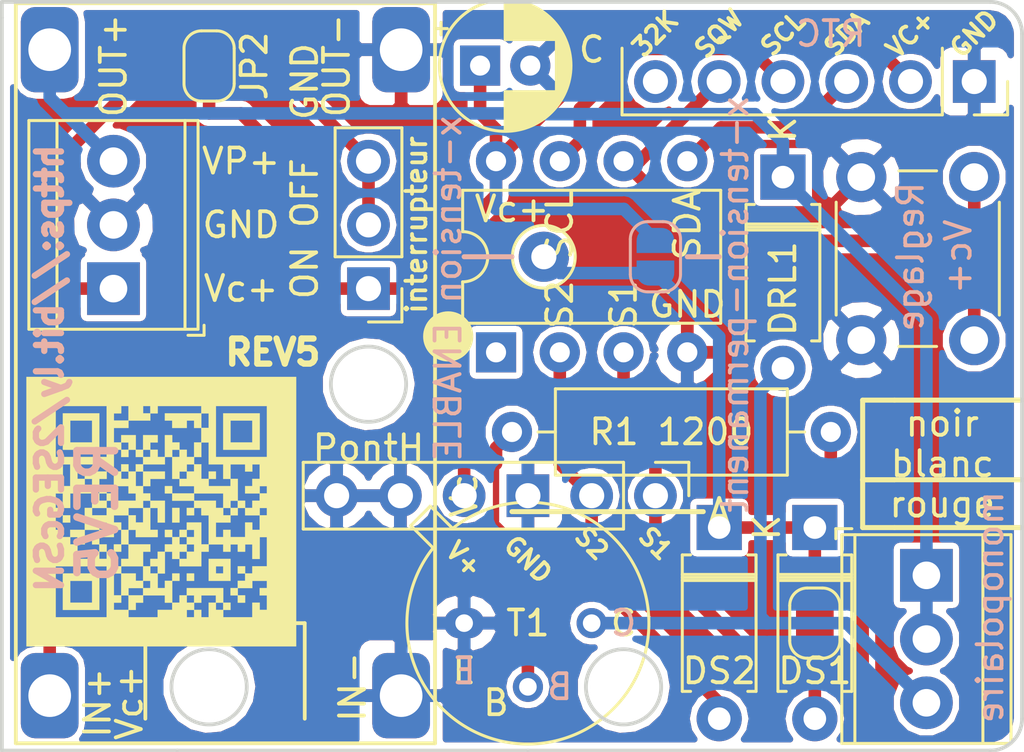
<source format=kicad_pcb>
(kicad_pcb (version 20171130) (host pcbnew 5.0.2-bee76a0~70~ubuntu18.04.1)

  (general
    (thickness 1.6)
    (drawings 53)
    (tracks 97)
    (zones 0)
    (modules 19)
    (nets 13)
  )

  (page A4)
  (layers
    (0 F.Cu signal hide)
    (31 B.Cu signal hide)
    (32 B.Adhes user hide)
    (33 F.Adhes user hide)
    (34 B.Paste user hide)
    (35 F.Paste user hide)
    (36 B.SilkS user hide)
    (37 F.SilkS user)
    (38 B.Mask user)
    (39 F.Mask user)
    (40 Dwgs.User user hide)
    (41 Cmts.User user hide)
    (42 Eco1.User user hide)
    (43 Eco2.User user hide)
    (44 Edge.Cuts user)
    (45 Margin user hide)
    (46 B.CrtYd user hide)
    (47 F.CrtYd user hide)
    (48 B.Fab user hide)
    (49 F.Fab user hide)
  )

  (setup
    (last_trace_width 0.5)
    (user_trace_width 0.5)
    (trace_clearance 0.2)
    (zone_clearance 0.25)
    (zone_45_only no)
    (trace_min 0.2)
    (segment_width 0.2)
    (edge_width 0.15)
    (via_size 0.8)
    (via_drill 0.4)
    (via_min_size 0.4)
    (via_min_drill 0.3)
    (uvia_size 0.3)
    (uvia_drill 0.1)
    (uvias_allowed no)
    (uvia_min_size 0.2)
    (uvia_min_drill 0.1)
    (pcb_text_width 0.3)
    (pcb_text_size 1.5 1.5)
    (mod_edge_width 0.15)
    (mod_text_size 1 1)
    (mod_text_width 0.15)
    (pad_size 1.524 1.524)
    (pad_drill 0.762)
    (pad_to_mask_clearance 0.051)
    (solder_mask_min_width 0.25)
    (aux_axis_origin 0 0)
    (visible_elements 7FFFFF7F)
    (pcbplotparams
      (layerselection 0x010fc_ffffffff)
      (usegerberextensions false)
      (usegerberattributes false)
      (usegerberadvancedattributes false)
      (creategerberjobfile false)
      (excludeedgelayer true)
      (linewidth 0.100000)
      (plotframeref false)
      (viasonmask false)
      (mode 1)
      (useauxorigin false)
      (hpglpennumber 1)
      (hpglpenspeed 20)
      (hpglpendiameter 15.000000)
      (psnegative false)
      (psa4output false)
      (plotreference true)
      (plotvalue true)
      (plotinvisibletext false)
      (padsonsilk false)
      (subtractmaskfromsilk false)
      (outputformat 1)
      (mirror false)
      (drillshape 1)
      (scaleselection 1)
      (outputdirectory ""))
  )

  (net 0 "")
  (net 1 "Net-(R1-Pad1)")
  (net 2 /Vc+)
  (net 3 /SDA)
  (net 4 /VP+)
  (net 5 /SCL-INT0)
  (net 6 /Reveil)
  (net 7 "Net-(Alimentation1-Pad1)")
  (net 8 "Net-(DRL1-Pad2)")
  (net 9 "Net-(DS1-Pad1)")
  (net 10 GND)
  (net 11 S1)
  (net 12 S2)

  (net_class Default "This is the default net class."
    (clearance 0.2)
    (trace_width 0.25)
    (via_dia 0.8)
    (via_drill 0.4)
    (uvia_dia 0.3)
    (uvia_drill 0.1)
    (add_net /Reveil)
    (add_net /SCL-INT0)
    (add_net /SDA)
    (add_net /VP+)
    (add_net /Vc+)
    (add_net GND)
    (add_net "Net-(Alimentation1-Pad1)")
    (add_net "Net-(DRL1-Pad2)")
    (add_net "Net-(DS1-Pad1)")
    (add_net "Net-(R1-Pad1)")
    (add_net S1)
    (add_net S2)
  )

  (module libdediee:USB-x-tension-module (layer F.Cu) (tedit 5C8E4FE7) (tstamp 5C8E56EC)
    (at 131.445 91.44)
    (path /5C348C15)
    (fp_text reference U1 (at 0 22.225 90) (layer F.SilkS) hide
      (effects (font (size 1 1) (thickness 0.15)))
    )
    (fp_text value USB-x-tension (at 5.08 12.7 90) (layer F.Fab)
      (effects (font (size 1 1) (thickness 0.15)))
    )
    (fp_line (start 10.16 22.86) (end 10.16 26.67) (layer F.SilkS) (width 0.15))
    (fp_line (start 3.81 22.86) (end 10.16 22.86) (layer F.SilkS) (width 0.15))
    (fp_line (start 3.81 26.67) (end 3.81 22.86) (layer F.SilkS) (width 0.15))
    (fp_line (start 15.35 27.65) (end 15.35 -1.85) (layer F.SilkS) (width 0.15))
    (fp_line (start -1.35 27.65) (end 15.35 27.65) (layer F.SilkS) (width 0.15))
    (fp_line (start -1.35 -1.85) (end -1.35 27.65) (layer F.SilkS) (width 0.15))
    (fp_line (start -1.35 -1.85) (end 15.35 -1.85) (layer F.SilkS) (width 0.15))
    (fp_text user OUT- (at 11.43 0.635 90) (layer F.SilkS)
      (effects (font (size 1 1) (thickness 0.15)))
    )
    (fp_text user IN- (at 12.065 25.4 90) (layer F.SilkS)
      (effects (font (size 1 1) (thickness 0.15)))
    )
    (fp_text user IN+ (at 1.905 26.035 90) (layer F.SilkS)
      (effects (font (size 1 1) (thickness 0.15)))
    )
    (fp_text user OUT+ (at 2.54 0.635 90) (layer F.SilkS)
      (effects (font (size 1 1) (thickness 0.15)))
    )
    (pad 2 thru_hole roundrect (at 14 25.75) (size 2.3 3.4) (drill 1.7) (layers *.Cu *.Mask) (roundrect_rratio 0.25)
      (net 10 GND))
    (pad 1 thru_hole roundrect (at 0 25.75) (size 2.3 3.4) (drill 1.7) (layers *.Cu *.Mask) (roundrect_rratio 0.25)
      (net 7 "Net-(Alimentation1-Pad1)"))
    (pad 2 thru_hole roundrect (at 14 0) (size 2.3 3.4) (drill 1.7) (layers *.Cu *.Mask) (roundrect_rratio 0.25)
      (net 10 GND))
    (pad 3 thru_hole roundrect (at 0 0) (size 2.3 3.4) (drill 1.7) (layers *.Cu *.Mask) (roundrect_rratio 0.25)
      (net 4 /VP+))
    (model ${KISYS3DMOD}/Connector_PinHeader_2.54mm.3dshapes/PinHeader_1x01_P2.54mm_Vertical.wrl
      (at (xyz 0 0 0))
      (scale (xyz 1 1 1))
      (rotate (xyz 0 0 0))
    )
    (model ${KISYS3DMOD}/Connector_PinHeader_2.54mm.3dshapes/PinHeader_1x01_P2.54mm_Vertical.wrl
      (offset (xyz 14 0 0))
      (scale (xyz 1 1 1))
      (rotate (xyz 0 0 0))
    )
    (model ${KISYS3DMOD}/Connector_PinHeader_2.54mm.3dshapes/PinHeader_1x01_P2.54mm_Vertical.wrl
      (offset (xyz 14 -26 0))
      (scale (xyz 1 1 1))
      (rotate (xyz 0 0 0))
    )
    (model ${KISYS3DMOD}/Connector_PinHeader_2.54mm.3dshapes/PinHeader_1x01_P2.54mm_Vertical.wrl
      (offset (xyz 0 -26 0))
      (scale (xyz 1 1 1))
      (rotate (xyz 0 0 0))
    )
  )

  (module Diode_THT:D_A-405_P7.62mm_Horizontal (layer F.Cu) (tedit 5AE50CD5) (tstamp 5C840A60)
    (at 160.655 96.52 270)
    (descr "Diode, A-405 series, Axial, Horizontal, pin pitch=7.62mm, , length*diameter=5.2*2.7mm^2, , http://www.diodes.com/_files/packages/A-405.pdf")
    (tags "Diode A-405 series Axial Horizontal pin pitch 7.62mm  length 5.2mm diameter 2.7mm")
    (path /5C3376B0)
    (fp_text reference DRL1 (at 4.445 0 270) (layer F.SilkS)
      (effects (font (size 1 1) (thickness 0.15)))
    )
    (fp_text value "Roue libre" (at 3.81 2.47 270) (layer F.Fab)
      (effects (font (size 1 1) (thickness 0.15)))
    )
    (fp_line (start 1.21 -1.35) (end 1.21 1.35) (layer F.Fab) (width 0.1))
    (fp_line (start 1.21 1.35) (end 6.41 1.35) (layer F.Fab) (width 0.1))
    (fp_line (start 6.41 1.35) (end 6.41 -1.35) (layer F.Fab) (width 0.1))
    (fp_line (start 6.41 -1.35) (end 1.21 -1.35) (layer F.Fab) (width 0.1))
    (fp_line (start 0 0) (end 1.21 0) (layer F.Fab) (width 0.1))
    (fp_line (start 7.62 0) (end 6.41 0) (layer F.Fab) (width 0.1))
    (fp_line (start 1.99 -1.35) (end 1.99 1.35) (layer F.Fab) (width 0.1))
    (fp_line (start 2.09 -1.35) (end 2.09 1.35) (layer F.Fab) (width 0.1))
    (fp_line (start 1.89 -1.35) (end 1.89 1.35) (layer F.Fab) (width 0.1))
    (fp_line (start 1.09 -1.14) (end 1.09 -1.47) (layer F.SilkS) (width 0.12))
    (fp_line (start 1.09 -1.47) (end 6.53 -1.47) (layer F.SilkS) (width 0.12))
    (fp_line (start 6.53 -1.47) (end 6.53 -1.14) (layer F.SilkS) (width 0.12))
    (fp_line (start 1.09 1.14) (end 1.09 1.47) (layer F.SilkS) (width 0.12))
    (fp_line (start 1.09 1.47) (end 6.53 1.47) (layer F.SilkS) (width 0.12))
    (fp_line (start 6.53 1.47) (end 6.53 1.14) (layer F.SilkS) (width 0.12))
    (fp_line (start 1.99 -1.47) (end 1.99 1.47) (layer F.SilkS) (width 0.12))
    (fp_line (start 2.11 -1.47) (end 2.11 1.47) (layer F.SilkS) (width 0.12))
    (fp_line (start 1.87 -1.47) (end 1.87 1.47) (layer F.SilkS) (width 0.12))
    (fp_line (start -1.15 -1.6) (end -1.15 1.6) (layer F.CrtYd) (width 0.05))
    (fp_line (start -1.15 1.6) (end 8.77 1.6) (layer F.CrtYd) (width 0.05))
    (fp_line (start 8.77 1.6) (end 8.77 -1.6) (layer F.CrtYd) (width 0.05))
    (fp_line (start 8.77 -1.6) (end -1.15 -1.6) (layer F.CrtYd) (width 0.05))
    (fp_text user %R (at 4.2 0 270) (layer F.Fab)
      (effects (font (size 1 1) (thickness 0.15)))
    )
    (fp_text user K (at 0 -1.9 270) (layer F.Fab)
      (effects (font (size 1 1) (thickness 0.15)))
    )
    (fp_text user K (at -1.905 0 270) (layer F.SilkS)
      (effects (font (size 1 1) (thickness 0.15)))
    )
    (pad 1 thru_hole rect (at 0 0 270) (size 1.8 1.8) (drill 0.9) (layers *.Cu *.Mask)
      (net 4 /VP+))
    (pad 2 thru_hole oval (at 7.62 0 270) (size 1.8 1.8) (drill 0.9) (layers *.Cu *.Mask)
      (net 8 "Net-(DRL1-Pad2)"))
    (model ${KISYS3DMOD}/Diode_THT.3dshapes/D_A-405_P7.62mm_Horizontal.wrl
      (at (xyz 0 0 0))
      (scale (xyz 1 1 1))
      (rotate (xyz 0 0 0))
    )
  )

  (module libdediee:connecteurPontH (layer F.Cu) (tedit 5C8E8B0B) (tstamp 5C6707C4)
    (at 155.575 109.22 270)
    (descr "Through hole straight pin header, 1x06, 2.54mm pitch, single row")
    (tags "Through hole pin header THT 1x06 2.54mm single row")
    (path /5C3377B8)
    (fp_text reference PontH (at -1.905 11.43) (layer F.SilkS)
      (effects (font (size 1 1) (thickness 0.15)))
    )
    (fp_text value Fiches2.54 (at 2.54 7.62 180) (layer F.Fab)
      (effects (font (size 1 1) (thickness 0.15)))
    )
    (fp_text user A-2 (at -1.905 13.335 135) (layer F.SilkS) hide
      (effects (font (size 0.7 0.7) (thickness 0.15)))
    )
    (fp_text user A-1 (at 2.54 10.16 135) (layer F.SilkS) hide
      (effects (font (size 0.7 0.7) (thickness 0.15)))
    )
    (fp_text user S2 (at 1.905 2.54 135) (layer F.SilkS)
      (effects (font (size 0.7 0.7) (thickness 0.15)))
    )
    (fp_text user S1 (at 1.905 0 135) (layer F.SilkS)
      (effects (font (size 0.7 0.7) (thickness 0.15)))
    )
    (fp_text user V+ (at 2.54 7.62 135) (layer F.SilkS)
      (effects (font (size 0.7 0.7) (thickness 0.15)))
    )
    (fp_text user GND (at 2.54 5.08 135) (layer F.SilkS)
      (effects (font (size 0.7 0.7) (thickness 0.15)))
    )
    (fp_line (start -0.635 -1.27) (end 1.27 -1.27) (layer F.Fab) (width 0.1))
    (fp_line (start 1.27 -1.27) (end 1.27 13.97) (layer F.Fab) (width 0.1))
    (fp_line (start 1.27 13.97) (end -1.27 13.97) (layer F.Fab) (width 0.1))
    (fp_line (start -1.27 13.97) (end -1.27 -0.635) (layer F.Fab) (width 0.1))
    (fp_line (start -1.27 -0.635) (end -0.635 -1.27) (layer F.Fab) (width 0.1))
    (fp_line (start -1.33 14.03) (end 1.33 14.03) (layer F.SilkS) (width 0.12))
    (fp_line (start -1.33 1.27) (end -1.33 14.03) (layer F.SilkS) (width 0.12))
    (fp_line (start 1.33 1.27) (end 1.33 14.03) (layer F.SilkS) (width 0.12))
    (fp_line (start -1.33 1.27) (end 1.33 1.27) (layer F.SilkS) (width 0.12))
    (fp_line (start -1.33 0) (end -1.33 -1.33) (layer F.SilkS) (width 0.12))
    (fp_line (start -1.33 -1.33) (end 0 -1.33) (layer F.SilkS) (width 0.12))
    (fp_line (start -1.8 -1.8) (end -1.8 14.5) (layer F.CrtYd) (width 0.05))
    (fp_line (start -1.8 14.5) (end 1.8 14.5) (layer F.CrtYd) (width 0.05))
    (fp_line (start 1.8 14.5) (end 1.8 -1.8) (layer F.CrtYd) (width 0.05))
    (fp_line (start 1.8 -1.8) (end -1.8 -1.8) (layer F.CrtYd) (width 0.05))
    (fp_text user %R (at -2.54 1.27) (layer F.Fab)
      (effects (font (size 1 1) (thickness 0.15)))
    )
    (pad 1 thru_hole circle (at 0 0 270) (size 1.7 1.7) (drill 1) (layers *.Cu *.Mask)
      (net 11 S1))
    (pad 2 thru_hole oval (at 0 2.54 270) (size 1.7 1.7) (drill 1) (layers *.Cu *.Mask)
      (net 12 S2))
    (pad 3 thru_hole rect (at 0 5.08 270) (size 1.7 1.7) (drill 1) (layers *.Cu *.Mask)
      (net 10 GND))
    (pad 4 thru_hole oval (at 0 7.62 270) (size 1.7 1.7) (drill 1) (layers *.Cu *.Mask)
      (net 2 /Vc+))
    (pad 5 thru_hole oval (at 0 10.16 270) (size 1.7 1.7) (drill 1) (layers *.Cu *.Mask)
      (net 10 GND))
    (pad 6 thru_hole oval (at 0 12.7 270) (size 1.7 1.7) (drill 1) (layers *.Cu *.Mask)
      (net 10 GND))
    (model ${KISYS3DMOD}/Connector_PinHeader_2.54mm.3dshapes/PinHeader_1x06_P2.54mm_Vertical.wrl
      (at (xyz 0 0 0))
      (scale (xyz 1 1 1))
      (rotate (xyz 0 0 0))
    )
  )

  (module libdediee:RTCDS321surPINHEADER (layer F.Cu) (tedit 5C8E5D8F) (tstamp 5C6707DE)
    (at 168.275 92.71 270)
    (descr "Through hole straight socket strip, 1x06, 2.54mm pitch, single row (from Kicad 4.0.7), script generated")
    (tags "Through hole socket strip THT 1x06 2.54mm single row")
    (path /5C323A3E)
    (fp_text reference RTC (at -1.905 5.715 180) (layer B.SilkS)
      (effects (font (size 1 1) (thickness 0.15)) (justify mirror))
    )
    (fp_text value fiches2.54 (at 2.54 8.89) (layer F.Fab)
      (effects (font (size 1 1) (thickness 0.15)))
    )
    (fp_text user 32K (at -1.905 12.7 45) (layer F.SilkS)
      (effects (font (size 0.7 0.7) (thickness 0.15)))
    )
    (fp_text user SQW (at -1.905 10.16 45) (layer F.SilkS)
      (effects (font (size 0.7 0.7) (thickness 0.15)))
    )
    (fp_text user SCL (at -1.905 7.62 45) (layer F.SilkS)
      (effects (font (size 0.7 0.7) (thickness 0.15)))
    )
    (fp_text user SDA (at -1.905 5.08 45) (layer F.SilkS)
      (effects (font (size 0.7 0.7) (thickness 0.15)))
    )
    (fp_text user VC+ (at -1.905 2.54 45) (layer F.SilkS)
      (effects (font (size 0.7 0.7) (thickness 0.15)))
    )
    (fp_text user GND (at -1.905 0 45) (layer F.SilkS)
      (effects (font (size 0.7 0.7) (thickness 0.15)))
    )
    (fp_text user %R (at 2.54 0) (layer F.Fab)
      (effects (font (size 1 1) (thickness 0.15)))
    )
    (fp_line (start -1.8 14.45) (end -1.8 -1.8) (layer F.CrtYd) (width 0.05))
    (fp_line (start 1.75 14.45) (end -1.8 14.45) (layer F.CrtYd) (width 0.05))
    (fp_line (start 1.75 -1.8) (end 1.75 14.45) (layer F.CrtYd) (width 0.05))
    (fp_line (start -1.8 -1.8) (end 1.75 -1.8) (layer F.CrtYd) (width 0.05))
    (fp_line (start 0 -1.33) (end 1.33 -1.33) (layer F.SilkS) (width 0.12))
    (fp_line (start 1.33 -1.33) (end 1.33 0) (layer F.SilkS) (width 0.12))
    (fp_line (start 1.33 1.27) (end 1.33 14.03) (layer F.SilkS) (width 0.12))
    (fp_line (start -1.33 14.03) (end 1.33 14.03) (layer F.SilkS) (width 0.12))
    (fp_line (start -1.33 1.27) (end 1.33 1.27) (layer F.SilkS) (width 0.12))
    (fp_line (start -1.27 13.97) (end -1.27 -1.27) (layer F.Fab) (width 0.1))
    (fp_line (start 1.27 13.97) (end -1.27 13.97) (layer F.Fab) (width 0.1))
    (fp_line (start 1.27 -0.635) (end 1.27 13.97) (layer F.Fab) (width 0.1))
    (fp_line (start 0.635 -1.27) (end 1.27 -0.635) (layer F.Fab) (width 0.1))
    (fp_line (start -1.27 -1.27) (end 0.635 -1.27) (layer F.Fab) (width 0.1))
    (pad 6 thru_hole oval (at 0 12.7 270) (size 1.7 1.7) (drill 1) (layers *.Cu *.Mask))
    (pad 5 thru_hole oval (at 0 10.16 270) (size 1.7 1.7) (drill 1) (layers *.Cu *.Mask)
      (net 6 /Reveil))
    (pad 4 thru_hole oval (at 0 7.62 270) (size 1.7 1.7) (drill 1) (layers *.Cu *.Mask)
      (net 5 /SCL-INT0))
    (pad 3 thru_hole oval (at 0 5.08 270) (size 1.7 1.7) (drill 1) (layers *.Cu *.Mask)
      (net 3 /SDA))
    (pad 2 thru_hole oval (at 0 2.54 270) (size 1.7 1.7) (drill 1) (layers *.Cu *.Mask)
      (net 2 /Vc+))
    (pad 1 thru_hole rect (at 0 0 270) (size 1.7 1.7) (drill 1) (layers *.Cu *.Mask)
      (net 10 GND))
    (model ${KISYS3DMOD}/Connector_PinSocket_2.54mm.3dshapes/PinSocket_1x06_P2.54mm_Vertical.wrl
      (at (xyz 0 0 0))
      (scale (xyz 1 1 1))
      (rotate (xyz 0 0 0))
    )
  )

  (module Button_Switch_THT:SW_PUSH_6mm_H4.3mm (layer F.Cu) (tedit 5C8E5CA6) (tstamp 5C670821)
    (at 168.275 96.52 270)
    (descr "tactile push button, 6x6mm e.g. PHAP33xx series, height=4.3mm")
    (tags "tact sw push 6mm")
    (path /5C323D94)
    (fp_text reference Reglage (at 3.175 2.54 90) (layer B.SilkS)
      (effects (font (size 1 1) (thickness 0.15)) (justify mirror))
    )
    (fp_text value Inter-pousser (at 3.75 6.7 270) (layer F.Fab)
      (effects (font (size 1 1) (thickness 0.15)))
    )
    (fp_circle (center 3.25 2.25) (end 1.25 2.5) (layer F.Fab) (width 0.1))
    (fp_line (start 6.75 3) (end 6.75 1.5) (layer F.SilkS) (width 0.12))
    (fp_line (start 5.5 -1) (end 1 -1) (layer F.SilkS) (width 0.12))
    (fp_line (start -0.25 1.5) (end -0.25 3) (layer F.SilkS) (width 0.12))
    (fp_line (start 1 5.5) (end 5.5 5.5) (layer F.SilkS) (width 0.12))
    (fp_line (start 8 -1.25) (end 8 5.75) (layer F.CrtYd) (width 0.05))
    (fp_line (start 7.75 6) (end -1.25 6) (layer F.CrtYd) (width 0.05))
    (fp_line (start -1.5 5.75) (end -1.5 -1.25) (layer F.CrtYd) (width 0.05))
    (fp_line (start -1.25 -1.5) (end 7.75 -1.5) (layer F.CrtYd) (width 0.05))
    (fp_line (start -1.5 6) (end -1.25 6) (layer F.CrtYd) (width 0.05))
    (fp_line (start -1.5 5.75) (end -1.5 6) (layer F.CrtYd) (width 0.05))
    (fp_line (start -1.5 -1.5) (end -1.25 -1.5) (layer F.CrtYd) (width 0.05))
    (fp_line (start -1.5 -1.25) (end -1.5 -1.5) (layer F.CrtYd) (width 0.05))
    (fp_line (start 8 -1.5) (end 8 -1.25) (layer F.CrtYd) (width 0.05))
    (fp_line (start 7.75 -1.5) (end 8 -1.5) (layer F.CrtYd) (width 0.05))
    (fp_line (start 8 6) (end 8 5.75) (layer F.CrtYd) (width 0.05))
    (fp_line (start 7.75 6) (end 8 6) (layer F.CrtYd) (width 0.05))
    (fp_line (start 0.25 -0.75) (end 3.25 -0.75) (layer F.Fab) (width 0.1))
    (fp_line (start 0.25 5.25) (end 0.25 -0.75) (layer F.Fab) (width 0.1))
    (fp_line (start 6.25 5.25) (end 0.25 5.25) (layer F.Fab) (width 0.1))
    (fp_line (start 6.25 -0.75) (end 6.25 5.25) (layer F.Fab) (width 0.1))
    (fp_line (start 3.25 -0.75) (end 6.25 -0.75) (layer F.Fab) (width 0.1))
    (fp_text user %R (at 3.25 2.25 270) (layer F.Fab)
      (effects (font (size 1 1) (thickness 0.15)))
    )
    (pad 1 thru_hole circle (at 6.5 0) (size 2 2) (drill 1.1) (layers *.Cu *.Mask)
      (net 6 /Reveil))
    (pad 2 thru_hole circle (at 6.5 4.5) (size 2 2) (drill 1.1) (layers *.Cu *.Mask)
      (net 10 GND))
    (pad 1 thru_hole circle (at 0 0) (size 2 2) (drill 1.1) (layers *.Cu *.Mask)
      (net 6 /Reveil))
    (pad 2 thru_hole circle (at 0 4.5) (size 2 2) (drill 1.1) (layers *.Cu *.Mask)
      (net 10 GND))
    (model ${KISYS3DMOD}/Button_Switch_THT.3dshapes/SW_PUSH_6mm_H4.3mm.wrl
      (at (xyz 0 0 0))
      (scale (xyz 1 1 1))
      (rotate (xyz 0 0 0))
    )
  )

  (module Package_DIP:DIP-8_W7.62mm (layer F.Cu) (tedit 5A02E8C5) (tstamp 5C3D9A82)
    (at 149.225 103.505 90)
    (descr "8-lead though-hole mounted DIP package, row spacing 7.62 mm (300 mils)")
    (tags "THT DIP DIL PDIP 2.54mm 7.62mm 300mil")
    (path /5C3237FD)
    (fp_text reference Microcontroleur1 (at 5.08 5.08 180) (layer F.SilkS) hide
      (effects (font (size 1 1) (thickness 0.15)))
    )
    (fp_text value ATtiny85-20PU (at -17.78 -12.7 180) (layer F.Fab)
      (effects (font (size 1 1) (thickness 0.15)))
    )
    (fp_text user %R (at 3.81 3.81 90) (layer F.Fab)
      (effects (font (size 1 1) (thickness 0.15)))
    )
    (fp_line (start 8.7 -1.55) (end -1.1 -1.55) (layer F.CrtYd) (width 0.05))
    (fp_line (start 8.7 9.15) (end 8.7 -1.55) (layer F.CrtYd) (width 0.05))
    (fp_line (start -1.1 9.15) (end 8.7 9.15) (layer F.CrtYd) (width 0.05))
    (fp_line (start -1.1 -1.55) (end -1.1 9.15) (layer F.CrtYd) (width 0.05))
    (fp_line (start 6.46 -1.33) (end 4.81 -1.33) (layer F.SilkS) (width 0.12))
    (fp_line (start 6.46 8.95) (end 6.46 -1.33) (layer F.SilkS) (width 0.12))
    (fp_line (start 1.16 8.95) (end 6.46 8.95) (layer F.SilkS) (width 0.12))
    (fp_line (start 1.16 -1.33) (end 1.16 8.95) (layer F.SilkS) (width 0.12))
    (fp_line (start 2.81 -1.33) (end 1.16 -1.33) (layer F.SilkS) (width 0.12))
    (fp_line (start 0.635 -0.27) (end 1.635 -1.27) (layer F.Fab) (width 0.1))
    (fp_line (start 0.635 8.89) (end 0.635 -0.27) (layer F.Fab) (width 0.1))
    (fp_line (start 6.985 8.89) (end 0.635 8.89) (layer F.Fab) (width 0.1))
    (fp_line (start 6.985 -1.27) (end 6.985 8.89) (layer F.Fab) (width 0.1))
    (fp_line (start 1.635 -1.27) (end 6.985 -1.27) (layer F.Fab) (width 0.1))
    (fp_arc (start 3.81 -1.33) (end 2.81 -1.33) (angle -180) (layer F.SilkS) (width 0.12))
    (pad 8 thru_hole oval (at 7.62 0 90) (size 1.6 1.6) (drill 0.8) (layers *.Cu *.Mask)
      (net 2 /Vc+))
    (pad 4 thru_hole oval (at 0 7.62 90) (size 1.6 1.6) (drill 0.8) (layers *.Cu *.Mask)
      (net 10 GND))
    (pad 7 thru_hole oval (at 7.62 2.54 90) (size 1.6 1.6) (drill 0.8) (layers *.Cu *.Mask)
      (net 5 /SCL-INT0))
    (pad 3 thru_hole oval (at 0 5.08 90) (size 1.6 1.6) (drill 0.8) (layers *.Cu *.Mask)
      (net 11 S1))
    (pad 6 thru_hole oval (at 7.62 5.08 90) (size 1.6 1.6) (drill 0.8) (layers *.Cu *.Mask)
      (net 6 /Reveil))
    (pad 2 thru_hole oval (at 0 2.54 90) (size 1.6 1.6) (drill 0.8) (layers *.Cu *.Mask)
      (net 12 S2))
    (pad 5 thru_hole oval (at 7.62 7.62 90) (size 1.6 1.6) (drill 0.8) (layers *.Cu *.Mask)
      (net 3 /SDA))
    (pad 1 thru_hole rect (at 0 0 90) (size 1.6 1.6) (drill 0.8) (layers *.Cu *.Mask))
    (model ${KISYS3DMOD}/Package_DIP.3dshapes/DIP-8_W7.62mm.wrl
      (at (xyz 0 0 0))
      (scale (xyz 1 1 1))
      (rotate (xyz 0 0 0))
    )
  )

  (module Resistor_THT:R_Axial_DIN0309_L9.0mm_D3.2mm_P12.70mm_Horizontal (layer F.Cu) (tedit 5C8E8869) (tstamp 5C3DB29D)
    (at 149.86 106.68)
    (descr "Resistor, Axial_DIN0309 series, Axial, Horizontal, pin pitch=12.7mm, 0.5W = 1/2W, length*diameter=9*3.2mm^2, http://cdn-reichelt.de/documents/datenblatt/B400/1_4W%23YAG.pdf")
    (tags "Resistor Axial_DIN0309 series Axial Horizontal pin pitch 12.7mm 0.5W = 1/2W length 9mm diameter 3.2mm")
    (path /5C3384D0)
    (fp_text reference "R1 1200" (at 6.35 0) (layer F.SilkS)
      (effects (font (size 1 1) (thickness 0.15)))
    )
    (fp_text value "Ibase T1" (at 5.08 10.16) (layer F.Fab)
      (effects (font (size 1 1) (thickness 0.15)))
    )
    (fp_text user %R (at 6.35 0) (layer F.Fab)
      (effects (font (size 1 1) (thickness 0.15)))
    )
    (fp_line (start 13.75 -1.85) (end -1.05 -1.85) (layer F.CrtYd) (width 0.05))
    (fp_line (start 13.75 1.85) (end 13.75 -1.85) (layer F.CrtYd) (width 0.05))
    (fp_line (start -1.05 1.85) (end 13.75 1.85) (layer F.CrtYd) (width 0.05))
    (fp_line (start -1.05 -1.85) (end -1.05 1.85) (layer F.CrtYd) (width 0.05))
    (fp_line (start 11.66 0) (end 10.97 0) (layer F.SilkS) (width 0.12))
    (fp_line (start 1.04 0) (end 1.73 0) (layer F.SilkS) (width 0.12))
    (fp_line (start 10.97 -1.72) (end 1.73 -1.72) (layer F.SilkS) (width 0.12))
    (fp_line (start 10.97 1.72) (end 10.97 -1.72) (layer F.SilkS) (width 0.12))
    (fp_line (start 1.73 1.72) (end 10.97 1.72) (layer F.SilkS) (width 0.12))
    (fp_line (start 1.73 -1.72) (end 1.73 1.72) (layer F.SilkS) (width 0.12))
    (fp_line (start 12.7 0) (end 10.85 0) (layer F.Fab) (width 0.1))
    (fp_line (start 0 0) (end 1.85 0) (layer F.Fab) (width 0.1))
    (fp_line (start 10.85 -1.6) (end 1.85 -1.6) (layer F.Fab) (width 0.1))
    (fp_line (start 10.85 1.6) (end 10.85 -1.6) (layer F.Fab) (width 0.1))
    (fp_line (start 1.85 1.6) (end 10.85 1.6) (layer F.Fab) (width 0.1))
    (fp_line (start 1.85 -1.6) (end 1.85 1.6) (layer F.Fab) (width 0.1))
    (pad 2 thru_hole oval (at 12.7 0) (size 1.6 1.6) (drill 0.8) (layers *.Cu *.Mask)
      (net 11 S1))
    (pad 1 thru_hole circle (at 0 0) (size 1.6 1.6) (drill 0.8) (layers *.Cu *.Mask)
      (net 1 "Net-(R1-Pad1)"))
    (model ${KISYS3DMOD}/Resistor_THT.3dshapes/R_Axial_DIN0309_L9.0mm_D3.2mm_P12.70mm_Horizontal.wrl
      (at (xyz 0 0 0))
      (scale (xyz 1 1 1))
      (rotate (xyz 0 0 0))
    )
  )

  (module Connector_Pin:Pin_D1.0mm_L10.0mm (layer F.Cu) (tedit 5C8E5DA2) (tstamp 5C83FEE3)
    (at 151.13 99.695)
    (descr "solder Pin_ diameter 1.0mm, hole diameter 1.0mm (press fit), length 10.0mm")
    (tags "solder Pin_ press fit")
    (path /5C7733E8)
    (fp_text reference "x-tension ENABLE" (at -3.81 1.27 90) (layer B.SilkS)
      (effects (font (size 1 1) (thickness 0.15)) (justify mirror))
    )
    (fp_text value enable-x-tension (at 0 -2.05) (layer F.Fab)
      (effects (font (size 1 1) (thickness 0.15)))
    )
    (fp_text user %R (at 0 2.25) (layer F.Fab)
      (effects (font (size 1 1) (thickness 0.15)))
    )
    (fp_circle (center 0 0) (end 1.5 0) (layer F.CrtYd) (width 0.05))
    (fp_circle (center 0 0) (end 0.5 0) (layer F.Fab) (width 0.12))
    (fp_circle (center 0 0) (end 1 0) (layer F.Fab) (width 0.12))
    (fp_circle (center 0 0) (end 1.25 0.05) (layer F.SilkS) (width 0.12))
    (pad 1 thru_hole circle (at 0 0) (size 2 2) (drill 1) (layers *.Cu *.Mask)
      (net 9 "Net-(DS1-Pad1)"))
    (model ${KISYS3DMOD}/Connector_Pin.3dshapes/Pin_D1.0mm_L10.0mm.wrl
      (at (xyz 0 0 0))
      (scale (xyz 1 1 1))
      (rotate (xyz 0 0 0))
    )
  )

  (module Jumper:SolderJumper-2_P1.3mm_Open_RoundedPad1.0x1.5mm (layer B.Cu) (tedit 5C8E5DB7) (tstamp 5C83F9D7)
    (at 155.575 99.695 90)
    (descr "SMD Solder Jumper, 1x1.5mm, rounded Pads, 0.3mm gap, open")
    (tags "solder jumper open")
    (path /5C772E81)
    (attr virtual)
    (fp_text reference x-tension-permanent (at -1.905 3.175 90) (layer B.SilkS)
      (effects (font (size 1 1) (thickness 0.15)) (justify mirror))
    )
    (fp_text value x-tension-permanent (at 0 -1.9 90) (layer B.Fab)
      (effects (font (size 1 1) (thickness 0.15)) (justify mirror))
    )
    (fp_line (start 1.65 -1.25) (end -1.65 -1.25) (layer B.CrtYd) (width 0.05))
    (fp_line (start 1.65 -1.25) (end 1.65 1.25) (layer B.CrtYd) (width 0.05))
    (fp_line (start -1.65 1.25) (end -1.65 -1.25) (layer B.CrtYd) (width 0.05))
    (fp_line (start -1.65 1.25) (end 1.65 1.25) (layer B.CrtYd) (width 0.05))
    (fp_line (start -0.7 1) (end 0.7 1) (layer B.SilkS) (width 0.12))
    (fp_line (start 1.4 0.3) (end 1.4 -0.3) (layer B.SilkS) (width 0.12))
    (fp_line (start 0.7 -1) (end -0.7 -1) (layer B.SilkS) (width 0.12))
    (fp_line (start -1.4 -0.3) (end -1.4 0.3) (layer B.SilkS) (width 0.12))
    (fp_arc (start -0.7 0.3) (end -0.7 1) (angle 90) (layer B.SilkS) (width 0.12))
    (fp_arc (start -0.7 -0.3) (end -1.4 -0.3) (angle 90) (layer B.SilkS) (width 0.12))
    (fp_arc (start 0.7 -0.3) (end 0.7 -1) (angle 90) (layer B.SilkS) (width 0.12))
    (fp_arc (start 0.7 0.3) (end 1.4 0.3) (angle 90) (layer B.SilkS) (width 0.12))
    (pad 2 smd custom (at 0.65 0 90) (size 1 0.5) (layers B.Cu B.Mask)
      (net 2 /Vc+) (zone_connect 0)
      (options (clearance outline) (anchor rect))
      (primitives
        (gr_circle (center 0 -0.25) (end 0.5 -0.25) (width 0))
        (gr_circle (center 0 0.25) (end 0.5 0.25) (width 0))
        (gr_poly (pts
           (xy 0 0.75) (xy -0.5 0.75) (xy -0.5 -0.75) (xy 0 -0.75)) (width 0))
      ))
    (pad 1 smd custom (at -0.65 0 90) (size 1 0.5) (layers B.Cu B.Mask)
      (net 9 "Net-(DS1-Pad1)") (zone_connect 0)
      (options (clearance outline) (anchor rect))
      (primitives
        (gr_circle (center 0 -0.25) (end 0.5 -0.25) (width 0))
        (gr_circle (center 0 0.25) (end 0.5 0.25) (width 0))
        (gr_poly (pts
           (xy 0 0.75) (xy 0.5 0.75) (xy 0.5 -0.75) (xy 0 -0.75)) (width 0))
      ))
  )

  (module Connector_PinHeader_2.54mm:PinHeader_1x03_P2.54mm_Vertical (layer F.Cu) (tedit 5C8E4FED) (tstamp 5C670838)
    (at 144.145 100.965 180)
    (descr "Through hole straight pin header, 1x03, 2.54mm pitch, single row")
    (tags "Through hole pin header THT 1x03 2.54mm single row")
    (path /5C337FB7)
    (fp_text reference SW1 (at -0.635 -3.175 270) (layer F.SilkS) hide
      (effects (font (size 1 1) (thickness 0.15)))
    )
    (fp_text value Inter-controle (at 0 7.41 180) (layer F.Fab)
      (effects (font (size 1 1) (thickness 0.15)))
    )
    (fp_text user %R (at 0 2.54 270) (layer F.Fab)
      (effects (font (size 1 1) (thickness 0.15)))
    )
    (fp_line (start 1.8 -1.8) (end -1.8 -1.8) (layer F.CrtYd) (width 0.05))
    (fp_line (start 1.8 6.85) (end 1.8 -1.8) (layer F.CrtYd) (width 0.05))
    (fp_line (start -1.8 6.85) (end 1.8 6.85) (layer F.CrtYd) (width 0.05))
    (fp_line (start -1.8 -1.8) (end -1.8 6.85) (layer F.CrtYd) (width 0.05))
    (fp_line (start -1.33 -1.33) (end 0 -1.33) (layer F.SilkS) (width 0.12))
    (fp_line (start -1.33 0) (end -1.33 -1.33) (layer F.SilkS) (width 0.12))
    (fp_line (start -1.33 1.27) (end 1.33 1.27) (layer F.SilkS) (width 0.12))
    (fp_line (start 1.33 1.27) (end 1.33 6.41) (layer F.SilkS) (width 0.12))
    (fp_line (start -1.33 1.27) (end -1.33 6.41) (layer F.SilkS) (width 0.12))
    (fp_line (start -1.33 6.41) (end 1.33 6.41) (layer F.SilkS) (width 0.12))
    (fp_line (start -1.27 -0.635) (end -0.635 -1.27) (layer F.Fab) (width 0.1))
    (fp_line (start -1.27 6.35) (end -1.27 -0.635) (layer F.Fab) (width 0.1))
    (fp_line (start 1.27 6.35) (end -1.27 6.35) (layer F.Fab) (width 0.1))
    (fp_line (start 1.27 -1.27) (end 1.27 6.35) (layer F.Fab) (width 0.1))
    (fp_line (start -0.635 -1.27) (end 1.27 -1.27) (layer F.Fab) (width 0.1))
    (pad 3 thru_hole oval (at 0 5.08 180) (size 1.7 1.7) (drill 1) (layers *.Cu *.Mask)
      (net 7 "Net-(Alimentation1-Pad1)"))
    (pad 2 thru_hole oval (at 0 2.54 180) (size 1.7 1.7) (drill 1) (layers *.Cu *.Mask)
      (net 7 "Net-(Alimentation1-Pad1)"))
    (pad 1 thru_hole rect (at 0 0 180) (size 1.7 1.7) (drill 1) (layers *.Cu *.Mask)
      (net 2 /Vc+))
    (model ${KISYS3DMOD}/Connector_PinHeader_2.54mm.3dshapes/PinHeader_1x03_P2.54mm_Vertical.wrl
      (at (xyz 0 0 0))
      (scale (xyz 1 1 1))
      (rotate (xyz 0 0 0))
    )
  )

  (module TerminalBlock_TE-Connectivity:TerminalBlock_TE_282834-3_1x03_P2.54mm_Horizontal (layer F.Cu) (tedit 5C8E5B26) (tstamp 5C6707AA)
    (at 133.985 100.965 90)
    (descr "Terminal Block TE 282834-3, 3 pins, pitch 2.54mm, size 8.08x6.5mm^2, drill diamater 1.1mm, pad diameter 2.1mm, see http://www.te.com/commerce/DocumentDelivery/DDEController?Action=showdoc&DocId=Customer+Drawing%7F282834%7FC1%7Fpdf%7FEnglish%7FENG_CD_282834_C1.pdf, script-generated using https://github.com/pointhi/kicad-footprint-generator/scripts/TerminalBlock_TE-Connectivity")
    (tags "THT Terminal Block TE 282834-3 pitch 2.54mm size 8.08x6.5mm^2 drill 1.1mm pad 2.1mm")
    (path /5C323B68)
    (fp_text reference Alimentation1 (at -2.54 1.27) (layer F.SilkS) hide
      (effects (font (size 1 1) (thickness 0.15)))
    )
    (fp_text value "bornier 3x2.54" (at 2.54 4.37 90) (layer F.Fab)
      (effects (font (size 1 1) (thickness 0.15)))
    )
    (fp_text user %R (at 2.54 2 90) (layer F.Fab)
      (effects (font (size 1 1) (thickness 0.15)))
    )
    (fp_line (start 7.08 -3.75) (end -2 -3.75) (layer F.CrtYd) (width 0.05))
    (fp_line (start 7.08 3.75) (end 7.08 -3.75) (layer F.CrtYd) (width 0.05))
    (fp_line (start -2 3.75) (end 7.08 3.75) (layer F.CrtYd) (width 0.05))
    (fp_line (start -2 -3.75) (end -2 3.75) (layer F.CrtYd) (width 0.05))
    (fp_line (start -1.86 3.61) (end -1.46 3.61) (layer F.SilkS) (width 0.12))
    (fp_line (start -1.86 2.97) (end -1.86 3.61) (layer F.SilkS) (width 0.12))
    (fp_line (start 5.781 -0.835) (end 4.246 0.7) (layer F.Fab) (width 0.1))
    (fp_line (start 5.915 -0.7) (end 4.38 0.835) (layer F.Fab) (width 0.1))
    (fp_line (start 3.241 -0.835) (end 1.706 0.7) (layer F.Fab) (width 0.1))
    (fp_line (start 3.375 -0.7) (end 1.84 0.835) (layer F.Fab) (width 0.1))
    (fp_line (start 0.701 -0.835) (end -0.835 0.7) (layer F.Fab) (width 0.1))
    (fp_line (start 0.835 -0.7) (end -0.701 0.835) (layer F.Fab) (width 0.1))
    (fp_line (start 6.7 -3.37) (end 6.7 3.37) (layer F.SilkS) (width 0.12))
    (fp_line (start -1.62 -3.37) (end -1.62 3.37) (layer F.SilkS) (width 0.12))
    (fp_line (start -1.62 3.37) (end 6.7 3.37) (layer F.SilkS) (width 0.12))
    (fp_line (start -1.62 -3.37) (end 6.7 -3.37) (layer F.SilkS) (width 0.12))
    (fp_line (start -1.62 -2.25) (end 6.7 -2.25) (layer F.SilkS) (width 0.12))
    (fp_line (start -1.5 -2.25) (end 6.58 -2.25) (layer F.Fab) (width 0.1))
    (fp_line (start -1.62 2.85) (end 6.7 2.85) (layer F.SilkS) (width 0.12))
    (fp_line (start -1.5 2.85) (end 6.58 2.85) (layer F.Fab) (width 0.1))
    (fp_line (start -1.5 2.85) (end -1.5 -3.25) (layer F.Fab) (width 0.1))
    (fp_line (start -1.1 3.25) (end -1.5 2.85) (layer F.Fab) (width 0.1))
    (fp_line (start 6.58 3.25) (end -1.1 3.25) (layer F.Fab) (width 0.1))
    (fp_line (start 6.58 -3.25) (end 6.58 3.25) (layer F.Fab) (width 0.1))
    (fp_line (start -1.5 -3.25) (end 6.58 -3.25) (layer F.Fab) (width 0.1))
    (fp_circle (center 5.08 0) (end 6.18 0) (layer F.Fab) (width 0.1))
    (fp_circle (center 2.54 0) (end 3.64 0) (layer F.Fab) (width 0.1))
    (fp_circle (center 0 0) (end 1.1 0) (layer F.Fab) (width 0.1))
    (pad 3 thru_hole circle (at 5.08 0 90) (size 2.1 2.1) (drill 1.1) (layers *.Cu *.Mask)
      (net 4 /VP+))
    (pad 2 thru_hole circle (at 2.54 0 90) (size 2.1 2.1) (drill 1.1) (layers *.Cu *.Mask)
      (net 10 GND))
    (pad 1 thru_hole rect (at 0 0 90) (size 2.1 2.1) (drill 1.1) (layers *.Cu *.Mask)
      (net 7 "Net-(Alimentation1-Pad1)"))
    (model ${KISYS3DMOD}/TerminalBlock_TE-Connectivity.3dshapes/TerminalBlock_TE_282834-3_1x03_P2.54mm_Horizontal.wrl
      (at (xyz 0 0 0))
      (scale (xyz 1 1 1))
      (rotate (xyz 0 0 0))
    )
  )

  (module Jumper:SolderJumper-2_P1.3mm_Open_RoundedPad1.0x1.5mm (layer F.Cu) (tedit 5B391E66) (tstamp 5C8E26DB)
    (at 137.795 92.09 270)
    (descr "SMD Solder Jumper, 1x1.5mm, rounded Pads, 0.3mm gap, open")
    (tags "solder jumper open")
    (path /5C792EE3)
    (attr virtual)
    (fp_text reference JP2 (at 0 -1.8 270) (layer F.SilkS)
      (effects (font (size 1 1) (thickness 0.15)))
    )
    (fp_text value alim_controle_permanente (at 0 1.9 270) (layer F.Fab)
      (effects (font (size 1 1) (thickness 0.15)))
    )
    (fp_arc (start 0.7 -0.3) (end 1.4 -0.3) (angle -90) (layer F.SilkS) (width 0.12))
    (fp_arc (start 0.7 0.3) (end 0.7 1) (angle -90) (layer F.SilkS) (width 0.12))
    (fp_arc (start -0.7 0.3) (end -1.4 0.3) (angle -90) (layer F.SilkS) (width 0.12))
    (fp_arc (start -0.7 -0.3) (end -0.7 -1) (angle -90) (layer F.SilkS) (width 0.12))
    (fp_line (start -1.4 0.3) (end -1.4 -0.3) (layer F.SilkS) (width 0.12))
    (fp_line (start 0.7 1) (end -0.7 1) (layer F.SilkS) (width 0.12))
    (fp_line (start 1.4 -0.3) (end 1.4 0.3) (layer F.SilkS) (width 0.12))
    (fp_line (start -0.7 -1) (end 0.7 -1) (layer F.SilkS) (width 0.12))
    (fp_line (start -1.65 -1.25) (end 1.65 -1.25) (layer F.CrtYd) (width 0.05))
    (fp_line (start -1.65 -1.25) (end -1.65 1.25) (layer F.CrtYd) (width 0.05))
    (fp_line (start 1.65 1.25) (end 1.65 -1.25) (layer F.CrtYd) (width 0.05))
    (fp_line (start 1.65 1.25) (end -1.65 1.25) (layer F.CrtYd) (width 0.05))
    (pad 1 smd custom (at -0.65 0 270) (size 1 0.5) (layers F.Cu F.Mask)
      (net 7 "Net-(Alimentation1-Pad1)") (zone_connect 0)
      (options (clearance outline) (anchor rect))
      (primitives
        (gr_circle (center 0 0.25) (end 0.5 0.25) (width 0))
        (gr_circle (center 0 -0.25) (end 0.5 -0.25) (width 0))
        (gr_poly (pts
           (xy 0 -0.75) (xy 0.5 -0.75) (xy 0.5 0.75) (xy 0 0.75)) (width 0))
      ))
    (pad 2 smd custom (at 0.65 0 270) (size 1 0.5) (layers F.Cu F.Mask)
      (net 2 /Vc+) (zone_connect 0)
      (options (clearance outline) (anchor rect))
      (primitives
        (gr_circle (center 0 0.25) (end 0.5 0.25) (width 0))
        (gr_circle (center 0 -0.25) (end 0.5 -0.25) (width 0))
        (gr_poly (pts
           (xy 0 -0.75) (xy -0.5 -0.75) (xy -0.5 0.75) (xy 0 0.75)) (width 0))
      ))
  )

  (module Diode_THT:D_A-405_P7.62mm_Horizontal (layer F.Cu) (tedit 5C8E8BE4) (tstamp 5C840A24)
    (at 161.925 110.49 270)
    (descr "Diode, A-405 series, Axial, Horizontal, pin pitch=7.62mm, , length*diameter=5.2*2.7mm^2, , http://www.diodes.com/_files/packages/A-405.pdf")
    (tags "Diode A-405 series Axial Horizontal pin pitch 7.62mm  length 5.2mm diameter 2.7mm")
    (path /5C78044B)
    (fp_text reference DS1 (at 5.715 0) (layer F.SilkS)
      (effects (font (size 1 1) (thickness 0.15)))
    )
    (fp_text value DIODE (at 3.81 2.47 270) (layer F.Fab)
      (effects (font (size 1 1) (thickness 0.15)))
    )
    (fp_line (start 1.21 -1.35) (end 1.21 1.35) (layer F.Fab) (width 0.1))
    (fp_line (start 1.21 1.35) (end 6.41 1.35) (layer F.Fab) (width 0.1))
    (fp_line (start 6.41 1.35) (end 6.41 -1.35) (layer F.Fab) (width 0.1))
    (fp_line (start 6.41 -1.35) (end 1.21 -1.35) (layer F.Fab) (width 0.1))
    (fp_line (start 0 0) (end 1.21 0) (layer F.Fab) (width 0.1))
    (fp_line (start 7.62 0) (end 6.41 0) (layer F.Fab) (width 0.1))
    (fp_line (start 1.99 -1.35) (end 1.99 1.35) (layer F.Fab) (width 0.1))
    (fp_line (start 2.09 -1.35) (end 2.09 1.35) (layer F.Fab) (width 0.1))
    (fp_line (start 1.89 -1.35) (end 1.89 1.35) (layer F.Fab) (width 0.1))
    (fp_line (start 1.09 -1.14) (end 1.09 -1.47) (layer F.SilkS) (width 0.12))
    (fp_line (start 1.09 -1.47) (end 6.53 -1.47) (layer F.SilkS) (width 0.12))
    (fp_line (start 6.53 -1.47) (end 6.53 -1.14) (layer F.SilkS) (width 0.12))
    (fp_line (start 1.09 1.14) (end 1.09 1.47) (layer F.SilkS) (width 0.12))
    (fp_line (start 1.09 1.47) (end 6.53 1.47) (layer F.SilkS) (width 0.12))
    (fp_line (start 6.53 1.47) (end 6.53 1.14) (layer F.SilkS) (width 0.12))
    (fp_line (start 1.99 -1.47) (end 1.99 1.47) (layer F.SilkS) (width 0.12))
    (fp_line (start 2.11 -1.47) (end 2.11 1.47) (layer F.SilkS) (width 0.12))
    (fp_line (start 1.87 -1.47) (end 1.87 1.47) (layer F.SilkS) (width 0.12))
    (fp_line (start -1.15 -1.6) (end -1.15 1.6) (layer F.CrtYd) (width 0.05))
    (fp_line (start -1.15 1.6) (end 8.77 1.6) (layer F.CrtYd) (width 0.05))
    (fp_line (start 8.77 1.6) (end 8.77 -1.6) (layer F.CrtYd) (width 0.05))
    (fp_line (start 8.77 -1.6) (end -1.15 -1.6) (layer F.CrtYd) (width 0.05))
    (fp_text user %R (at 4.2 0 270) (layer F.Fab)
      (effects (font (size 1 1) (thickness 0.15)))
    )
    (fp_text user K (at 0 -1.9 270) (layer F.Fab)
      (effects (font (size 1 1) (thickness 0.15)))
    )
    (fp_text user K (at -1.905 0 270) (layer F.SilkS) hide
      (effects (font (size 1 1) (thickness 0.15)))
    )
    (pad 1 thru_hole rect (at 0 0 270) (size 1.8 1.8) (drill 0.9) (layers *.Cu *.Mask)
      (net 9 "Net-(DS1-Pad1)"))
    (pad 2 thru_hole oval (at 7.62 0 270) (size 1.8 1.8) (drill 0.9) (layers *.Cu *.Mask)
      (net 11 S1))
    (model ${KISYS3DMOD}/Diode_THT.3dshapes/D_A-405_P7.62mm_Horizontal.wrl
      (at (xyz 0 0 0))
      (scale (xyz 1 1 1))
      (rotate (xyz 0 0 0))
    )
  )

  (module TerminalBlock_TE-Connectivity:TerminalBlock_TE_282834-3_1x03_P2.54mm_Horizontal (layer F.Cu) (tedit 5C8E5CBD) (tstamp 5C670802)
    (at 166.37 112.395 270)
    (descr "Terminal Block TE 282834-3, 3 pins, pitch 2.54mm, size 8.08x6.5mm^2, drill diamater 1.1mm, pad diameter 2.1mm, see http://www.te.com/commerce/DocumentDelivery/DDEController?Action=showdoc&DocId=Customer+Drawing%7F282834%7FC1%7Fpdf%7FEnglish%7FENG_CD_282834_C1.pdf, script-generated using https://github.com/pointhi/kicad-footprint-generator/scripts/TerminalBlock_TE-Connectivity")
    (tags "THT Terminal Block TE 282834-3 pitch 2.54mm size 8.08x6.5mm^2 drill 1.1mm pad 2.1mm")
    (path /5C336A42)
    (fp_text reference monopolaire (at 1.27 -2.54 270) (layer B.SilkS)
      (effects (font (size 1 1) (thickness 0.15)) (justify mirror))
    )
    (fp_text value "bornier 3x2.54" (at 2.54 4.37 270) (layer F.Fab)
      (effects (font (size 1 1) (thickness 0.15)))
    )
    (fp_text user %R (at 2.54 2 270) (layer F.Fab)
      (effects (font (size 1 1) (thickness 0.15)))
    )
    (fp_line (start 7.08 -3.75) (end -2 -3.75) (layer F.CrtYd) (width 0.05))
    (fp_line (start 7.08 3.75) (end 7.08 -3.75) (layer F.CrtYd) (width 0.05))
    (fp_line (start -2 3.75) (end 7.08 3.75) (layer F.CrtYd) (width 0.05))
    (fp_line (start -2 -3.75) (end -2 3.75) (layer F.CrtYd) (width 0.05))
    (fp_line (start -1.86 3.61) (end -1.46 3.61) (layer F.SilkS) (width 0.12))
    (fp_line (start -1.86 2.97) (end -1.86 3.61) (layer F.SilkS) (width 0.12))
    (fp_line (start 5.781 -0.835) (end 4.246 0.7) (layer F.Fab) (width 0.1))
    (fp_line (start 5.915 -0.7) (end 4.38 0.835) (layer F.Fab) (width 0.1))
    (fp_line (start 3.241 -0.835) (end 1.706 0.7) (layer F.Fab) (width 0.1))
    (fp_line (start 3.375 -0.7) (end 1.84 0.835) (layer F.Fab) (width 0.1))
    (fp_line (start 0.701 -0.835) (end -0.835 0.7) (layer F.Fab) (width 0.1))
    (fp_line (start 0.835 -0.7) (end -0.701 0.835) (layer F.Fab) (width 0.1))
    (fp_line (start 6.7 -3.37) (end 6.7 3.37) (layer F.SilkS) (width 0.12))
    (fp_line (start -1.62 -3.37) (end -1.62 3.37) (layer F.SilkS) (width 0.12))
    (fp_line (start -1.62 3.37) (end 6.7 3.37) (layer F.SilkS) (width 0.12))
    (fp_line (start -1.62 -3.37) (end 6.7 -3.37) (layer F.SilkS) (width 0.12))
    (fp_line (start -1.62 -2.25) (end 6.7 -2.25) (layer F.SilkS) (width 0.12))
    (fp_line (start -1.5 -2.25) (end 6.58 -2.25) (layer F.Fab) (width 0.1))
    (fp_line (start -1.62 2.85) (end 6.7 2.85) (layer F.SilkS) (width 0.12))
    (fp_line (start -1.5 2.85) (end 6.58 2.85) (layer F.Fab) (width 0.1))
    (fp_line (start -1.5 2.85) (end -1.5 -3.25) (layer F.Fab) (width 0.1))
    (fp_line (start -1.1 3.25) (end -1.5 2.85) (layer F.Fab) (width 0.1))
    (fp_line (start 6.58 3.25) (end -1.1 3.25) (layer F.Fab) (width 0.1))
    (fp_line (start 6.58 -3.25) (end 6.58 3.25) (layer F.Fab) (width 0.1))
    (fp_line (start -1.5 -3.25) (end 6.58 -3.25) (layer F.Fab) (width 0.1))
    (fp_circle (center 5.08 0) (end 6.18 0) (layer F.Fab) (width 0.1))
    (fp_circle (center 2.54 0) (end 3.64 0) (layer F.Fab) (width 0.1))
    (fp_circle (center 0 0) (end 1.1 0) (layer F.Fab) (width 0.1))
    (pad 3 thru_hole circle (at 5.08 0 270) (size 2.1 2.1) (drill 1.1) (layers *.Cu *.Mask)
      (net 8 "Net-(DRL1-Pad2)"))
    (pad 2 thru_hole circle (at 2.54 0 270) (size 2.1 2.1) (drill 1.1) (layers *.Cu *.Mask)
      (net 4 /VP+))
    (pad 1 thru_hole rect (at 0 0 270) (size 2.1 2.1) (drill 1.1) (layers *.Cu *.Mask)
      (net 4 /VP+))
    (model ${KISYS3DMOD}/TerminalBlock_TE-Connectivity.3dshapes/TerminalBlock_TE_282834-3_1x03_P2.54mm_Horizontal.wrl
      (at (xyz 0 0 0))
      (scale (xyz 1 1 1))
      (rotate (xyz 0 0 0))
    )
  )

  (module Diode_THT:D_A-405_P7.62mm_Horizontal (layer F.Cu) (tedit 5AE50CD5) (tstamp 5C8E2C88)
    (at 158.115 110.49 270)
    (descr "Diode, A-405 series, Axial, Horizontal, pin pitch=7.62mm, , length*diameter=5.2*2.7mm^2, , http://www.diodes.com/_files/packages/A-405.pdf")
    (tags "Diode A-405 series Axial Horizontal pin pitch 7.62mm  length 5.2mm diameter 2.7mm")
    (path /5C780551)
    (fp_text reference DS2 (at 5.715 0) (layer F.SilkS)
      (effects (font (size 1 1) (thickness 0.15)))
    )
    (fp_text value DIODE (at 3.81 2.47 270) (layer F.Fab)
      (effects (font (size 1 1) (thickness 0.15)))
    )
    (fp_line (start 1.21 -1.35) (end 1.21 1.35) (layer F.Fab) (width 0.1))
    (fp_line (start 1.21 1.35) (end 6.41 1.35) (layer F.Fab) (width 0.1))
    (fp_line (start 6.41 1.35) (end 6.41 -1.35) (layer F.Fab) (width 0.1))
    (fp_line (start 6.41 -1.35) (end 1.21 -1.35) (layer F.Fab) (width 0.1))
    (fp_line (start 0 0) (end 1.21 0) (layer F.Fab) (width 0.1))
    (fp_line (start 7.62 0) (end 6.41 0) (layer F.Fab) (width 0.1))
    (fp_line (start 1.99 -1.35) (end 1.99 1.35) (layer F.Fab) (width 0.1))
    (fp_line (start 2.09 -1.35) (end 2.09 1.35) (layer F.Fab) (width 0.1))
    (fp_line (start 1.89 -1.35) (end 1.89 1.35) (layer F.Fab) (width 0.1))
    (fp_line (start 1.09 -1.14) (end 1.09 -1.47) (layer F.SilkS) (width 0.12))
    (fp_line (start 1.09 -1.47) (end 6.53 -1.47) (layer F.SilkS) (width 0.12))
    (fp_line (start 6.53 -1.47) (end 6.53 -1.14) (layer F.SilkS) (width 0.12))
    (fp_line (start 1.09 1.14) (end 1.09 1.47) (layer F.SilkS) (width 0.12))
    (fp_line (start 1.09 1.47) (end 6.53 1.47) (layer F.SilkS) (width 0.12))
    (fp_line (start 6.53 1.47) (end 6.53 1.14) (layer F.SilkS) (width 0.12))
    (fp_line (start 1.99 -1.47) (end 1.99 1.47) (layer F.SilkS) (width 0.12))
    (fp_line (start 2.11 -1.47) (end 2.11 1.47) (layer F.SilkS) (width 0.12))
    (fp_line (start 1.87 -1.47) (end 1.87 1.47) (layer F.SilkS) (width 0.12))
    (fp_line (start -1.15 -1.6) (end -1.15 1.6) (layer F.CrtYd) (width 0.05))
    (fp_line (start -1.15 1.6) (end 8.77 1.6) (layer F.CrtYd) (width 0.05))
    (fp_line (start 8.77 1.6) (end 8.77 -1.6) (layer F.CrtYd) (width 0.05))
    (fp_line (start 8.77 -1.6) (end -1.15 -1.6) (layer F.CrtYd) (width 0.05))
    (fp_text user %R (at 4.2 0 270) (layer F.Fab)
      (effects (font (size 1 1) (thickness 0.15)))
    )
    (fp_text user K (at 0 -1.9 270) (layer F.Fab)
      (effects (font (size 1 1) (thickness 0.15)))
    )
    (fp_text user K (at 0 -1.9 270) (layer F.SilkS)
      (effects (font (size 1 1) (thickness 0.15)))
    )
    (pad 1 thru_hole rect (at 0 0 270) (size 1.8 1.8) (drill 0.9) (layers *.Cu *.Mask)
      (net 9 "Net-(DS1-Pad1)"))
    (pad 2 thru_hole oval (at 7.62 0 270) (size 1.8 1.8) (drill 0.9) (layers *.Cu *.Mask)
      (net 12 S2))
    (model ${KISYS3DMOD}/Diode_THT.3dshapes/D_A-405_P7.62mm_Horizontal.wrl
      (at (xyz 0 0 0))
      (scale (xyz 1 1 1))
      (rotate (xyz 0 0 0))
    )
  )

  (module Jumper:SolderJumper-2_P1.3mm_Open_RoundedPad1.0x1.5mm (layer F.Cu) (tedit 5C8E4FC3) (tstamp 5C8E3930)
    (at 161.925 114.3 270)
    (descr "SMD Solder Jumper, 1x1.5mm, rounded Pads, 0.3mm gap, open")
    (tags "solder jumper open")
    (path /5C92C735)
    (attr virtual)
    (fp_text reference JPS1 (at 0.635 -2.54 270) (layer F.SilkS) hide
      (effects (font (size 1 1) (thickness 0.15)))
    )
    (fp_text value monoP (at 0 1.9 270) (layer F.Fab)
      (effects (font (size 1 1) (thickness 0.15)))
    )
    (fp_arc (start 0.7 -0.3) (end 1.4 -0.3) (angle -90) (layer F.SilkS) (width 0.12))
    (fp_arc (start 0.7 0.3) (end 0.7 1) (angle -90) (layer F.SilkS) (width 0.12))
    (fp_arc (start -0.7 0.3) (end -1.4 0.3) (angle -90) (layer F.SilkS) (width 0.12))
    (fp_arc (start -0.7 -0.3) (end -0.7 -1) (angle -90) (layer F.SilkS) (width 0.12))
    (fp_line (start -1.4 0.3) (end -1.4 -0.3) (layer F.SilkS) (width 0.12))
    (fp_line (start 0.7 1) (end -0.7 1) (layer F.SilkS) (width 0.12))
    (fp_line (start 1.4 -0.3) (end 1.4 0.3) (layer F.SilkS) (width 0.12))
    (fp_line (start -0.7 -1) (end 0.7 -1) (layer F.SilkS) (width 0.12))
    (fp_line (start -1.65 -1.25) (end 1.65 -1.25) (layer F.CrtYd) (width 0.05))
    (fp_line (start -1.65 -1.25) (end -1.65 1.25) (layer F.CrtYd) (width 0.05))
    (fp_line (start 1.65 1.25) (end 1.65 -1.25) (layer F.CrtYd) (width 0.05))
    (fp_line (start 1.65 1.25) (end -1.65 1.25) (layer F.CrtYd) (width 0.05))
    (pad 1 smd custom (at -0.65 0 270) (size 1 0.5) (layers F.Cu F.Mask)
      (net 9 "Net-(DS1-Pad1)") (zone_connect 0)
      (options (clearance outline) (anchor rect))
      (primitives
        (gr_circle (center 0 0.25) (end 0.5 0.25) (width 0))
        (gr_circle (center 0 -0.25) (end 0.5 -0.25) (width 0))
        (gr_poly (pts
           (xy 0 -0.75) (xy 0.5 -0.75) (xy 0.5 0.75) (xy 0 0.75)) (width 0))
      ))
    (pad 2 smd custom (at 0.65 0 270) (size 1 0.5) (layers F.Cu F.Mask)
      (net 11 S1) (zone_connect 0)
      (options (clearance outline) (anchor rect))
      (primitives
        (gr_circle (center 0 0.25) (end 0.5 0.25) (width 0))
        (gr_circle (center 0 -0.25) (end 0.5 -0.25) (width 0))
        (gr_poly (pts
           (xy 0 -0.75) (xy -0.5 -0.75) (xy -0.5 0.75) (xy 0 0.75)) (width 0))
      ))
  )

  (module Package_TO_SOT_THT:TO-39-3_Window (layer F.Cu) (tedit 5A02FF81) (tstamp 5C8E3DA4)
    (at 147.955 114.3)
    (descr "TO-39-3_Window, Window")
    (tags "TO-39-3_Window Window")
    (path /5C33762D)
    (fp_text reference T1 (at 2.54 0) (layer F.SilkS)
      (effects (font (size 1 1) (thickness 0.15)))
    )
    (fp_text value NPN (at 2.54 5.82) (layer F.Fab)
      (effects (font (size 1 1) (thickness 0.15)))
    )
    (fp_text user %R (at 2.54 -5.82) (layer F.Fab)
      (effects (font (size 1 1) (thickness 0.15)))
    )
    (fp_line (start -0.465408 -3.61352) (end -1.27151 -4.419621) (layer F.Fab) (width 0.1))
    (fp_line (start -1.27151 -4.419621) (end -1.879621 -3.81151) (layer F.Fab) (width 0.1))
    (fp_line (start -1.879621 -3.81151) (end -1.07352 -3.005408) (layer F.Fab) (width 0.1))
    (fp_line (start 3.864 -2.637) (end 5.177 -1.324) (layer F.Fab) (width 0.1))
    (fp_line (start 3.025 -2.911) (end 5.451 -0.485) (layer F.Fab) (width 0.1))
    (fp_line (start 2.42 -2.948) (end 5.488 0.12) (layer F.Fab) (width 0.1))
    (fp_line (start 1.918 -2.884) (end 5.424 0.622) (layer F.Fab) (width 0.1))
    (fp_line (start 1.482 -2.755) (end 5.295 1.058) (layer F.Fab) (width 0.1))
    (fp_line (start 1.097 -2.574) (end 5.114 1.443) (layer F.Fab) (width 0.1))
    (fp_line (start 0.756 -2.35) (end 4.89 1.784) (layer F.Fab) (width 0.1))
    (fp_line (start 0.454 -2.086) (end 4.626 2.086) (layer F.Fab) (width 0.1))
    (fp_line (start 0.19 -1.784) (end 4.324 2.35) (layer F.Fab) (width 0.1))
    (fp_line (start -0.034 -1.443) (end 3.983 2.574) (layer F.Fab) (width 0.1))
    (fp_line (start -0.215 -1.058) (end 3.598 2.755) (layer F.Fab) (width 0.1))
    (fp_line (start -0.344 -0.622) (end 3.162 2.884) (layer F.Fab) (width 0.1))
    (fp_line (start -0.408 -0.12) (end 2.66 2.948) (layer F.Fab) (width 0.1))
    (fp_line (start -0.371 0.485) (end 2.055 2.911) (layer F.Fab) (width 0.1))
    (fp_line (start -0.097 1.324) (end 1.216 2.637) (layer F.Fab) (width 0.1))
    (fp_line (start -0.457084 -3.774902) (end -1.348039 -4.665856) (layer F.SilkS) (width 0.12))
    (fp_line (start -1.348039 -4.665856) (end -2.125856 -3.888039) (layer F.SilkS) (width 0.12))
    (fp_line (start -2.125856 -3.888039) (end -1.234902 -2.997084) (layer F.SilkS) (width 0.12))
    (fp_line (start -2.41 -4.95) (end -2.41 4.95) (layer F.CrtYd) (width 0.05))
    (fp_line (start -2.41 4.95) (end 7.49 4.95) (layer F.CrtYd) (width 0.05))
    (fp_line (start 7.49 4.95) (end 7.49 -4.95) (layer F.CrtYd) (width 0.05))
    (fp_line (start 7.49 -4.95) (end -2.41 -4.95) (layer F.CrtYd) (width 0.05))
    (fp_circle (center 2.54 0) (end 6.79 0) (layer F.Fab) (width 0.1))
    (fp_circle (center 2.54 0) (end 5.49 0) (layer F.Fab) (width 0.1))
    (fp_arc (start 2.54 0) (end -0.465408 -3.61352) (angle 349.5) (layer F.Fab) (width 0.1))
    (fp_arc (start 2.54 0) (end -0.457084 -3.774902) (angle 346.9) (layer F.SilkS) (width 0.12))
    (pad 1 thru_hole oval (at 0 0) (size 1.6 1.2) (drill 0.7) (layers *.Cu *.Mask)
      (net 10 GND))
    (pad 2 thru_hole oval (at 2.54 2.54) (size 1.2 1.2) (drill 0.7) (layers *.Cu *.Mask)
      (net 1 "Net-(R1-Pad1)"))
    (pad 3 thru_hole oval (at 5.08 0) (size 1.2 1.2) (drill 0.7) (layers *.Cu *.Mask)
      (net 8 "Net-(DRL1-Pad2)"))
    (model ${KISYS3DMOD}/Package_TO_SOT_THT.3dshapes/TO-39-3_Window.wrl
      (at (xyz 0 0 0))
      (scale (xyz 1 1 1))
      (rotate (xyz 0 0 0))
    )
  )

  (module Capacitor_THT:CP_Radial_D5.0mm_P2.00mm (layer F.Cu) (tedit 5C8E8B1F) (tstamp 5C8E5CC4)
    (at 148.59 92.075)
    (descr "CP, Radial series, Radial, pin pitch=2.00mm, , diameter=5mm, Electrolytic Capacitor")
    (tags "CP Radial series Radial pin pitch 2.00mm  diameter 5mm Electrolytic Capacitor")
    (path /5C336E28)
    (fp_text reference C (at 4.445 -0.635) (layer F.SilkS)
      (effects (font (size 1 1) (thickness 0.15)))
    )
    (fp_text value condensateur (at 1 3.75) (layer F.Fab)
      (effects (font (size 1 1) (thickness 0.15)))
    )
    (fp_circle (center 1 0) (end 3.5 0) (layer F.Fab) (width 0.1))
    (fp_circle (center 1 0) (end 3.62 0) (layer F.SilkS) (width 0.12))
    (fp_circle (center 1 0) (end 3.75 0) (layer F.CrtYd) (width 0.05))
    (fp_line (start -1.133605 -1.0875) (end -0.633605 -1.0875) (layer F.Fab) (width 0.1))
    (fp_line (start -0.883605 -1.3375) (end -0.883605 -0.8375) (layer F.Fab) (width 0.1))
    (fp_line (start 1 1.04) (end 1 2.58) (layer F.SilkS) (width 0.12))
    (fp_line (start 1 -2.58) (end 1 -1.04) (layer F.SilkS) (width 0.12))
    (fp_line (start 1.04 1.04) (end 1.04 2.58) (layer F.SilkS) (width 0.12))
    (fp_line (start 1.04 -2.58) (end 1.04 -1.04) (layer F.SilkS) (width 0.12))
    (fp_line (start 1.08 -2.579) (end 1.08 -1.04) (layer F.SilkS) (width 0.12))
    (fp_line (start 1.08 1.04) (end 1.08 2.579) (layer F.SilkS) (width 0.12))
    (fp_line (start 1.12 -2.578) (end 1.12 -1.04) (layer F.SilkS) (width 0.12))
    (fp_line (start 1.12 1.04) (end 1.12 2.578) (layer F.SilkS) (width 0.12))
    (fp_line (start 1.16 -2.576) (end 1.16 -1.04) (layer F.SilkS) (width 0.12))
    (fp_line (start 1.16 1.04) (end 1.16 2.576) (layer F.SilkS) (width 0.12))
    (fp_line (start 1.2 -2.573) (end 1.2 -1.04) (layer F.SilkS) (width 0.12))
    (fp_line (start 1.2 1.04) (end 1.2 2.573) (layer F.SilkS) (width 0.12))
    (fp_line (start 1.24 -2.569) (end 1.24 -1.04) (layer F.SilkS) (width 0.12))
    (fp_line (start 1.24 1.04) (end 1.24 2.569) (layer F.SilkS) (width 0.12))
    (fp_line (start 1.28 -2.565) (end 1.28 -1.04) (layer F.SilkS) (width 0.12))
    (fp_line (start 1.28 1.04) (end 1.28 2.565) (layer F.SilkS) (width 0.12))
    (fp_line (start 1.32 -2.561) (end 1.32 -1.04) (layer F.SilkS) (width 0.12))
    (fp_line (start 1.32 1.04) (end 1.32 2.561) (layer F.SilkS) (width 0.12))
    (fp_line (start 1.36 -2.556) (end 1.36 -1.04) (layer F.SilkS) (width 0.12))
    (fp_line (start 1.36 1.04) (end 1.36 2.556) (layer F.SilkS) (width 0.12))
    (fp_line (start 1.4 -2.55) (end 1.4 -1.04) (layer F.SilkS) (width 0.12))
    (fp_line (start 1.4 1.04) (end 1.4 2.55) (layer F.SilkS) (width 0.12))
    (fp_line (start 1.44 -2.543) (end 1.44 -1.04) (layer F.SilkS) (width 0.12))
    (fp_line (start 1.44 1.04) (end 1.44 2.543) (layer F.SilkS) (width 0.12))
    (fp_line (start 1.48 -2.536) (end 1.48 -1.04) (layer F.SilkS) (width 0.12))
    (fp_line (start 1.48 1.04) (end 1.48 2.536) (layer F.SilkS) (width 0.12))
    (fp_line (start 1.52 -2.528) (end 1.52 -1.04) (layer F.SilkS) (width 0.12))
    (fp_line (start 1.52 1.04) (end 1.52 2.528) (layer F.SilkS) (width 0.12))
    (fp_line (start 1.56 -2.52) (end 1.56 -1.04) (layer F.SilkS) (width 0.12))
    (fp_line (start 1.56 1.04) (end 1.56 2.52) (layer F.SilkS) (width 0.12))
    (fp_line (start 1.6 -2.511) (end 1.6 -1.04) (layer F.SilkS) (width 0.12))
    (fp_line (start 1.6 1.04) (end 1.6 2.511) (layer F.SilkS) (width 0.12))
    (fp_line (start 1.64 -2.501) (end 1.64 -1.04) (layer F.SilkS) (width 0.12))
    (fp_line (start 1.64 1.04) (end 1.64 2.501) (layer F.SilkS) (width 0.12))
    (fp_line (start 1.68 -2.491) (end 1.68 -1.04) (layer F.SilkS) (width 0.12))
    (fp_line (start 1.68 1.04) (end 1.68 2.491) (layer F.SilkS) (width 0.12))
    (fp_line (start 1.721 -2.48) (end 1.721 -1.04) (layer F.SilkS) (width 0.12))
    (fp_line (start 1.721 1.04) (end 1.721 2.48) (layer F.SilkS) (width 0.12))
    (fp_line (start 1.761 -2.468) (end 1.761 -1.04) (layer F.SilkS) (width 0.12))
    (fp_line (start 1.761 1.04) (end 1.761 2.468) (layer F.SilkS) (width 0.12))
    (fp_line (start 1.801 -2.455) (end 1.801 -1.04) (layer F.SilkS) (width 0.12))
    (fp_line (start 1.801 1.04) (end 1.801 2.455) (layer F.SilkS) (width 0.12))
    (fp_line (start 1.841 -2.442) (end 1.841 -1.04) (layer F.SilkS) (width 0.12))
    (fp_line (start 1.841 1.04) (end 1.841 2.442) (layer F.SilkS) (width 0.12))
    (fp_line (start 1.881 -2.428) (end 1.881 -1.04) (layer F.SilkS) (width 0.12))
    (fp_line (start 1.881 1.04) (end 1.881 2.428) (layer F.SilkS) (width 0.12))
    (fp_line (start 1.921 -2.414) (end 1.921 -1.04) (layer F.SilkS) (width 0.12))
    (fp_line (start 1.921 1.04) (end 1.921 2.414) (layer F.SilkS) (width 0.12))
    (fp_line (start 1.961 -2.398) (end 1.961 -1.04) (layer F.SilkS) (width 0.12))
    (fp_line (start 1.961 1.04) (end 1.961 2.398) (layer F.SilkS) (width 0.12))
    (fp_line (start 2.001 -2.382) (end 2.001 -1.04) (layer F.SilkS) (width 0.12))
    (fp_line (start 2.001 1.04) (end 2.001 2.382) (layer F.SilkS) (width 0.12))
    (fp_line (start 2.041 -2.365) (end 2.041 -1.04) (layer F.SilkS) (width 0.12))
    (fp_line (start 2.041 1.04) (end 2.041 2.365) (layer F.SilkS) (width 0.12))
    (fp_line (start 2.081 -2.348) (end 2.081 -1.04) (layer F.SilkS) (width 0.12))
    (fp_line (start 2.081 1.04) (end 2.081 2.348) (layer F.SilkS) (width 0.12))
    (fp_line (start 2.121 -2.329) (end 2.121 -1.04) (layer F.SilkS) (width 0.12))
    (fp_line (start 2.121 1.04) (end 2.121 2.329) (layer F.SilkS) (width 0.12))
    (fp_line (start 2.161 -2.31) (end 2.161 -1.04) (layer F.SilkS) (width 0.12))
    (fp_line (start 2.161 1.04) (end 2.161 2.31) (layer F.SilkS) (width 0.12))
    (fp_line (start 2.201 -2.29) (end 2.201 -1.04) (layer F.SilkS) (width 0.12))
    (fp_line (start 2.201 1.04) (end 2.201 2.29) (layer F.SilkS) (width 0.12))
    (fp_line (start 2.241 -2.268) (end 2.241 -1.04) (layer F.SilkS) (width 0.12))
    (fp_line (start 2.241 1.04) (end 2.241 2.268) (layer F.SilkS) (width 0.12))
    (fp_line (start 2.281 -2.247) (end 2.281 -1.04) (layer F.SilkS) (width 0.12))
    (fp_line (start 2.281 1.04) (end 2.281 2.247) (layer F.SilkS) (width 0.12))
    (fp_line (start 2.321 -2.224) (end 2.321 -1.04) (layer F.SilkS) (width 0.12))
    (fp_line (start 2.321 1.04) (end 2.321 2.224) (layer F.SilkS) (width 0.12))
    (fp_line (start 2.361 -2.2) (end 2.361 -1.04) (layer F.SilkS) (width 0.12))
    (fp_line (start 2.361 1.04) (end 2.361 2.2) (layer F.SilkS) (width 0.12))
    (fp_line (start 2.401 -2.175) (end 2.401 -1.04) (layer F.SilkS) (width 0.12))
    (fp_line (start 2.401 1.04) (end 2.401 2.175) (layer F.SilkS) (width 0.12))
    (fp_line (start 2.441 -2.149) (end 2.441 -1.04) (layer F.SilkS) (width 0.12))
    (fp_line (start 2.441 1.04) (end 2.441 2.149) (layer F.SilkS) (width 0.12))
    (fp_line (start 2.481 -2.122) (end 2.481 -1.04) (layer F.SilkS) (width 0.12))
    (fp_line (start 2.481 1.04) (end 2.481 2.122) (layer F.SilkS) (width 0.12))
    (fp_line (start 2.521 -2.095) (end 2.521 -1.04) (layer F.SilkS) (width 0.12))
    (fp_line (start 2.521 1.04) (end 2.521 2.095) (layer F.SilkS) (width 0.12))
    (fp_line (start 2.561 -2.065) (end 2.561 -1.04) (layer F.SilkS) (width 0.12))
    (fp_line (start 2.561 1.04) (end 2.561 2.065) (layer F.SilkS) (width 0.12))
    (fp_line (start 2.601 -2.035) (end 2.601 -1.04) (layer F.SilkS) (width 0.12))
    (fp_line (start 2.601 1.04) (end 2.601 2.035) (layer F.SilkS) (width 0.12))
    (fp_line (start 2.641 -2.004) (end 2.641 -1.04) (layer F.SilkS) (width 0.12))
    (fp_line (start 2.641 1.04) (end 2.641 2.004) (layer F.SilkS) (width 0.12))
    (fp_line (start 2.681 -1.971) (end 2.681 -1.04) (layer F.SilkS) (width 0.12))
    (fp_line (start 2.681 1.04) (end 2.681 1.971) (layer F.SilkS) (width 0.12))
    (fp_line (start 2.721 -1.937) (end 2.721 -1.04) (layer F.SilkS) (width 0.12))
    (fp_line (start 2.721 1.04) (end 2.721 1.937) (layer F.SilkS) (width 0.12))
    (fp_line (start 2.761 -1.901) (end 2.761 -1.04) (layer F.SilkS) (width 0.12))
    (fp_line (start 2.761 1.04) (end 2.761 1.901) (layer F.SilkS) (width 0.12))
    (fp_line (start 2.801 -1.864) (end 2.801 -1.04) (layer F.SilkS) (width 0.12))
    (fp_line (start 2.801 1.04) (end 2.801 1.864) (layer F.SilkS) (width 0.12))
    (fp_line (start 2.841 -1.826) (end 2.841 -1.04) (layer F.SilkS) (width 0.12))
    (fp_line (start 2.841 1.04) (end 2.841 1.826) (layer F.SilkS) (width 0.12))
    (fp_line (start 2.881 -1.785) (end 2.881 -1.04) (layer F.SilkS) (width 0.12))
    (fp_line (start 2.881 1.04) (end 2.881 1.785) (layer F.SilkS) (width 0.12))
    (fp_line (start 2.921 -1.743) (end 2.921 -1.04) (layer F.SilkS) (width 0.12))
    (fp_line (start 2.921 1.04) (end 2.921 1.743) (layer F.SilkS) (width 0.12))
    (fp_line (start 2.961 -1.699) (end 2.961 -1.04) (layer F.SilkS) (width 0.12))
    (fp_line (start 2.961 1.04) (end 2.961 1.699) (layer F.SilkS) (width 0.12))
    (fp_line (start 3.001 -1.653) (end 3.001 -1.04) (layer F.SilkS) (width 0.12))
    (fp_line (start 3.001 1.04) (end 3.001 1.653) (layer F.SilkS) (width 0.12))
    (fp_line (start 3.041 -1.605) (end 3.041 1.605) (layer F.SilkS) (width 0.12))
    (fp_line (start 3.081 -1.554) (end 3.081 1.554) (layer F.SilkS) (width 0.12))
    (fp_line (start 3.121 -1.5) (end 3.121 1.5) (layer F.SilkS) (width 0.12))
    (fp_line (start 3.161 -1.443) (end 3.161 1.443) (layer F.SilkS) (width 0.12))
    (fp_line (start 3.201 -1.383) (end 3.201 1.383) (layer F.SilkS) (width 0.12))
    (fp_line (start 3.241 -1.319) (end 3.241 1.319) (layer F.SilkS) (width 0.12))
    (fp_line (start 3.281 -1.251) (end 3.281 1.251) (layer F.SilkS) (width 0.12))
    (fp_line (start 3.321 -1.178) (end 3.321 1.178) (layer F.SilkS) (width 0.12))
    (fp_line (start 3.361 -1.098) (end 3.361 1.098) (layer F.SilkS) (width 0.12))
    (fp_line (start 3.401 -1.011) (end 3.401 1.011) (layer F.SilkS) (width 0.12))
    (fp_line (start 3.441 -0.915) (end 3.441 0.915) (layer F.SilkS) (width 0.12))
    (fp_line (start 3.481 -0.805) (end 3.481 0.805) (layer F.SilkS) (width 0.12))
    (fp_line (start 3.521 -0.677) (end 3.521 0.677) (layer F.SilkS) (width 0.12))
    (fp_line (start 3.561 -0.518) (end 3.561 0.518) (layer F.SilkS) (width 0.12))
    (fp_line (start 3.601 -0.284) (end 3.601 0.284) (layer F.SilkS) (width 0.12))
    (fp_line (start -1.804775 -1.475) (end -1.304775 -1.475) (layer F.SilkS) (width 0.12))
    (fp_line (start -1.554775 -1.725) (end -1.554775 -1.225) (layer F.SilkS) (width 0.12))
    (fp_text user %R (at 1 0) (layer F.Fab)
      (effects (font (size 1 1) (thickness 0.15)))
    )
    (pad 1 thru_hole rect (at 0 0) (size 1.6 1.6) (drill 0.8) (layers *.Cu *.Mask)
      (net 2 /Vc+))
    (pad 2 thru_hole circle (at 2 0) (size 1.6 1.6) (drill 0.8) (layers *.Cu *.Mask)
      (net 10 GND))
    (model ${KISYS3DMOD}/Capacitor_THT.3dshapes/CP_Radial_D5.0mm_P2.00mm.wrl
      (at (xyz 0 0 0))
      (scale (xyz 1 1 1))
      (rotate (xyz 0 0 0))
    )
  )

  (module libdediee:QRgit (layer F.Cu) (tedit 0) (tstamp 5C9AF3CD)
    (at 135.89 109.855)
    (fp_text reference G*** (at 0 0) (layer F.SilkS) hide
      (effects (font (size 1.524 1.524) (thickness 0.3)))
    )
    (fp_text value LOGO (at 0.75 0) (layer F.SilkS) hide
      (effects (font (size 1.524 1.524) (thickness 0.3)))
    )
    (fp_poly (pts (xy 3.918857 -2.467428) (xy 2.467429 -2.467428) (xy 2.467429 -3.628571) (xy 2.757714 -3.628571)
      (xy 2.757714 -2.757714) (xy 3.628572 -2.757714) (xy 3.628572 -3.628571) (xy 2.757714 -3.628571)
      (xy 2.467429 -3.628571) (xy 2.467429 -3.918857) (xy 3.918857 -3.918857) (xy 3.918857 -2.467428)) (layer F.SilkS) (width 0.01))
    (fp_poly (pts (xy -2.467428 -2.467428) (xy -3.918857 -2.467428) (xy -3.918857 -3.628571) (xy -3.628571 -3.628571)
      (xy -3.628571 -2.757714) (xy -2.757714 -2.757714) (xy -2.757714 -3.628571) (xy -3.628571 -3.628571)
      (xy -3.918857 -3.628571) (xy -3.918857 -3.918857) (xy -2.467428 -3.918857) (xy -2.467428 -2.467428)) (layer F.SilkS) (width 0.01))
    (fp_poly (pts (xy 1.596572 -3.338286) (xy 1.306286 -3.338286) (xy 1.306286 -3.628571) (xy 1.016 -3.628571)
      (xy 1.016 -3.338286) (xy 0.435429 -3.338286) (xy 0.435429 -3.628571) (xy 0.145143 -3.628571)
      (xy 0.145143 -3.918857) (xy 1.596572 -3.918857) (xy 1.596572 -3.338286)) (layer F.SilkS) (width 0.01))
    (fp_poly (pts (xy 1.306286 0.145143) (xy 1.016 0.145143) (xy 1.016 -0.145143) (xy 1.306286 -0.145143)
      (xy 1.306286 0.145143)) (layer F.SilkS) (width 0.01))
    (fp_poly (pts (xy 0.725714 0.435429) (xy 0.435429 0.435429) (xy 0.435429 -0.145143) (xy 0.725714 -0.145143)
      (xy 0.725714 0.435429)) (layer F.SilkS) (width 0.01))
    (fp_poly (pts (xy -3.628571 0.435429) (xy -3.918857 0.435429) (xy -3.918857 0.145143) (xy -3.628571 0.145143)
      (xy -3.628571 0.435429)) (layer F.SilkS) (width 0.01))
    (fp_poly (pts (xy 3.338286 2.467429) (xy 3.048 2.467429) (xy 3.048 2.177143) (xy 3.338286 2.177143)
      (xy 3.338286 2.467429)) (layer F.SilkS) (width 0.01))
    (fp_poly (pts (xy 2.757714 2.757714) (xy 1.886857 2.757714) (xy 1.886857 2.177143) (xy 2.177143 2.177143)
      (xy 2.177143 2.467429) (xy 2.467429 2.467429) (xy 2.467429 2.177143) (xy 2.177143 2.177143)
      (xy 1.886857 2.177143) (xy 1.886857 1.886857) (xy 2.757714 1.886857) (xy 2.757714 2.757714)) (layer F.SilkS) (width 0.01))
    (fp_poly (pts (xy 1.306286 2.757714) (xy 1.016 2.757714) (xy 1.016 2.467429) (xy 1.306286 2.467429)
      (xy 1.306286 2.757714)) (layer F.SilkS) (width 0.01))
    (fp_poly (pts (xy 2.757714 3.338286) (xy 2.757714 3.048) (xy 3.048 3.048) (xy 3.048 3.338286)
      (xy 2.757714 3.338286)) (layer F.SilkS) (width 0.01))
    (fp_poly (pts (xy 3.338286 3.338286) (xy 3.338286 3.628572) (xy 3.048 3.628572) (xy 3.048 3.338286)
      (xy 3.338286 3.338286)) (layer F.SilkS) (width 0.01))
    (fp_poly (pts (xy 2.177143 3.628572) (xy 2.177143 3.338286) (xy 1.596572 3.338286) (xy 1.596572 3.628572)
      (xy 1.306286 3.628572) (xy 1.306286 3.338286) (xy 1.016 3.338286) (xy 1.016 3.048)
      (xy 2.467429 3.048) (xy 2.467429 3.628572) (xy 2.177143 3.628572)) (layer F.SilkS) (width 0.01))
    (fp_poly (pts (xy 2.757714 3.628572) (xy 2.757714 3.918857) (xy 2.467429 3.918857) (xy 2.467429 3.628572)
      (xy 2.757714 3.628572)) (layer F.SilkS) (width 0.01))
    (fp_poly (pts (xy -0.435428 0.725714) (xy -0.145143 0.725714) (xy -0.145143 1.016) (xy -1.016 1.016)
      (xy -1.016 0.725714) (xy -1.306286 0.725714) (xy -1.306286 0.145143) (xy -1.016 0.145143)
      (xy -1.016 0.435429) (xy -0.725714 0.435429) (xy -0.725714 -0.145143) (xy -0.435428 -0.145143)
      (xy -0.435428 0.725714)) (layer F.SilkS) (width 0.01))
    (fp_poly (pts (xy -1.306286 1.306286) (xy -1.596571 1.306286) (xy -1.596571 0.725714) (xy -1.306286 0.725714)
      (xy -1.306286 1.306286)) (layer F.SilkS) (width 0.01))
    (fp_poly (pts (xy -0.725714 -0.725714) (xy -0.435428 -0.725714) (xy -0.435428 -0.435428) (xy -0.725714 -0.435428)
      (xy -0.725714 -0.145143) (xy -1.306286 -0.145143) (xy -1.306286 0.145143) (xy -1.886857 0.145143)
      (xy -1.886857 0.435429) (xy -1.596571 0.435429) (xy -1.596571 0.725714) (xy -1.886857 0.725714)
      (xy -1.886857 1.016) (xy -2.467428 1.016) (xy -2.467428 0.725714) (xy -3.048 0.725714)
      (xy -3.048 0.435429) (xy -2.467428 0.435429) (xy -2.467428 0.725714) (xy -2.177143 0.725714)
      (xy -2.177143 0.435429) (xy -2.467428 0.435429) (xy -3.048 0.435429) (xy -3.048 -0.145143)
      (xy -2.757714 -0.145143) (xy -2.757714 0.145143) (xy -2.177143 0.145143) (xy -2.177143 -0.145143)
      (xy -2.757714 -0.145143) (xy -2.757714 -0.725714) (xy -2.467428 -0.725714) (xy -2.467428 -0.435428)
      (xy -2.177143 -0.435428) (xy -2.177143 -0.145143) (xy -1.886857 -0.145143) (xy -1.886857 -0.435428)
      (xy -1.016 -0.435428) (xy -1.016 -0.725714) (xy -1.306286 -0.725714) (xy -1.306286 -1.016)
      (xy -1.886857 -1.016) (xy -1.886857 -1.596571) (xy -1.596571 -1.596571) (xy -1.596571 -1.306286)
      (xy -1.306286 -1.306286) (xy -1.306286 -1.596571) (xy -1.596571 -1.596571) (xy -1.596571 -1.886857)
      (xy -1.306286 -1.886857) (xy -1.306286 -1.596571) (xy -1.016 -1.596571) (xy -1.016 -1.016)
      (xy -0.725714 -1.016) (xy -0.725714 -0.725714)) (layer F.SilkS) (width 0.01))
    (fp_poly (pts (xy -0.435428 -0.435428) (xy 0.145143 -0.435428) (xy 0.145143 0.435429) (xy -0.145143 0.435429)
      (xy -0.145143 -0.145143) (xy -0.435428 -0.145143) (xy -0.435428 -0.435428)) (layer F.SilkS) (width 0.01))
    (fp_poly (pts (xy -0.725714 -1.596571) (xy 0.145143 -1.596571) (xy 0.145143 -1.306286) (xy -0.435428 -1.306286)
      (xy -0.435428 -1.016) (xy -0.725714 -1.016) (xy -0.725714 -1.596571)) (layer F.SilkS) (width 0.01))
    (fp_poly (pts (xy -2.757714 1.306286) (xy -2.757714 1.016) (xy -2.467428 1.016) (xy -2.467428 1.306286)
      (xy -2.757714 1.306286)) (layer F.SilkS) (width 0.01))
    (fp_poly (pts (xy -1.596571 1.596572) (xy -1.886857 1.596572) (xy -1.886857 1.306286) (xy -1.596571 1.306286)
      (xy -1.596571 1.596572)) (layer F.SilkS) (width 0.01))
    (fp_poly (pts (xy -2.177143 1.306286) (xy -2.177143 1.596572) (xy -2.467428 1.596572) (xy -2.467428 1.306286)
      (xy -2.177143 1.306286)) (layer F.SilkS) (width 0.01))
    (fp_poly (pts (xy 1.886857 -1.016) (xy 2.757714 -1.016) (xy 2.757714 -1.306286) (xy 3.048 -1.306286)
      (xy 3.048 -0.435428) (xy 2.757714 -0.435428) (xy 2.757714 -0.145143) (xy 2.467429 -0.145143)
      (xy 2.467429 -0.725714) (xy 1.306286 -0.725714) (xy 1.306286 -1.016) (xy 0.725714 -1.016)
      (xy 0.725714 -1.306286) (xy 1.016 -1.306286) (xy 1.016 -1.596571) (xy 1.306286 -1.596571)
      (xy 1.306286 -1.886857) (xy 1.596572 -1.886857) (xy 1.596572 -1.306286) (xy 1.886857 -1.306286)
      (xy 1.886857 -1.016)) (layer F.SilkS) (width 0.01))
    (fp_poly (pts (xy -2.177143 -1.016) (xy -2.177143 -0.725714) (xy -2.467428 -0.725714) (xy -2.467428 -1.016)
      (xy -2.177143 -1.016)) (layer F.SilkS) (width 0.01))
    (fp_poly (pts (xy -3.048 1.306286) (xy -3.338286 1.306286) (xy -3.338286 1.016) (xy -3.628571 1.016)
      (xy -3.628571 0.725714) (xy -3.048 0.725714) (xy -3.048 1.306286)) (layer F.SilkS) (width 0.01))
    (fp_poly (pts (xy 3.048 0.145143) (xy 2.757714 0.145143) (xy 2.757714 -0.145143) (xy 3.048 -0.145143)
      (xy 3.048 0.145143)) (layer F.SilkS) (width 0.01))
    (fp_poly (pts (xy 1.886857 -1.596571) (xy 2.177143 -1.596571) (xy 2.177143 -1.306286) (xy 1.886857 -1.306286)
      (xy 1.886857 -1.596571)) (layer F.SilkS) (width 0.01))
    (fp_poly (pts (xy 1.306286 -1.886857) (xy 1.016 -1.886857) (xy 1.016 -1.596571) (xy 0.725714 -1.596571)
      (xy 0.725714 -1.306286) (xy 0.435429 -1.306286) (xy 0.435429 -2.177143) (xy 0.725714 -2.177143)
      (xy 0.725714 -2.467428) (xy 1.016 -2.467428) (xy 1.016 -2.177143) (xy 1.306286 -2.177143)
      (xy 1.306286 -1.886857)) (layer F.SilkS) (width 0.01))
    (fp_poly (pts (xy -2.757714 -1.016) (xy -2.757714 -1.306286) (xy -3.048 -1.306286) (xy -3.048 -1.596571)
      (xy -2.177143 -1.596571) (xy -2.177143 -1.306286) (xy -2.467428 -1.306286) (xy -2.467428 -1.016)
      (xy -2.757714 -1.016)) (layer F.SilkS) (width 0.01))
    (fp_poly (pts (xy 1.306286 -0.725714) (xy 1.306286 -0.435428) (xy 0.435429 -0.435428) (xy 0.435429 -0.725714)
      (xy 1.306286 -0.725714)) (layer F.SilkS) (width 0.01))
    (fp_poly (pts (xy 3.048 -0.435428) (xy 3.338286 -0.435428) (xy 3.338286 -0.145143) (xy 3.048 -0.145143)
      (xy 3.048 -0.435428)) (layer F.SilkS) (width 0.01))
    (fp_poly (pts (xy 1.306286 -2.757714) (xy 1.596572 -2.757714) (xy 1.596572 -2.177143) (xy 1.306286 -2.177143)
      (xy 1.306286 -2.757714)) (layer F.SilkS) (width 0.01))
    (fp_poly (pts (xy 0.145143 -2.177143) (xy 0.145143 -3.048) (xy 0.435429 -3.048) (xy 0.435429 -2.757714)
      (xy 0.725714 -2.757714) (xy 0.725714 -2.467428) (xy 0.435429 -2.467428) (xy 0.435429 -2.177143)
      (xy 0.145143 -2.177143)) (layer F.SilkS) (width 0.01))
    (fp_poly (pts (xy 0.145143 -1.886857) (xy -0.725714 -1.886857) (xy -0.725714 -2.177143) (xy -0.435428 -2.177143)
      (xy -0.435428 -2.467428) (xy -0.145143 -2.467428) (xy -0.145143 -2.177143) (xy 0.145143 -2.177143)
      (xy 0.145143 -1.886857)) (layer F.SilkS) (width 0.01))
    (fp_poly (pts (xy -0.725714 -2.177143) (xy -1.016 -2.177143) (xy -1.016 -2.467428) (xy -0.725714 -2.467428)
      (xy -0.725714 -2.177143)) (layer F.SilkS) (width 0.01))
    (fp_poly (pts (xy 0.435429 3.628572) (xy 0.145143 3.628572) (xy 0.145143 3.338286) (xy -0.725714 3.338286)
      (xy -0.725714 3.628572) (xy -1.016 3.628572) (xy -1.016 3.918857) (xy -1.306286 3.918857)
      (xy -1.306286 3.338286) (xy -1.596571 3.338286) (xy -1.596571 3.048) (xy -1.306286 3.048)
      (xy -1.306286 3.338286) (xy -0.725714 3.338286) (xy -0.725714 3.048) (xy -1.306286 3.048)
      (xy -1.596571 3.048) (xy -1.596571 2.467429) (xy -1.016 2.467429) (xy -1.016 2.757714)
      (xy -0.725714 2.757714) (xy -0.725714 3.048) (xy -0.435428 3.048) (xy -0.435428 2.757714)
      (xy -0.725714 2.757714) (xy -0.725714 2.177143) (xy -0.435428 2.177143) (xy -0.435428 2.467429)
      (xy -0.145143 2.467429) (xy -0.145143 2.177143) (xy -0.435428 2.177143) (xy -0.435428 1.886857)
      (xy -0.145143 1.886857) (xy -0.145143 1.596572) (xy 0.145143 1.596572) (xy 0.145143 2.467429)
      (xy -0.145143 2.467429) (xy -0.145143 3.048) (xy 0.145143 3.048) (xy 0.145143 2.757714)
      (xy 0.435429 2.757714) (xy 0.435429 3.628572)) (layer F.SilkS) (width 0.01))
    (fp_poly (pts (xy -1.016 -1.886857) (xy -0.725714 -1.886857) (xy -0.725714 -1.596571) (xy -1.016 -1.596571)
      (xy -1.016 -1.886857)) (layer F.SilkS) (width 0.01))
    (fp_poly (pts (xy 0.145143 -0.725714) (xy 0.145143 -1.016) (xy 0.435429 -1.016) (xy 0.435429 -0.725714)
      (xy 0.145143 -0.725714)) (layer F.SilkS) (width 0.01))
    (fp_poly (pts (xy -0.725714 -3.048) (xy -0.145143 -3.048) (xy -0.145143 -2.757714) (xy -0.435428 -2.757714)
      (xy -0.435428 -2.467428) (xy -0.725714 -2.467428) (xy -0.725714 -3.048)) (layer F.SilkS) (width 0.01))
    (fp_poly (pts (xy -1.306286 -2.467428) (xy -1.306286 -2.757714) (xy -1.596571 -2.757714) (xy -1.596571 -3.048)
      (xy -1.016 -3.048) (xy -1.016 -2.467428) (xy -1.306286 -2.467428)) (layer F.SilkS) (width 0.01))
    (fp_poly (pts (xy 0.435429 2.467429) (xy 0.725714 2.467429) (xy 0.725714 2.757714) (xy 0.435429 2.757714)
      (xy 0.435429 2.467429)) (layer F.SilkS) (width 0.01))
    (fp_poly (pts (xy 0.145143 1.306286) (xy 0.435429 1.306286) (xy 0.435429 1.016) (xy 0.725714 1.016)
      (xy 0.725714 1.306286) (xy 1.016 1.306286) (xy 1.016 1.596572) (xy 1.306286 1.596572)
      (xy 1.306286 1.306286) (xy 1.016 1.306286) (xy 1.016 1.016) (xy 0.725714 1.016)
      (xy 0.725714 0.725714) (xy 1.016 0.725714) (xy 1.016 1.016) (xy 1.306286 1.016)
      (xy 1.306286 0.725714) (xy 1.016 0.725714) (xy 1.016 0.435429) (xy 1.596572 0.435429)
      (xy 1.596572 1.306286) (xy 1.886857 1.306286) (xy 1.886857 1.596572) (xy 1.596572 1.596572)
      (xy 1.596572 2.177143) (xy 0.725714 2.177143) (xy 0.725714 1.886857) (xy 0.435429 1.886857)
      (xy 0.435429 1.596572) (xy 0.725714 1.596572) (xy 0.725714 1.886857) (xy 1.016 1.886857)
      (xy 1.016 1.596572) (xy 0.725714 1.596572) (xy 0.435429 1.596572) (xy 0.145143 1.596572)
      (xy 0.145143 1.306286)) (layer F.SilkS) (width 0.01))
    (fp_poly (pts (xy -2.177143 -0.435428) (xy -2.177143 -0.725714) (xy -1.886857 -0.725714) (xy -1.886857 -0.435428)
      (xy -2.177143 -0.435428)) (layer F.SilkS) (width 0.01))
    (fp_poly (pts (xy -1.596571 2.177143) (xy -1.596571 1.886857) (xy -1.306286 1.886857) (xy -1.306286 1.306286)
      (xy -0.435428 1.306286) (xy -0.435428 1.596572) (xy -0.725714 1.596572) (xy -0.725714 2.177143)
      (xy -1.596571 2.177143)) (layer F.SilkS) (width 0.01))
    (fp_poly (pts (xy -1.306286 -2.177143) (xy -1.596571 -2.177143) (xy -1.596571 -2.467428) (xy -1.306286 -2.467428)
      (xy -1.306286 -2.177143)) (layer F.SilkS) (width 0.01))
    (fp_poly (pts (xy 0.145143 1.016) (xy 0.145143 0.725714) (xy 0.435429 0.725714) (xy 0.435429 1.016)
      (xy 0.145143 1.016)) (layer F.SilkS) (width 0.01))
    (fp_poly (pts (xy -2.467428 3.918857) (xy -3.918857 3.918857) (xy -3.918857 2.757714) (xy -3.628571 2.757714)
      (xy -3.628571 3.628572) (xy -2.757714 3.628572) (xy -2.757714 2.757714) (xy -3.628571 2.757714)
      (xy -3.918857 2.757714) (xy -3.918857 2.467429) (xy -2.467428 2.467429) (xy -2.467428 3.918857)) (layer F.SilkS) (width 0.01))
    (fp_poly (pts (xy 5.370286 5.370286) (xy -5.370285 5.370286) (xy -5.370285 2.177143) (xy -4.209143 2.177143)
      (xy -4.209143 4.209143) (xy -2.177143 4.209143) (xy -2.177143 2.177143) (xy -4.209143 2.177143)
      (xy -5.370285 2.177143) (xy -5.370285 0.145143) (xy -4.209143 0.145143) (xy -4.209143 0.725714)
      (xy -3.918857 0.725714) (xy -3.918857 1.016) (xy -3.628571 1.016) (xy -3.628571 1.306286)
      (xy -3.338286 1.306286) (xy -3.338286 1.886857) (xy -2.757714 1.886857) (xy -2.757714 1.596572)
      (xy -2.467428 1.596572) (xy -2.467428 1.886857) (xy -2.177143 1.886857) (xy -2.177143 1.596572)
      (xy -1.886857 1.596572) (xy -1.886857 2.177143) (xy -1.596571 2.177143) (xy -1.596571 2.467429)
      (xy -1.886857 2.467429) (xy -1.886857 3.338286) (xy -1.596571 3.338286) (xy -1.596571 3.628572)
      (xy -1.886857 3.628572) (xy -1.886857 3.918857) (xy -1.306286 3.918857) (xy -1.306286 4.209143)
      (xy -0.145143 4.209143) (xy -0.145143 3.918857) (xy 0.435429 3.918857) (xy 1.016 3.918857)
      (xy 1.016 4.209143) (xy 1.306286 4.209143) (xy 1.306286 3.918857) (xy 1.016 3.918857)
      (xy 0.435429 3.918857) (xy 0.435429 3.628572) (xy 0.725714 3.628572) (xy 0.725714 3.338286)
      (xy 1.016 3.338286) (xy 1.016 3.628572) (xy 1.306286 3.628572) (xy 1.306286 3.918857)
      (xy 1.596572 3.918857) (xy 1.596572 4.209143) (xy 1.886857 4.209143) (xy 1.886857 3.628572)
      (xy 2.177143 3.628572) (xy 2.177143 3.918857) (xy 2.467429 3.918857) (xy 2.467429 4.209143)
      (xy 3.628572 4.209143) (xy 3.628572 3.628572) (xy 3.918857 3.628572) (xy 3.918857 3.918857)
      (xy 4.209143 3.918857) (xy 4.209143 3.338286) (xy 3.918857 3.338286) (xy 3.918857 3.048)
      (xy 4.209143 3.048) (xy 4.209143 2.757714) (xy 3.628572 2.757714) (xy 3.628572 3.048)
      (xy 3.048 3.048) (xy 3.048 2.757714) (xy 3.338286 2.757714) (xy 3.338286 2.467429)
      (xy 3.628572 2.467429) (xy 3.628572 2.177143) (xy 4.209143 2.177143) (xy 4.209143 1.016)
      (xy 3.918857 1.016) (xy 3.918857 1.886857) (xy 3.628572 1.886857) (xy 3.628572 1.306286)
      (xy 3.338286 1.306286) (xy 3.338286 1.596572) (xy 3.048 1.596572) (xy 3.048 1.306286)
      (xy 2.757714 1.306286) (xy 2.757714 1.596572) (xy 2.467429 1.596572) (xy 2.467429 1.306286)
      (xy 1.886857 1.306286) (xy 1.886857 0.145143) (xy 1.596572 0.145143) (xy 1.596572 -0.145143)
      (xy 1.306286 -0.145143) (xy 1.306286 -0.435428) (xy 2.177143 -0.435428) (xy 2.177143 -0.145143)
      (xy 2.467429 -0.145143) (xy 2.467429 0.145143) (xy 2.757714 0.145143) (xy 2.757714 0.435429)
      (xy 2.177143 0.435429) (xy 2.177143 1.016) (xy 2.467429 1.016) (xy 2.467429 0.725714)
      (xy 2.757714 0.725714) (xy 2.757714 1.016) (xy 3.338286 1.016) (xy 3.338286 0.435429)
      (xy 3.628572 0.435429) (xy 3.628572 0.725714) (xy 3.918857 0.725714) (xy 3.918857 0.145143)
      (xy 3.338286 0.145143) (xy 3.338286 -0.145143) (xy 3.628572 -0.145143) (xy 3.918857 -0.145143)
      (xy 3.918857 0.145143) (xy 4.209143 0.145143) (xy 4.209143 -0.145143) (xy 3.918857 -0.145143)
      (xy 3.628572 -0.145143) (xy 3.628572 -0.435428) (xy 3.918857 -0.435428) (xy 3.918857 -0.725714)
      (xy 3.338286 -0.725714) (xy 3.338286 -1.016) (xy 3.628572 -1.016) (xy 3.918857 -1.016)
      (xy 3.918857 -0.725714) (xy 4.209143 -0.725714) (xy 4.209143 -1.016) (xy 3.918857 -1.016)
      (xy 3.628572 -1.016) (xy 3.628572 -1.306286) (xy 3.918857 -1.306286) (xy 3.918857 -1.886857)
      (xy 3.628572 -1.886857) (xy 3.628572 -1.596571) (xy 3.338286 -1.596571) (xy 3.338286 -1.886857)
      (xy 2.757714 -1.886857) (xy 2.757714 -1.306286) (xy 2.467429 -1.306286) (xy 2.467429 -1.886857)
      (xy 1.886857 -1.886857) (xy 1.886857 -2.757714) (xy 1.596572 -2.757714) (xy 1.596572 -3.338286)
      (xy 1.886857 -3.338286) (xy 1.886857 -3.918857) (xy 1.596572 -3.918857) (xy 1.596572 -4.209143)
      (xy 2.177143 -4.209143) (xy 2.177143 -2.177143) (xy 4.209143 -2.177143) (xy 4.209143 -4.209143)
      (xy 2.177143 -4.209143) (xy 1.596572 -4.209143) (xy -0.145143 -4.209143) (xy -0.145143 -3.918857)
      (xy -0.435428 -3.918857) (xy -0.435428 -3.628571) (xy -1.306286 -3.628571) (xy -1.306286 -3.338286)
      (xy -1.886857 -3.338286) (xy -1.886857 -2.757714) (xy -1.596571 -2.757714) (xy -1.596571 -2.467428)
      (xy -1.886857 -2.467428) (xy -1.886857 -1.596571) (xy -2.177143 -1.596571) (xy -2.177143 -1.886857)
      (xy -3.338286 -1.886857) (xy -3.338286 -1.306286) (xy -3.048 -1.306286) (xy -3.048 -1.016)
      (xy -2.757714 -1.016) (xy -2.757714 -0.725714) (xy -3.628571 -0.725714) (xy -3.628571 -0.145143)
      (xy -3.918857 -0.145143) (xy -3.918857 0.145143) (xy -4.209143 0.145143) (xy -5.370285 0.145143)
      (xy -5.370285 -0.725714) (xy -4.209143 -0.725714) (xy -4.209143 -0.145143) (xy -3.918857 -0.145143)
      (xy -3.918857 -0.725714) (xy -4.209143 -0.725714) (xy -5.370285 -0.725714) (xy -5.370285 -1.886857)
      (xy -3.918857 -1.886857) (xy -3.918857 -1.016) (xy -3.628571 -1.016) (xy -3.628571 -1.886857)
      (xy -3.918857 -1.886857) (xy -5.370285 -1.886857) (xy -5.370285 -4.209143) (xy -4.209143 -4.209143)
      (xy -4.209143 -2.177143) (xy -2.177143 -2.177143) (xy -2.177143 -3.918857) (xy -1.886857 -3.918857)
      (xy -1.886857 -3.628571) (xy -1.306286 -3.628571) (xy -1.306286 -4.209143) (xy -0.725714 -4.209143)
      (xy -0.725714 -3.918857) (xy -0.435428 -3.918857) (xy -0.435428 -4.209143) (xy -0.725714 -4.209143)
      (xy -1.306286 -4.209143) (xy -1.596571 -4.209143) (xy -1.596571 -3.918857) (xy -1.886857 -3.918857)
      (xy -2.177143 -3.918857) (xy -2.177143 -4.209143) (xy -4.209143 -4.209143) (xy -5.370285 -4.209143)
      (xy -5.370285 -5.370285) (xy 5.370286 -5.370285) (xy 5.370286 5.370286)) (layer F.SilkS) (width 0.01))
  )

  (gr_circle (center 144.145 104.775) (end 145.645 104.775) (layer Edge.Cuts) (width 0.15) (tstamp 5C9B0292))
  (gr_circle (center 147.32 102.87) (end 147.32 102.87) (layer F.SilkS) (width 1))
  (gr_text "REV5\n" (at 140.335 103.505) (layer F.SilkS)
    (effects (font (size 1 1) (thickness 0.25)))
  )
  (gr_text REV5 (at 133.35 109.855 90) (layer B.SilkS)
    (effects (font (size 1.5 1.5) (thickness 0.3)) (justify mirror))
  )
  (gr_text "E\n" (at 147.955 116.205) (layer B.SilkS) (tstamp 5C9AF51E)
    (effects (font (size 1 1) (thickness 0.15)) (justify mirror))
  )
  (gr_text "B\n" (at 151.765 116.84) (layer B.SilkS) (tstamp 5C9AF51D)
    (effects (font (size 1 1) (thickness 0.15)) (justify mirror))
  )
  (gr_text "C\n" (at 154.305 114.3) (layer B.SilkS) (tstamp 5C9AF51C)
    (effects (font (size 1 1) (thickness 0.15)) (justify mirror))
  )
  (gr_circle (center 154.305 116.84) (end 155.805 116.84) (layer Edge.Cuts) (width 0.15) (tstamp 5C9AF42B))
  (gr_text "C\n" (at 154.305 114.3) (layer F.SilkS) (tstamp 5C8E4A87)
    (effects (font (size 1 1) (thickness 0.15)))
  )
  (gr_text "B\n" (at 149.225 117.475) (layer F.SilkS) (tstamp 5C8E4A82)
    (effects (font (size 1 1) (thickness 0.15)))
  )
  (gr_text "E\n" (at 147.955 116.205) (layer F.SilkS) (tstamp 5C8E4A77)
    (effects (font (size 1 1) (thickness 0.15)))
  )
  (gr_circle (center 137.795 116.84) (end 139.295 116.84) (layer Edge.Cuts) (width 0.15))
  (gr_arc (start 168.91 118.11) (end 168.91 119.38) (angle -90) (layer Edge.Cuts) (width 0.15) (tstamp 5C8E38EE))
  (gr_arc (start 168.91 90.805) (end 170.18 90.805) (angle -90) (layer Edge.Cuts) (width 0.15))
  (gr_line (start 136.525 119.38) (end 129.54 119.38) (layer Edge.Cuts) (width 0.15))
  (gr_line (start 150.495 119.38) (end 136.525 119.38) (layer Edge.Cuts) (width 0.15))
  (gr_line (start 150.495 119.38) (end 168.91 119.38) (layer Edge.Cuts) (width 0.15))
  (gr_text interrupteur (at 146.05 98.425 90) (layer F.SilkS) (tstamp 5C785264)
    (effects (font (size 0.8 0.8) (thickness 0.15)))
  )
  (gr_line (start 156.845 99.695) (end 158.115 99.695) (layer B.SilkS) (width 0.2))
  (gr_line (start 149.86 99.695) (end 147.955 99.695) (layer B.SilkS) (width 0.2))
  (gr_text OFF (at 141.605 97.155 90) (layer F.SilkS) (tstamp 5C770A7D)
    (effects (font (size 1 1) (thickness 0.15)))
  )
  (gr_text ON (at 141.605 100.33 90) (layer F.SilkS) (tstamp 5C77087C)
    (effects (font (size 1 1) (thickness 0.15)))
  )
  (gr_line (start 129.54 89.535) (end 129.54 90.17) (layer Edge.Cuts) (width 0.15))
  (gr_line (start 170.18 90.805) (end 170.18 118.11) (layer Edge.Cuts) (width 0.15))
  (gr_line (start 168.91 89.535) (end 129.54 89.535) (layer Edge.Cuts) (width 0.15))
  (gr_line (start 163.83 110.49) (end 165.1 110.49) (layer F.SilkS) (width 0.2))
  (gr_line (start 163.83 108.585) (end 163.83 110.49) (layer F.SilkS) (width 0.2))
  (gr_line (start 165.1 108.585) (end 163.83 108.585) (layer F.SilkS) (width 0.2))
  (gr_line (start 163.83 108.585) (end 165.1 108.585) (layer F.SilkS) (width 0.2))
  (gr_line (start 163.83 105.41) (end 163.83 108.585) (layer F.SilkS) (width 0.2))
  (gr_line (start 165.1 105.41) (end 163.83 105.41) (layer F.SilkS) (width 0.2))
  (gr_line (start 165.1 110.49) (end 170.18 110.49) (layer F.SilkS) (width 0.2))
  (gr_line (start 165.1 105.41) (end 170.18 105.41) (layer F.SilkS) (width 0.2))
  (gr_line (start 168.91 108.585) (end 170.18 108.585) (layer F.SilkS) (width 0.2))
  (gr_line (start 165.1 108.585) (end 168.91 108.585) (layer F.SilkS) (width 0.2))
  (gr_text https://bit.ly/2SEGcSN (at 131.445 104.14 90) (layer B.SilkS)
    (effects (font (size 1 1) (thickness 0.25)) (justify mirror))
  )
  (gr_line (start 129.54 119.38) (end 129.54 90.17) (layer Edge.Cuts) (width 0.15))
  (gr_text S1 (at 154.305 101.6 90) (layer F.SilkS) (tstamp 5C360040)
    (effects (font (size 1 1) (thickness 0.15)))
  )
  (gr_text S2 (at 151.765 101.6 90) (layer F.SilkS) (tstamp 5C35FF04)
    (effects (font (size 1 1) (thickness 0.15)))
  )
  (gr_text SCL (at 151.765 98.425 90) (layer F.SilkS) (tstamp 5C35FE65)
    (effects (font (size 1 1) (thickness 0.15)))
  )
  (gr_text SDA (at 156.845 98.425 90) (layer F.SilkS) (tstamp 5C35FDC6)
    (effects (font (size 1 1) (thickness 0.15)))
  )
  (gr_text "GND\n" (at 156.845 101.6) (layer F.SilkS) (tstamp 5C35F1E9)
    (effects (font (size 1 1) (thickness 0.15)))
  )
  (gr_text Vc+ (at 167.64 99.695 90) (layer B.SilkS) (tstamp 5C35EDF0)
    (effects (font (size 1 1) (thickness 0.15)) (justify mirror))
  )
  (gr_text Vc+ (at 149.86 97.79) (layer F.SilkS) (tstamp 5C35EA75)
    (effects (font (size 1 1) (thickness 0.15)))
  )
  (gr_text "noir\nblanc\nrouge" (at 167.005 107.95) (layer F.SilkS) (tstamp 5C35E5B5)
    (effects (font (size 1 1) (thickness 0.15)))
  )
  (gr_text "GND\n" (at 141.605 92.71 90) (layer F.SilkS) (tstamp 5C35E2BF)
    (effects (font (size 1 1) (thickness 0.15)))
  )
  (gr_text Vc+ (at 134.62 117.475 90) (layer F.SilkS) (tstamp 5C35E220)
    (effects (font (size 1 1) (thickness 0.15)))
  )
  (gr_text Vc+ (at 139.065 100.965) (layer F.SilkS) (tstamp 5C35E180)
    (effects (font (size 1 1) (thickness 0.15)))
  )
  (gr_text "GND\n" (at 139.065 98.425) (layer F.SilkS) (tstamp 5C35E0E0)
    (effects (font (size 1 1) (thickness 0.15)))
  )
  (gr_text VP+ (at 139.065 95.885) (layer F.SilkS) (tstamp 5C35DF07)
    (effects (font (size 1 1) (thickness 0.15)))
  )
  (gr_text A (at 158.115 109.855) (layer F.SilkS) (tstamp 5C35C8E1)
    (effects (font (size 1 1) (thickness 0.15)))
  )
  (gr_line (start 157.48 109.855) (end 149.86 109.855) (layer F.SilkS) (width 0.2))
  (gr_text "Vc\n" (at 147.955 109.22 90) (layer F.SilkS) (tstamp 5C35AA14)
    (effects (font (size 1 1) (thickness 0.15)))
  )

  (segment (start 150.495 116.84) (end 150.495 111.76) (width 0.5) (layer F.Cu) (net 1) (status 10))
  (segment (start 150.495 111.76) (end 149.225 110.49) (width 0.5) (layer F.Cu) (net 1))
  (segment (start 149.225 110.49) (end 149.225 107.95) (width 0.25) (layer F.Cu) (net 1))
  (segment (start 149.225 107.95) (end 149.225 107.315) (width 0.5) (layer F.Cu) (net 1))
  (segment (start 149.225 107.315) (end 149.86 106.68) (width 0.5) (layer F.Cu) (net 1) (status 20))
  (segment (start 164.885001 91.860001) (end 165.735 92.71) (width 0.5) (layer F.Cu) (net 2) (status 30))
  (segment (start 163.734989 90.709989) (end 164.885001 91.860001) (width 0.5) (layer F.Cu) (net 2) (status 20))
  (segment (start 154.400011 90.709989) (end 163.734989 90.709989) (width 0.5) (layer F.Cu) (net 2))
  (segment (start 149.225 95.885) (end 154.400011 90.709989) (width 0.5) (layer F.Cu) (net 2) (status 10))
  (segment (start 149.225 95.885) (end 149.225 97.79) (width 0.5) (layer B.Cu) (net 2) (status 10))
  (segment (start 154.32 97.79) (end 155.575 99.045) (width 0.5) (layer B.Cu) (net 2) (status 20))
  (segment (start 149.225 97.79) (end 154.32 97.79) (width 0.5) (layer B.Cu) (net 2))
  (segment (start 149.225 95.885) (end 149.225 94.615) (width 0.5) (layer F.Cu) (net 2) (status 10))
  (segment (start 148.59 93.98) (end 148.59 92.075) (width 0.5) (layer F.Cu) (net 2) (status 20))
  (segment (start 149.225 94.615) (end 148.59 93.98) (width 0.5) (layer F.Cu) (net 2))
  (segment (start 149.225 97.01637) (end 149.225 95.885) (width 0.5) (layer F.Cu) (net 2))
  (segment (start 149.225 97.235) (end 149.225 97.01637) (width 0.5) (layer F.Cu) (net 2))
  (segment (start 144.145 100.965) (end 145.495 100.965) (width 0.5) (layer F.Cu) (net 2))
  (segment (start 147.32 99.14) (end 149.225 97.235) (width 0.5) (layer F.Cu) (net 2))
  (segment (start 145.495 100.965) (end 147.32 99.14) (width 0.5) (layer F.Cu) (net 2))
  (segment (start 147.955 107.315) (end 147.955 109.22) (width 0.5) (layer F.Cu) (net 2))
  (segment (start 147.32 99.14) (end 147.32 106.68) (width 0.5) (layer F.Cu) (net 2))
  (segment (start 147.32 106.68) (end 147.955 107.315) (width 0.5) (layer F.Cu) (net 2))
  (segment (start 137.795 92.74) (end 137.795 93.98) (width 0.5) (layer F.Cu) (net 2))
  (segment (start 137.795 93.98) (end 139.065 93.98) (width 0.5) (layer F.Cu) (net 2))
  (segment (start 139.065 93.98) (end 142.24 97.155) (width 0.5) (layer F.Cu) (net 2))
  (segment (start 142.795 100.965) (end 144.145 100.965) (width 0.5) (layer F.Cu) (net 2))
  (segment (start 142.24 100.41) (end 142.795 100.965) (width 0.5) (layer F.Cu) (net 2))
  (segment (start 142.24 97.155) (end 142.24 100.41) (width 0.5) (layer F.Cu) (net 2))
  (segment (start 157.644999 95.085001) (end 156.845 95.885) (width 0.5) (layer F.Cu) (net 3) (status 30))
  (segment (start 158.195001 94.534999) (end 157.644999 95.085001) (width 0.5) (layer F.Cu) (net 3) (status 20))
  (segment (start 161.370001 94.534999) (end 158.195001 94.534999) (width 0.5) (layer F.Cu) (net 3))
  (segment (start 163.195 92.71) (end 161.370001 94.534999) (width 0.5) (layer F.Cu) (net 3) (status 10))
  (segment (start 131.445 91.44) (end 131.445 93.345) (width 0.5) (layer B.Cu) (net 4) (status 10))
  (segment (start 166.37 114.935) (end 166.37 112.395) (width 0.5) (layer B.Cu) (net 4) (status 30))
  (segment (start 166.37 102.235) (end 166.37 112.395) (width 0.5) (layer B.Cu) (net 4))
  (segment (start 160.655 96.52) (end 166.37 102.235) (width 0.5) (layer B.Cu) (net 4))
  (segment (start 132.08 93.98) (end 133.985 95.885) (width 0.5) (layer B.Cu) (net 4))
  (segment (start 131.445 93.345) (end 132.08 93.98) (width 0.5) (layer B.Cu) (net 4))
  (segment (start 160.655 96.52) (end 160.655 95.12) (width 0.5) (layer B.Cu) (net 4))
  (segment (start 151.13 93.98) (end 132.08 93.98) (width 0.5) (layer B.Cu) (net 4))
  (segment (start 160.655 95.12) (end 159.545001 94.010001) (width 0.5) (layer B.Cu) (net 4))
  (segment (start 159.545001 94.010001) (end 151.160001 94.010001) (width 0.5) (layer B.Cu) (net 4))
  (segment (start 151.160001 94.010001) (end 151.13 93.98) (width 0.5) (layer B.Cu) (net 4))
  (segment (start 159.805001 91.860001) (end 160.655 92.71) (width 0.5) (layer F.Cu) (net 5) (status 30))
  (segment (start 159.354999 91.409999) (end 159.805001 91.860001) (width 0.5) (layer F.Cu) (net 5) (status 20))
  (segment (start 152.564999 93.795999) (end 154.950999 91.409999) (width 0.5) (layer F.Cu) (net 5))
  (segment (start 152.564999 95.085001) (end 152.564999 93.795999) (width 0.5) (layer F.Cu) (net 5) (status 10))
  (segment (start 154.950999 91.409999) (end 159.354999 91.409999) (width 0.5) (layer F.Cu) (net 5))
  (segment (start 151.765 95.885) (end 152.564999 95.085001) (width 0.5) (layer F.Cu) (net 5) (status 30))
  (segment (start 154.94 95.885) (end 154.305 95.885) (width 0.5) (layer F.Cu) (net 6) (status 30))
  (segment (start 158.115 92.71) (end 154.94 95.885) (width 0.5) (layer F.Cu) (net 6) (status 30))
  (segment (start 157.48 99.06) (end 165.735 99.06) (width 0.5) (layer F.Cu) (net 6))
  (segment (start 154.305 95.885) (end 157.48 99.06) (width 0.5) (layer F.Cu) (net 6) (status 10))
  (segment (start 165.735 99.06) (end 168.275 99.06) (width 0.5) (layer F.Cu) (net 6))
  (segment (start 168.275 96.52) (end 168.275 99.06) (width 0.5) (layer F.Cu) (net 6) (status 10))
  (segment (start 168.275 99.06) (end 168.275 103.02) (width 0.5) (layer F.Cu) (net 6) (status 20))
  (segment (start 132.435 100.965) (end 133.985 100.965) (width 0.5) (layer F.Cu) (net 7) (status 20))
  (segment (start 131.445 101.955) (end 132.435 100.965) (width 0.5) (layer F.Cu) (net 7))
  (segment (start 131.445 117.19) (end 131.445 101.955) (width 0.5) (layer F.Cu) (net 7) (status 10))
  (segment (start 139.7 91.44) (end 144.145 95.885) (width 0.5) (layer F.Cu) (net 7) (status 20))
  (segment (start 137.795 91.44) (end 139.7 91.44) (width 0.5) (layer F.Cu) (net 7) (status 10))
  (segment (start 144.145 95.885) (end 144.145 98.425) (width 0.5) (layer F.Cu) (net 7) (status 30))
  (segment (start 132.435 100.965) (end 131.445 99.975) (width 0.5) (layer F.Cu) (net 7))
  (segment (start 136.947408 91.44) (end 137.795 91.44) (width 0.5) (layer F.Cu) (net 7) (status 20))
  (segment (start 136.209998 91.44) (end 136.947408 91.44) (width 0.5) (layer F.Cu) (net 7))
  (segment (start 131.445 96.204998) (end 136.209998 91.44) (width 0.5) (layer F.Cu) (net 7))
  (segment (start 131.445 99.975) (end 131.445 96.204998) (width 0.5) (layer F.Cu) (net 7))
  (segment (start 166.37 117.475) (end 163.195 114.3) (width 0.5) (layer B.Cu) (net 8) (status 10))
  (segment (start 159.755001 114.035001) (end 160.02 114.3) (width 0.5) (layer B.Cu) (net 8))
  (segment (start 159.755001 105.039999) (end 159.755001 114.035001) (width 0.5) (layer B.Cu) (net 8))
  (segment (start 160.655 104.14) (end 159.755001 105.039999) (width 0.5) (layer B.Cu) (net 8))
  (segment (start 163.195 114.3) (end 160.02 114.3) (width 0.5) (layer B.Cu) (net 8))
  (segment (start 160.02 114.3) (end 153.035 114.3) (width 0.5) (layer B.Cu) (net 8))
  (segment (start 161.925 110.49) (end 158.115 110.49) (width 0.5) (layer F.Cu) (net 9) (status 30))
  (segment (start 151.78 100.345) (end 151.13 99.695) (width 0.5) (layer B.Cu) (net 9) (status 30))
  (segment (start 155.575 100.345) (end 151.78 100.345) (width 0.5) (layer B.Cu) (net 9) (status 30))
  (segment (start 161.925 113.65) (end 161.925 110.49) (width 0.5) (layer F.Cu) (net 9) (status 30))
  (segment (start 158.115 102.885) (end 155.575 100.345) (width 0.5) (layer B.Cu) (net 9))
  (segment (start 158.115 110.49) (end 158.115 102.885) (width 0.5) (layer B.Cu) (net 9))
  (segment (start 162.56 107.81137) (end 163.83 109.08137) (width 0.5) (layer F.Cu) (net 11))
  (segment (start 162.56 106.68) (end 162.56 107.81137) (width 0.5) (layer F.Cu) (net 11) (status 10))
  (segment (start 163.83 109.08137) (end 163.83 116.205) (width 0.5) (layer F.Cu) (net 11))
  (segment (start 161.925 114.95) (end 161.925 116.205) (width 0.5) (layer F.Cu) (net 11) (status 10))
  (segment (start 163.83 116.205) (end 161.925 116.205) (width 0.5) (layer F.Cu) (net 11))
  (segment (start 161.925 116.205) (end 161.925 118.11) (width 0.5) (layer F.Cu) (net 11) (status 20))
  (segment (start 160.02 116.205) (end 161.925 116.205) (width 0.5) (layer F.Cu) (net 11))
  (segment (start 155.575 111.76) (end 160.02 116.205) (width 0.5) (layer F.Cu) (net 11))
  (segment (start 155.575 109.22) (end 155.575 111.76) (width 0.5) (layer F.Cu) (net 11))
  (segment (start 155.575 109.22) (end 155.575 106.68) (width 0.5) (layer F.Cu) (net 11))
  (segment (start 155.575 106.68) (end 154.305 106.68) (width 0.5) (layer F.Cu) (net 11))
  (segment (start 154.305 106.68) (end 154.305 103.505) (width 0.5) (layer F.Cu) (net 11))
  (segment (start 158.115 117.475) (end 158.115 118.11) (width 0.5) (layer F.Cu) (net 12) (status 30))
  (segment (start 153.035 109.22) (end 153.035 112.395) (width 0.5) (layer F.Cu) (net 12))
  (segment (start 153.035 112.395) (end 158.115 117.475) (width 0.5) (layer F.Cu) (net 12))
  (segment (start 153.035 109.22) (end 151.765 107.95) (width 0.5) (layer F.Cu) (net 12))
  (segment (start 151.765 107.95) (end 151.765 103.505) (width 0.5) (layer F.Cu) (net 12))

  (zone (net 10) (net_name GND) (layer B.Cu) (tstamp 0) (hatch edge 0.508)
    (connect_pads (clearance 0.25))
    (min_thickness 0.254)
    (fill yes (arc_segments 16) (thermal_gap 0.508) (thermal_bridge_width 0.508))
    (polygon
      (pts
        (xy 129.54 89.535) (xy 170.18 89.535) (xy 170.18 119.38) (xy 129.54 119.38)
      )
    )
    (filled_polygon
      (pts
        (xy 143.66 91.15425) (xy 143.81875 91.313) (xy 145.318 91.313) (xy 145.318 91.293) (xy 145.572 91.293)
        (xy 145.572 91.313) (xy 147.07125 91.313) (xy 147.23 91.15425) (xy 147.23 89.987) (xy 168.870456 89.987)
        (xy 169.187387 90.042883) (xy 169.431318 90.183718) (xy 169.61237 90.399487) (xy 169.715612 90.683143) (xy 169.728 90.824734)
        (xy 169.728 91.656436) (xy 169.663327 91.500302) (xy 169.484699 91.321673) (xy 169.25131 91.225) (xy 168.56075 91.225)
        (xy 168.402 91.38375) (xy 168.402 92.583) (xy 168.422 92.583) (xy 168.422 92.837) (xy 168.402 92.837)
        (xy 168.402 94.03625) (xy 168.56075 94.195) (xy 169.25131 94.195) (xy 169.484699 94.098327) (xy 169.663327 93.919698)
        (xy 169.728 93.763563) (xy 169.728001 118.07045) (xy 169.672117 118.387387) (xy 169.531282 118.631318) (xy 169.315513 118.81237)
        (xy 169.031859 118.915612) (xy 168.890266 118.928) (xy 162.914264 118.928) (xy 163.127907 118.60826) (xy 163.227017 118.11)
        (xy 163.127907 117.61174) (xy 162.845665 117.189335) (xy 162.42326 116.907093) (xy 162.050769 116.833) (xy 161.799231 116.833)
        (xy 161.42674 116.907093) (xy 161.004335 117.189335) (xy 160.722093 117.61174) (xy 160.622983 118.11) (xy 160.722093 118.60826)
        (xy 160.935736 118.928) (xy 159.104264 118.928) (xy 159.317907 118.60826) (xy 159.417017 118.11) (xy 159.317907 117.61174)
        (xy 159.035665 117.189335) (xy 158.61326 116.907093) (xy 158.240769 116.833) (xy 157.989231 116.833) (xy 157.61674 116.907093)
        (xy 157.194335 117.189335) (xy 156.912093 117.61174) (xy 156.812983 118.11) (xy 156.912093 118.60826) (xy 157.125736 118.928)
        (xy 147.23 118.928) (xy 147.23 117.47575) (xy 147.07125 117.317) (xy 145.572 117.317) (xy 145.572 117.337)
        (xy 145.318 117.337) (xy 145.318 117.317) (xy 143.81875 117.317) (xy 143.66 117.47575) (xy 143.66 118.928)
        (xy 132.742079 118.928) (xy 132.906356 118.682141) (xy 132.979385 118.315) (xy 132.979385 116.531511) (xy 135.847279 116.531511)
        (xy 135.852364 117.179044) (xy 136.066923 117.790018) (xy 136.467819 118.298553) (xy 137.011824 118.649812) (xy 137.640279 118.805921)
        (xy 138.285416 118.750046) (xy 138.877673 118.488212) (xy 139.353186 118.048653) (xy 139.66068 117.478765) (xy 139.767 116.84)
        (xy 139.766757 116.809025) (xy 139.650417 116.172009) (xy 139.334009 115.607021) (xy 139.062336 115.36369) (xy 143.66 115.36369)
        (xy 143.66 116.90425) (xy 143.81875 117.063) (xy 145.318 117.063) (xy 145.318 115.01375) (xy 145.572 115.01375)
        (xy 145.572 117.063) (xy 147.07125 117.063) (xy 147.23 116.90425) (xy 147.23 116.84) (xy 149.49886 116.84)
        (xy 149.574687 117.221206) (xy 149.790623 117.544377) (xy 150.113794 117.760313) (xy 150.398777 117.817) (xy 150.591223 117.817)
        (xy 150.876206 117.760313) (xy 151.199377 117.544377) (xy 151.415313 117.221206) (xy 151.49114 116.84) (xy 151.415313 116.458794)
        (xy 151.199377 116.135623) (xy 150.876206 115.919687) (xy 150.591223 115.863) (xy 150.398777 115.863) (xy 150.113794 115.919687)
        (xy 149.790623 116.135623) (xy 149.574687 116.458794) (xy 149.49886 116.84) (xy 147.23 116.84) (xy 147.23 115.412546)
        (xy 147.633319 115.53491) (xy 147.828 115.379991) (xy 147.828 114.427) (xy 148.082 114.427) (xy 148.082 115.379991)
        (xy 148.276681 115.53491) (xy 148.739998 115.394343) (xy 149.114255 115.087172) (xy 149.342474 114.660161) (xy 149.348462 114.617609)
        (xy 149.223731 114.427) (xy 148.082 114.427) (xy 147.828 114.427) (xy 146.686269 114.427) (xy 146.561538 114.617609)
        (xy 146.567526 114.660161) (xy 146.671659 114.855) (xy 145.73075 114.855) (xy 145.572 115.01375) (xy 145.318 115.01375)
        (xy 145.15925 114.855) (xy 144.168691 114.855) (xy 143.935302 114.951673) (xy 143.756673 115.130301) (xy 143.66 115.36369)
        (xy 139.062336 115.36369) (xy 138.85165 115.174985) (xy 138.255354 114.922487) (xy 137.609418 114.876752) (xy 136.983494 115.042713)
        (xy 136.445073 115.402474) (xy 136.052214 115.917242) (xy 135.847279 116.531511) (xy 132.979385 116.531511) (xy 132.979385 116.065)
        (xy 132.906356 115.697859) (xy 132.698388 115.386612) (xy 132.387141 115.178644) (xy 132.02 115.105615) (xy 130.87 115.105615)
        (xy 130.502859 115.178644) (xy 130.191612 115.386612) (xy 129.992 115.685353) (xy 129.992 113.982391) (xy 146.561538 113.982391)
        (xy 146.686269 114.173) (xy 147.828 114.173) (xy 147.828 113.220009) (xy 148.082 113.220009) (xy 148.082 114.173)
        (xy 149.223731 114.173) (xy 149.348462 113.982391) (xy 149.342474 113.939839) (xy 149.114255 113.512828) (xy 148.739998 113.205657)
        (xy 148.276681 113.06509) (xy 148.082 113.220009) (xy 147.828 113.220009) (xy 147.633319 113.06509) (xy 147.170002 113.205657)
        (xy 146.795745 113.512828) (xy 146.567526 113.939839) (xy 146.561538 113.982391) (xy 129.992 113.982391) (xy 129.992 109.576892)
        (xy 141.433514 109.576892) (xy 141.679817 110.101358) (xy 142.108076 110.491645) (xy 142.51811 110.661476) (xy 142.748 110.540155)
        (xy 142.748 109.347) (xy 143.002 109.347) (xy 143.002 110.540155) (xy 143.23189 110.661476) (xy 143.641924 110.491645)
        (xy 144.070183 110.101358) (xy 144.145 109.942046) (xy 144.219817 110.101358) (xy 144.648076 110.491645) (xy 145.05811 110.661476)
        (xy 145.288 110.540155) (xy 145.288 109.347) (xy 143.002 109.347) (xy 142.748 109.347) (xy 141.554181 109.347)
        (xy 141.433514 109.576892) (xy 129.992 109.576892) (xy 129.992 108.863108) (xy 141.433514 108.863108) (xy 141.554181 109.093)
        (xy 142.748 109.093) (xy 142.748 107.899845) (xy 143.002 107.899845) (xy 143.002 109.093) (xy 145.288 109.093)
        (xy 145.288 107.899845) (xy 145.542 107.899845) (xy 145.542 109.093) (xy 145.562 109.093) (xy 145.562 109.347)
        (xy 145.542 109.347) (xy 145.542 110.540155) (xy 145.77189 110.661476) (xy 146.181924 110.491645) (xy 146.610183 110.101358)
        (xy 146.79923 109.698809) (xy 147.070383 110.104617) (xy 147.476248 110.375808) (xy 147.834153 110.447) (xy 148.075847 110.447)
        (xy 148.433752 110.375808) (xy 148.839617 110.104617) (xy 149.01 109.849621) (xy 149.01 110.196309) (xy 149.106673 110.429698)
        (xy 149.285301 110.608327) (xy 149.51869 110.705) (xy 150.20925 110.705) (xy 150.368 110.54625) (xy 150.368 109.347)
        (xy 150.348 109.347) (xy 150.348 109.093) (xy 150.368 109.093) (xy 150.368 107.89375) (xy 150.622 107.89375)
        (xy 150.622 109.093) (xy 150.642 109.093) (xy 150.642 109.347) (xy 150.622 109.347) (xy 150.622 110.54625)
        (xy 150.78075 110.705) (xy 151.47131 110.705) (xy 151.704699 110.608327) (xy 151.883327 110.429698) (xy 151.98 110.196309)
        (xy 151.98 109.849621) (xy 152.150383 110.104617) (xy 152.556248 110.375808) (xy 152.914153 110.447) (xy 153.155847 110.447)
        (xy 153.513752 110.375808) (xy 153.919617 110.104617) (xy 154.190808 109.698752) (xy 154.286038 109.22) (xy 154.237491 108.975935)
        (xy 154.348 108.975935) (xy 154.348 109.464065) (xy 154.5348 109.915039) (xy 154.879961 110.2602) (xy 155.330935 110.447)
        (xy 155.819065 110.447) (xy 156.270039 110.2602) (xy 156.6152 109.915039) (xy 156.802 109.464065) (xy 156.802 108.975935)
        (xy 156.6152 108.524961) (xy 156.270039 108.1798) (xy 155.819065 107.993) (xy 155.330935 107.993) (xy 154.879961 108.1798)
        (xy 154.5348 108.524961) (xy 154.348 108.975935) (xy 154.237491 108.975935) (xy 154.190808 108.741248) (xy 153.919617 108.335383)
        (xy 153.513752 108.064192) (xy 153.155847 107.993) (xy 152.914153 107.993) (xy 152.556248 108.064192) (xy 152.150383 108.335383)
        (xy 151.98 108.590379) (xy 151.98 108.243691) (xy 151.883327 108.010302) (xy 151.704699 107.831673) (xy 151.47131 107.735)
        (xy 150.78075 107.735) (xy 150.622 107.89375) (xy 150.368 107.89375) (xy 150.261796 107.787546) (xy 150.526717 107.677813)
        (xy 150.857813 107.346717) (xy 151.037 106.91412) (xy 151.037 106.44588) (xy 150.857813 106.013283) (xy 150.526717 105.682187)
        (xy 150.09412 105.503) (xy 149.62588 105.503) (xy 149.193283 105.682187) (xy 148.862187 106.013283) (xy 148.683 106.44588)
        (xy 148.683 106.91412) (xy 148.862187 107.346717) (xy 149.193283 107.677813) (xy 149.425018 107.7738) (xy 149.285301 107.831673)
        (xy 149.106673 108.010302) (xy 149.01 108.243691) (xy 149.01 108.590379) (xy 148.839617 108.335383) (xy 148.433752 108.064192)
        (xy 148.075847 107.993) (xy 147.834153 107.993) (xy 147.476248 108.064192) (xy 147.070383 108.335383) (xy 146.79923 108.741191)
        (xy 146.610183 108.338642) (xy 146.181924 107.948355) (xy 145.77189 107.778524) (xy 145.542 107.899845) (xy 145.288 107.899845)
        (xy 145.05811 107.778524) (xy 144.648076 107.948355) (xy 144.219817 108.338642) (xy 144.145 108.497954) (xy 144.070183 108.338642)
        (xy 143.641924 107.948355) (xy 143.23189 107.778524) (xy 143.002 107.899845) (xy 142.748 107.899845) (xy 142.51811 107.778524)
        (xy 142.108076 107.948355) (xy 141.679817 108.338642) (xy 141.433514 108.863108) (xy 129.992 108.863108) (xy 129.992 104.466511)
        (xy 142.197279 104.466511) (xy 142.202364 105.114044) (xy 142.416923 105.725018) (xy 142.817819 106.233553) (xy 143.361824 106.584812)
        (xy 143.990279 106.740921) (xy 144.635416 106.685046) (xy 145.227673 106.423212) (xy 145.703186 105.983653) (xy 146.01068 105.413765)
        (xy 146.117 104.775) (xy 146.116757 104.744025) (xy 146.000417 104.107009) (xy 145.684009 103.542021) (xy 145.20165 103.109985)
        (xy 144.605354 102.857487) (xy 143.959418 102.811752) (xy 143.333494 102.977713) (xy 142.795073 103.337474) (xy 142.402214 103.852242)
        (xy 142.197279 104.466511) (xy 129.992 104.466511) (xy 129.992 102.705) (xy 148.040615 102.705) (xy 148.040615 104.305)
        (xy 148.069875 104.452098) (xy 148.153199 104.576801) (xy 148.277902 104.660125) (xy 148.425 104.689385) (xy 150.025 104.689385)
        (xy 150.172098 104.660125) (xy 150.296801 104.576801) (xy 150.380125 104.452098) (xy 150.409385 104.305) (xy 150.409385 103.505)
        (xy 150.564942 103.505) (xy 150.656291 103.964242) (xy 150.916431 104.353569) (xy 151.305758 104.613709) (xy 151.64908 104.682)
        (xy 151.88092 104.682) (xy 152.224242 104.613709) (xy 152.613569 104.353569) (xy 152.873709 103.964242) (xy 152.965058 103.505)
        (xy 152.873709 103.045758) (xy 152.613569 102.656431) (xy 152.224242 102.396291) (xy 151.88092 102.328) (xy 151.64908 102.328)
        (xy 151.305758 102.396291) (xy 150.916431 102.656431) (xy 150.656291 103.045758) (xy 150.564942 103.505) (xy 150.409385 103.505)
        (xy 150.409385 102.705) (xy 150.380125 102.557902) (xy 150.296801 102.433199) (xy 150.172098 102.349875) (xy 150.025 102.320615)
        (xy 148.425 102.320615) (xy 148.277902 102.349875) (xy 148.153199 102.433199) (xy 148.069875 102.557902) (xy 148.040615 102.705)
        (xy 129.992 102.705) (xy 129.992 98.148526) (xy 132.289381 98.148526) (xy 132.312651 98.818456) (xy 132.524255 99.329313)
        (xy 132.796295 99.434097) (xy 132.682138 99.548254) (xy 132.731467 99.597583) (xy 132.663199 99.643199) (xy 132.579875 99.767902)
        (xy 132.550615 99.915) (xy 132.550615 102.015) (xy 132.579875 102.162098) (xy 132.663199 102.286801) (xy 132.787902 102.370125)
        (xy 132.935 102.399385) (xy 135.035 102.399385) (xy 135.182098 102.370125) (xy 135.306801 102.286801) (xy 135.390125 102.162098)
        (xy 135.419385 102.015) (xy 135.419385 100.115) (xy 142.910615 100.115) (xy 142.910615 101.815) (xy 142.939875 101.962098)
        (xy 143.023199 102.086801) (xy 143.147902 102.170125) (xy 143.295 102.199385) (xy 144.995 102.199385) (xy 145.142098 102.170125)
        (xy 145.266801 102.086801) (xy 145.350125 101.962098) (xy 145.379385 101.815) (xy 145.379385 100.115) (xy 145.350125 99.967902)
        (xy 145.266801 99.843199) (xy 145.142098 99.759875) (xy 144.995 99.730615) (xy 143.295 99.730615) (xy 143.147902 99.759875)
        (xy 143.023199 99.843199) (xy 142.939875 99.967902) (xy 142.910615 100.115) (xy 135.419385 100.115) (xy 135.419385 99.915)
        (xy 135.390125 99.767902) (xy 135.306801 99.643199) (xy 135.238533 99.597583) (xy 135.287862 99.548254) (xy 135.173705 99.434097)
        (xy 135.445745 99.329313) (xy 135.680619 98.701474) (xy 135.671016 98.425) (xy 142.893962 98.425) (xy 142.989192 98.903752)
        (xy 143.260383 99.309617) (xy 143.666248 99.580808) (xy 144.024153 99.652) (xy 144.265847 99.652) (xy 144.623752 99.580808)
        (xy 145.029617 99.309617) (xy 145.300808 98.903752) (xy 145.396038 98.425) (xy 145.300808 97.946248) (xy 145.029617 97.540383)
        (xy 144.623752 97.269192) (xy 144.265847 97.198) (xy 144.024153 97.198) (xy 143.666248 97.269192) (xy 143.260383 97.540383)
        (xy 142.989192 97.946248) (xy 142.893962 98.425) (xy 135.671016 98.425) (xy 135.657349 98.031544) (xy 135.445745 97.520687)
        (xy 135.173703 97.415902) (xy 134.164605 98.425) (xy 134.178748 98.439143) (xy 133.999143 98.618748) (xy 133.985 98.604605)
        (xy 133.970858 98.618748) (xy 133.791253 98.439143) (xy 133.805395 98.425) (xy 132.796297 97.415902) (xy 132.524255 97.520687)
        (xy 132.289381 98.148526) (xy 129.992 98.148526) (xy 129.992 92.944647) (xy 130.191612 93.243388) (xy 130.502859 93.451356)
        (xy 130.840221 93.518462) (xy 130.85438 93.589642) (xy 130.951745 93.735358) (xy 130.99296 93.797041) (xy 131.045307 93.832018)
        (xy 131.59298 94.379692) (xy 131.627959 94.432041) (xy 131.680307 94.467019) (xy 131.680308 94.46702) (xy 131.680311 94.467022)
        (xy 132.63311 95.419821) (xy 132.558 95.601152) (xy 132.558 96.168848) (xy 132.775247 96.693331) (xy 133.071089 96.989173)
        (xy 132.975902 97.236297) (xy 133.985 98.245395) (xy 134.994098 97.236297) (xy 134.898911 96.989173) (xy 135.194753 96.693331)
        (xy 135.412 96.168848) (xy 135.412 95.885) (xy 142.893962 95.885) (xy 142.989192 96.363752) (xy 143.260383 96.769617)
        (xy 143.666248 97.040808) (xy 144.024153 97.112) (xy 144.265847 97.112) (xy 144.623752 97.040808) (xy 145.029617 96.769617)
        (xy 145.300808 96.363752) (xy 145.396038 95.885) (xy 145.300808 95.406248) (xy 145.029617 95.000383) (xy 144.623752 94.729192)
        (xy 144.265847 94.658) (xy 144.024153 94.658) (xy 143.666248 94.729192) (xy 143.260383 95.000383) (xy 142.989192 95.406248)
        (xy 142.893962 95.885) (xy 135.412 95.885) (xy 135.412 95.601152) (xy 135.194753 95.076669) (xy 134.793331 94.675247)
        (xy 134.628567 94.607) (xy 150.947427 94.607) (xy 151.098251 94.637001) (xy 151.098255 94.637001) (xy 151.160001 94.649283)
        (xy 151.221747 94.637001) (xy 159.28529 94.637001) (xy 159.883903 95.235615) (xy 159.755 95.235615) (xy 159.607902 95.264875)
        (xy 159.483199 95.348199) (xy 159.399875 95.472902) (xy 159.370615 95.62) (xy 159.370615 97.42) (xy 159.399875 97.567098)
        (xy 159.483199 97.691801) (xy 159.607902 97.775125) (xy 159.755 97.804385) (xy 161.052674 97.804385) (xy 165.743 102.494712)
        (xy 165.743001 110.960615) (xy 165.32 110.960615) (xy 165.172902 110.989875) (xy 165.048199 111.073199) (xy 164.964875 111.197902)
        (xy 164.935615 111.345) (xy 164.935615 113.445) (xy 164.964875 113.592098) (xy 165.048199 113.716801) (xy 165.172902 113.800125)
        (xy 165.32 113.829385) (xy 165.457531 113.829385) (xy 165.160247 114.126669) (xy 164.943 114.651152) (xy 164.943 115.161289)
        (xy 163.68202 113.900309) (xy 163.647041 113.847959) (xy 163.439643 113.70938) (xy 163.25675 113.673) (xy 163.256746 113.673)
        (xy 163.195 113.660718) (xy 163.133254 113.673) (xy 160.382001 113.673) (xy 160.382001 109.59) (xy 160.640615 109.59)
        (xy 160.640615 111.39) (xy 160.669875 111.537098) (xy 160.753199 111.661801) (xy 160.877902 111.745125) (xy 161.025 111.774385)
        (xy 162.825 111.774385) (xy 162.972098 111.745125) (xy 163.096801 111.661801) (xy 163.180125 111.537098) (xy 163.209385 111.39)
        (xy 163.209385 109.59) (xy 163.180125 109.442902) (xy 163.096801 109.318199) (xy 162.972098 109.234875) (xy 162.825 109.205615)
        (xy 161.025 109.205615) (xy 160.877902 109.234875) (xy 160.753199 109.318199) (xy 160.669875 109.442902) (xy 160.640615 109.59)
        (xy 160.382001 109.59) (xy 160.382001 106.68) (xy 161.359942 106.68) (xy 161.451291 107.139242) (xy 161.711431 107.528569)
        (xy 162.100758 107.788709) (xy 162.44408 107.857) (xy 162.67592 107.857) (xy 163.019242 107.788709) (xy 163.408569 107.528569)
        (xy 163.668709 107.139242) (xy 163.760058 106.68) (xy 163.668709 106.220758) (xy 163.408569 105.831431) (xy 163.019242 105.571291)
        (xy 162.67592 105.503) (xy 162.44408 105.503) (xy 162.100758 105.571291) (xy 161.711431 105.831431) (xy 161.451291 106.220758)
        (xy 161.359942 106.68) (xy 160.382001 106.68) (xy 160.382001 105.387714) (xy 160.529231 105.417) (xy 160.780769 105.417)
        (xy 161.15326 105.342907) (xy 161.575665 105.060665) (xy 161.857907 104.63826) (xy 161.950545 104.172532) (xy 162.802073 104.172532)
        (xy 162.900736 104.439387) (xy 163.510461 104.665908) (xy 164.16046 104.641856) (xy 164.649264 104.439387) (xy 164.747927 104.172532)
        (xy 163.775 103.199605) (xy 162.802073 104.172532) (xy 161.950545 104.172532) (xy 161.957017 104.14) (xy 161.857907 103.64174)
        (xy 161.575665 103.219335) (xy 161.15326 102.937093) (xy 160.780769 102.863) (xy 160.529231 102.863) (xy 160.15674 102.937093)
        (xy 159.734335 103.219335) (xy 159.452093 103.64174) (xy 159.352983 104.14) (xy 159.421887 104.486402) (xy 159.355311 104.552978)
        (xy 159.30296 104.587958) (xy 159.164381 104.795357) (xy 159.128001 104.97825) (xy 159.128001 104.978253) (xy 159.115719 105.039999)
        (xy 159.128001 105.101745) (xy 159.128001 109.228093) (xy 159.015 109.205615) (xy 158.742 109.205615) (xy 158.742 102.946744)
        (xy 158.754282 102.884999) (xy 158.742 102.823254) (xy 158.742 102.82325) (xy 158.728516 102.755461) (xy 162.129092 102.755461)
        (xy 162.153144 103.40546) (xy 162.355613 103.894264) (xy 162.622468 103.992927) (xy 163.595395 103.02) (xy 163.954605 103.02)
        (xy 164.927532 103.992927) (xy 165.194387 103.894264) (xy 165.420908 103.284539) (xy 165.396856 102.63454) (xy 165.194387 102.145736)
        (xy 164.927532 102.047073) (xy 163.954605 103.02) (xy 163.595395 103.02) (xy 162.622468 102.047073) (xy 162.355613 102.145736)
        (xy 162.129092 102.755461) (xy 158.728516 102.755461) (xy 158.70562 102.640357) (xy 158.567041 102.432959) (xy 158.514693 102.397981)
        (xy 157.98418 101.867468) (xy 162.802073 101.867468) (xy 163.775 102.840395) (xy 164.747927 101.867468) (xy 164.649264 101.600613)
        (xy 164.039539 101.374092) (xy 163.38954 101.398144) (xy 162.900736 101.600613) (xy 162.802073 101.867468) (xy 157.98418 101.867468)
        (xy 156.680698 100.563987) (xy 156.699592 100.468999) (xy 156.706978 100.394009) (xy 156.706978 100.357106) (xy 156.709386 100.345)
        (xy 156.709386 99.845) (xy 156.680126 99.697902) (xy 156.678187 99.695) (xy 156.680126 99.692098) (xy 156.709386 99.545)
        (xy 156.709386 99.045) (xy 156.706978 99.032894) (xy 156.706978 98.995991) (xy 156.699592 98.921001) (xy 156.68047 98.824868)
        (xy 156.658597 98.752762) (xy 156.621088 98.662206) (xy 156.585566 98.595748) (xy 156.53111 98.514249) (xy 156.483307 98.456001)
        (xy 156.413999 98.386693) (xy 156.355751 98.33889) (xy 156.274252 98.284434) (xy 156.207794 98.248912) (xy 156.117238 98.211403)
        (xy 156.045132 98.18953) (xy 155.948999 98.170408) (xy 155.874009 98.163022) (xy 155.837106 98.163022) (xy 155.825 98.160614)
        (xy 155.577326 98.160614) (xy 154.80702 97.390309) (xy 154.772041 97.337959) (xy 154.564643 97.19938) (xy 154.38175 97.163)
        (xy 154.381746 97.163) (xy 154.32 97.150718) (xy 154.258254 97.163) (xy 149.852 97.163) (xy 149.852 96.881617)
        (xy 150.073569 96.733569) (xy 150.333709 96.344242) (xy 150.425058 95.885) (xy 150.564942 95.885) (xy 150.656291 96.344242)
        (xy 150.916431 96.733569) (xy 151.305758 96.993709) (xy 151.64908 97.062) (xy 151.88092 97.062) (xy 152.224242 96.993709)
        (xy 152.613569 96.733569) (xy 152.873709 96.344242) (xy 152.965058 95.885) (xy 153.104942 95.885) (xy 153.196291 96.344242)
        (xy 153.456431 96.733569) (xy 153.845758 96.993709) (xy 154.18908 97.062) (xy 154.42092 97.062) (xy 154.764242 96.993709)
        (xy 155.153569 96.733569) (xy 155.413709 96.344242) (xy 155.505058 95.885) (xy 155.644942 95.885) (xy 155.736291 96.344242)
        (xy 155.996431 96.733569) (xy 156.385758 96.993709) (xy 156.72908 97.062) (xy 156.96092 97.062) (xy 157.304242 96.993709)
        (xy 157.693569 96.733569) (xy 157.953709 96.344242) (xy 158.045058 95.885) (xy 157.953709 95.425758) (xy 157.693569 95.036431)
        (xy 157.304242 94.776291) (xy 156.96092 94.708) (xy 156.72908 94.708) (xy 156.385758 94.776291) (xy 155.996431 95.036431)
        (xy 155.736291 95.425758) (xy 155.644942 95.885) (xy 155.505058 95.885) (xy 155.413709 95.425758) (xy 155.153569 95.036431)
        (xy 154.764242 94.776291) (xy 154.42092 94.708) (xy 154.18908 94.708) (xy 153.845758 94.776291) (xy 153.456431 95.036431)
        (xy 153.196291 95.425758) (xy 153.104942 95.885) (xy 152.965058 95.885) (xy 152.873709 95.425758) (xy 152.613569 95.036431)
        (xy 152.224242 94.776291) (xy 151.88092 94.708) (xy 151.64908 94.708) (xy 151.305758 94.776291) (xy 150.916431 95.036431)
        (xy 150.656291 95.425758) (xy 150.564942 95.885) (xy 150.425058 95.885) (xy 150.333709 95.425758) (xy 150.073569 95.036431)
        (xy 149.684242 94.776291) (xy 149.34092 94.708) (xy 149.10908 94.708) (xy 148.765758 94.776291) (xy 148.376431 95.036431)
        (xy 148.116291 95.425758) (xy 148.024942 95.885) (xy 148.116291 96.344242) (xy 148.376431 96.733569) (xy 148.598001 96.881617)
        (xy 148.598001 97.728245) (xy 148.585717 97.79) (xy 148.63438 98.034643) (xy 148.772959 98.242041) (xy 148.980357 98.38062)
        (xy 149.16325 98.417) (xy 149.225 98.429283) (xy 149.28675 98.417) (xy 150.617091 98.417) (xy 150.349992 98.527636)
        (xy 149.962636 98.914992) (xy 149.753 99.421098) (xy 149.753 99.968902) (xy 149.962636 100.475008) (xy 150.349992 100.862364)
        (xy 150.856098 101.072) (xy 151.403902 101.072) (xy 151.668983 100.9622) (xy 151.71825 100.972) (xy 151.718254 100.972)
        (xy 151.78 100.984282) (xy 151.841746 100.972) (xy 154.704694 100.972) (xy 154.736001 101.003307) (xy 154.794249 101.05111)
        (xy 154.875748 101.105566) (xy 154.942206 101.141088) (xy 155.032762 101.178597) (xy 155.104868 101.20047) (xy 155.201001 101.219592)
        (xy 155.275991 101.226978) (xy 155.312894 101.226978) (xy 155.325 101.229386) (xy 155.572675 101.229386) (xy 156.467976 102.124687)
        (xy 156.107577 102.273959) (xy 155.692611 102.649866) (xy 155.453086 103.155959) (xy 155.57437 103.377998) (xy 155.479796 103.377998)
        (xy 155.413709 103.045758) (xy 155.153569 102.656431) (xy 154.764242 102.396291) (xy 154.42092 102.328) (xy 154.18908 102.328)
        (xy 153.845758 102.396291) (xy 153.456431 102.656431) (xy 153.196291 103.045758) (xy 153.104942 103.505) (xy 153.196291 103.964242)
        (xy 153.456431 104.353569) (xy 153.845758 104.613709) (xy 154.18908 104.682) (xy 154.42092 104.682) (xy 154.764242 104.613709)
        (xy 155.153569 104.353569) (xy 155.413709 103.964242) (xy 155.479796 103.632002) (xy 155.57437 103.632002) (xy 155.453086 103.854041)
        (xy 155.692611 104.360134) (xy 156.107577 104.736041) (xy 156.495961 104.896904) (xy 156.718 104.774915) (xy 156.718 103.632)
        (xy 156.698 103.632) (xy 156.698 103.378) (xy 156.718 103.378) (xy 156.718 103.358) (xy 156.972 103.358)
        (xy 156.972 103.378) (xy 156.992 103.378) (xy 156.992 103.632) (xy 156.972 103.632) (xy 156.972 104.774915)
        (xy 157.194039 104.896904) (xy 157.488001 104.775149) (xy 157.488 109.205615) (xy 157.215 109.205615) (xy 157.067902 109.234875)
        (xy 156.943199 109.318199) (xy 156.859875 109.442902) (xy 156.830615 109.59) (xy 156.830615 111.39) (xy 156.859875 111.537098)
        (xy 156.943199 111.661801) (xy 157.067902 111.745125) (xy 157.215 111.774385) (xy 159.015 111.774385) (xy 159.128002 111.751907)
        (xy 159.128002 113.673) (xy 153.791079 113.673) (xy 153.739377 113.595623) (xy 153.416206 113.379687) (xy 153.131223 113.323)
        (xy 152.938777 113.323) (xy 152.653794 113.379687) (xy 152.330623 113.595623) (xy 152.114687 113.918794) (xy 152.03886 114.3)
        (xy 152.114687 114.681206) (xy 152.330623 115.004377) (xy 152.653794 115.220313) (xy 152.938777 115.277) (xy 153.131223 115.277)
        (xy 153.14779 115.273705) (xy 152.955073 115.402474) (xy 152.562214 115.917242) (xy 152.357279 116.531511) (xy 152.362364 117.179044)
        (xy 152.576923 117.790018) (xy 152.977819 118.298553) (xy 153.521824 118.649812) (xy 154.150279 118.805921) (xy 154.795416 118.750046)
        (xy 155.387673 118.488212) (xy 155.863186 118.048653) (xy 156.17068 117.478765) (xy 156.277 116.84) (xy 156.276757 116.809025)
        (xy 156.160417 116.172009) (xy 155.844009 115.607021) (xy 155.36165 115.174985) (xy 154.776012 114.927) (xy 159.958253 114.927)
        (xy 160.019999 114.939282) (xy 160.081745 114.927) (xy 162.935289 114.927) (xy 165.018109 117.009821) (xy 164.943 117.191152)
        (xy 164.943 117.758848) (xy 165.160247 118.283331) (xy 165.561669 118.684753) (xy 166.086152 118.902) (xy 166.653848 118.902)
        (xy 167.178331 118.684753) (xy 167.579753 118.283331) (xy 167.797 117.758848) (xy 167.797 117.191152) (xy 167.579753 116.666669)
        (xy 167.178331 116.265247) (xy 167.032881 116.205) (xy 167.178331 116.144753) (xy 167.579753 115.743331) (xy 167.797 115.218848)
        (xy 167.797 114.651152) (xy 167.579753 114.126669) (xy 167.282469 113.829385) (xy 167.42 113.829385) (xy 167.567098 113.800125)
        (xy 167.691801 113.716801) (xy 167.775125 113.592098) (xy 167.804385 113.445) (xy 167.804385 111.345) (xy 167.775125 111.197902)
        (xy 167.691801 111.073199) (xy 167.567098 110.989875) (xy 167.42 110.960615) (xy 166.997 110.960615) (xy 166.997 103.532909)
        (xy 167.107636 103.800008) (xy 167.494992 104.187364) (xy 168.001098 104.397) (xy 168.548902 104.397) (xy 169.055008 104.187364)
        (xy 169.442364 103.800008) (xy 169.652 103.293902) (xy 169.652 102.746098) (xy 169.442364 102.239992) (xy 169.055008 101.852636)
        (xy 168.548902 101.643) (xy 168.001098 101.643) (xy 167.494992 101.852636) (xy 167.107636 102.239992) (xy 166.997 102.507091)
        (xy 166.997 102.296746) (xy 167.009282 102.235) (xy 166.997 102.173254) (xy 166.997 102.17325) (xy 166.96062 101.990357)
        (xy 166.941738 101.962098) (xy 166.85702 101.835308) (xy 166.857019 101.835307) (xy 166.822041 101.782959) (xy 166.769694 101.747982)
        (xy 162.99678 97.975069) (xy 163.510461 98.165908) (xy 164.16046 98.141856) (xy 164.649264 97.939387) (xy 164.747927 97.672532)
        (xy 163.775 96.699605) (xy 163.760858 96.713748) (xy 163.581253 96.534143) (xy 163.595395 96.52) (xy 163.954605 96.52)
        (xy 164.927532 97.492927) (xy 165.194387 97.394264) (xy 165.420908 96.784539) (xy 165.400984 96.246098) (xy 166.898 96.246098)
        (xy 166.898 96.793902) (xy 167.107636 97.300008) (xy 167.494992 97.687364) (xy 168.001098 97.897) (xy 168.548902 97.897)
        (xy 169.055008 97.687364) (xy 169.442364 97.300008) (xy 169.652 96.793902) (xy 169.652 96.246098) (xy 169.442364 95.739992)
        (xy 169.055008 95.352636) (xy 168.548902 95.143) (xy 168.001098 95.143) (xy 167.494992 95.352636) (xy 167.107636 95.739992)
        (xy 166.898 96.246098) (xy 165.400984 96.246098) (xy 165.396856 96.13454) (xy 165.194387 95.645736) (xy 164.927532 95.547073)
        (xy 163.954605 96.52) (xy 163.595395 96.52) (xy 162.622468 95.547073) (xy 162.355613 95.645736) (xy 162.129092 96.255461)
        (xy 162.153144 96.90546) (xy 162.312931 97.291219) (xy 161.939385 96.917674) (xy 161.939385 95.62) (xy 161.910125 95.472902)
        (xy 161.839677 95.367468) (xy 162.802073 95.367468) (xy 163.775 96.340395) (xy 164.747927 95.367468) (xy 164.649264 95.100613)
        (xy 164.039539 94.874092) (xy 163.38954 94.898144) (xy 162.900736 95.100613) (xy 162.802073 95.367468) (xy 161.839677 95.367468)
        (xy 161.826801 95.348199) (xy 161.702098 95.264875) (xy 161.555 95.235615) (xy 161.282 95.235615) (xy 161.282 95.181746)
        (xy 161.294282 95.12) (xy 161.282 95.058254) (xy 161.282 95.05825) (xy 161.24562 94.875357) (xy 161.107041 94.667959)
        (xy 161.054693 94.632981) (xy 160.315148 93.893437) (xy 160.534153 93.937) (xy 160.775847 93.937) (xy 161.133752 93.865808)
        (xy 161.539617 93.594617) (xy 161.810808 93.188752) (xy 161.906038 92.71) (xy 161.943962 92.71) (xy 162.039192 93.188752)
        (xy 162.310383 93.594617) (xy 162.716248 93.865808) (xy 163.074153 93.937) (xy 163.315847 93.937) (xy 163.673752 93.865808)
        (xy 164.079617 93.594617) (xy 164.350808 93.188752) (xy 164.446038 92.71) (xy 164.483962 92.71) (xy 164.579192 93.188752)
        (xy 164.850383 93.594617) (xy 165.256248 93.865808) (xy 165.614153 93.937) (xy 165.855847 93.937) (xy 166.213752 93.865808)
        (xy 166.619617 93.594617) (xy 166.79 93.339621) (xy 166.79 93.686309) (xy 166.886673 93.919698) (xy 167.065301 94.098327)
        (xy 167.29869 94.195) (xy 167.98925 94.195) (xy 168.148 94.03625) (xy 168.148 92.837) (xy 168.128 92.837)
        (xy 168.128 92.583) (xy 168.148 92.583) (xy 168.148 91.38375) (xy 167.98925 91.225) (xy 167.29869 91.225)
        (xy 167.065301 91.321673) (xy 166.886673 91.500302) (xy 166.79 91.733691) (xy 166.79 92.080379) (xy 166.619617 91.825383)
        (xy 166.213752 91.554192) (xy 165.855847 91.483) (xy 165.614153 91.483) (xy 165.256248 91.554192) (xy 164.850383 91.825383)
        (xy 164.579192 92.231248) (xy 164.483962 92.71) (xy 164.446038 92.71) (xy 164.350808 92.231248) (xy 164.079617 91.825383)
        (xy 163.673752 91.554192) (xy 163.315847 91.483) (xy 163.074153 91.483) (xy 162.716248 91.554192) (xy 162.310383 91.825383)
        (xy 162.039192 92.231248) (xy 161.943962 92.71) (xy 161.906038 92.71) (xy 161.810808 92.231248) (xy 161.539617 91.825383)
        (xy 161.133752 91.554192) (xy 160.775847 91.483) (xy 160.534153 91.483) (xy 160.176248 91.554192) (xy 159.770383 91.825383)
        (xy 159.499192 92.231248) (xy 159.403962 92.71) (xy 159.499192 93.188752) (xy 159.632394 93.388102) (xy 159.606751 93.383001)
        (xy 159.606747 93.383001) (xy 159.545001 93.370719) (xy 159.483255 93.383001) (xy 159.141015 93.383001) (xy 159.270808 93.188752)
        (xy 159.366038 92.71) (xy 159.270808 92.231248) (xy 158.999617 91.825383) (xy 158.593752 91.554192) (xy 158.235847 91.483)
        (xy 157.994153 91.483) (xy 157.636248 91.554192) (xy 157.230383 91.825383) (xy 156.959192 92.231248) (xy 156.863962 92.71)
        (xy 156.959192 93.188752) (xy 157.088985 93.383001) (xy 156.601015 93.383001) (xy 156.730808 93.188752) (xy 156.826038 92.71)
        (xy 156.730808 92.231248) (xy 156.459617 91.825383) (xy 156.053752 91.554192) (xy 155.695847 91.483) (xy 155.454153 91.483)
        (xy 155.096248 91.554192) (xy 154.690383 91.825383) (xy 154.419192 92.231248) (xy 154.323962 92.71) (xy 154.419192 93.188752)
        (xy 154.548985 93.383001) (xy 151.342574 93.383001) (xy 151.255244 93.36563) (xy 151.344005 93.328864) (xy 151.418139 93.082745)
        (xy 150.59 92.254605) (xy 150.575858 92.268748) (xy 150.396252 92.089142) (xy 150.410395 92.075) (xy 150.769605 92.075)
        (xy 151.597745 92.903139) (xy 151.843864 92.829005) (xy 152.036965 92.291777) (xy 152.009778 91.721546) (xy 151.843864 91.320995)
        (xy 151.597745 91.246861) (xy 150.769605 92.075) (xy 150.410395 92.075) (xy 150.396252 92.060858) (xy 150.575858 91.881252)
        (xy 150.59 91.895395) (xy 151.418139 91.067255) (xy 151.344005 90.821136) (xy 150.806777 90.628035) (xy 150.236546 90.655222)
        (xy 149.835995 90.821136) (xy 149.761861 91.067253) (xy 149.646986 90.952378) (xy 149.622455 90.976909) (xy 149.537098 90.919875)
        (xy 149.39 90.890615) (xy 147.79 90.890615) (xy 147.642902 90.919875) (xy 147.518199 91.003199) (xy 147.434875 91.127902)
        (xy 147.405615 91.275) (xy 147.405615 92.875) (xy 147.434875 93.022098) (xy 147.518199 93.146801) (xy 147.642902 93.230125)
        (xy 147.79 93.259385) (xy 149.39 93.259385) (xy 149.537098 93.230125) (xy 149.622455 93.173091) (xy 149.646986 93.197622)
        (xy 149.761861 93.082747) (xy 149.835995 93.328864) (xy 149.903144 93.353) (xy 147.194092 93.353) (xy 147.23 93.26631)
        (xy 147.23 91.72575) (xy 147.07125 91.567) (xy 145.572 91.567) (xy 145.572 91.587) (xy 145.318 91.587)
        (xy 145.318 91.567) (xy 143.81875 91.567) (xy 143.66 91.72575) (xy 143.66 93.26631) (xy 143.695908 93.353)
        (xy 132.534342 93.353) (xy 132.698388 93.243388) (xy 132.906356 92.932141) (xy 132.979385 92.565) (xy 132.979385 90.315)
        (xy 132.914142 89.987) (xy 143.66 89.987)
      )
    )
  )
  (zone (net 10) (net_name GND) (layer F.Cu) (tstamp 0) (hatch edge 0.508)
    (connect_pads (clearance 0.25))
    (min_thickness 0.254)
    (fill yes (arc_segments 16) (thermal_gap 0.508) (thermal_bridge_width 0.508))
    (polygon
      (pts
        (xy 129.54 89.535) (xy 170.18 89.535) (xy 170.18 119.38) (xy 129.54 119.38)
      )
    )
    (filled_polygon
      (pts
        (xy 143.66 91.15425) (xy 143.81875 91.313) (xy 145.318 91.313) (xy 145.318 91.293) (xy 145.572 91.293)
        (xy 145.572 91.313) (xy 147.07125 91.313) (xy 147.23 91.15425) (xy 147.23 89.987) (xy 168.870456 89.987)
        (xy 169.187387 90.042883) (xy 169.431318 90.183718) (xy 169.61237 90.399487) (xy 169.715612 90.683143) (xy 169.728 90.824734)
        (xy 169.728 91.656436) (xy 169.663327 91.500302) (xy 169.484699 91.321673) (xy 169.25131 91.225) (xy 168.56075 91.225)
        (xy 168.402 91.38375) (xy 168.402 92.583) (xy 168.422 92.583) (xy 168.422 92.837) (xy 168.402 92.837)
        (xy 168.402 94.03625) (xy 168.56075 94.195) (xy 169.25131 94.195) (xy 169.484699 94.098327) (xy 169.663327 93.919698)
        (xy 169.728 93.763563) (xy 169.728001 118.07045) (xy 169.672117 118.387387) (xy 169.531282 118.631318) (xy 169.315513 118.81237)
        (xy 169.031859 118.915612) (xy 168.890266 118.928) (xy 162.914264 118.928) (xy 163.127907 118.60826) (xy 163.227017 118.11)
        (xy 163.127907 117.61174) (xy 162.845665 117.189335) (xy 162.552 116.993114) (xy 162.552 116.832) (xy 163.76825 116.832)
        (xy 163.83 116.844283) (xy 163.89175 116.832) (xy 164.074643 116.79562) (xy 164.282041 116.657041) (xy 164.42062 116.449643)
        (xy 164.469283 116.205) (xy 164.457 116.14325) (xy 164.457 111.345) (xy 164.935615 111.345) (xy 164.935615 113.445)
        (xy 164.964875 113.592098) (xy 165.048199 113.716801) (xy 165.172902 113.800125) (xy 165.32 113.829385) (xy 165.457531 113.829385)
        (xy 165.160247 114.126669) (xy 164.943 114.651152) (xy 164.943 115.218848) (xy 165.160247 115.743331) (xy 165.561669 116.144753)
        (xy 165.707119 116.205) (xy 165.561669 116.265247) (xy 165.160247 116.666669) (xy 164.943 117.191152) (xy 164.943 117.758848)
        (xy 165.160247 118.283331) (xy 165.561669 118.684753) (xy 166.086152 118.902) (xy 166.653848 118.902) (xy 167.178331 118.684753)
        (xy 167.579753 118.283331) (xy 167.797 117.758848) (xy 167.797 117.191152) (xy 167.579753 116.666669) (xy 167.178331 116.265247)
        (xy 167.032881 116.205) (xy 167.178331 116.144753) (xy 167.579753 115.743331) (xy 167.797 115.218848) (xy 167.797 114.651152)
        (xy 167.579753 114.126669) (xy 167.282469 113.829385) (xy 167.42 113.829385) (xy 167.567098 113.800125) (xy 167.691801 113.716801)
        (xy 167.775125 113.592098) (xy 167.804385 113.445) (xy 167.804385 111.345) (xy 167.775125 111.197902) (xy 167.691801 111.073199)
        (xy 167.567098 110.989875) (xy 167.42 110.960615) (xy 165.32 110.960615) (xy 165.172902 110.989875) (xy 165.048199 111.073199)
        (xy 164.964875 111.197902) (xy 164.935615 111.345) (xy 164.457 111.345) (xy 164.457 109.143114) (xy 164.469282 109.081369)
        (xy 164.457 109.019624) (xy 164.457 109.01962) (xy 164.42062 108.836727) (xy 164.282041 108.629329) (xy 164.229694 108.594352)
        (xy 163.261907 107.626566) (xy 163.408569 107.528569) (xy 163.668709 107.139242) (xy 163.760058 106.68) (xy 163.668709 106.220758)
        (xy 163.408569 105.831431) (xy 163.019242 105.571291) (xy 162.67592 105.503) (xy 162.44408 105.503) (xy 162.100758 105.571291)
        (xy 161.711431 105.831431) (xy 161.451291 106.220758) (xy 161.359942 106.68) (xy 161.451291 107.139242) (xy 161.711431 107.528569)
        (xy 161.933001 107.676617) (xy 161.933001 107.749619) (xy 161.920718 107.81137) (xy 161.96938 108.056012) (xy 162.062011 108.194643)
        (xy 162.10796 108.263411) (xy 162.160307 108.298388) (xy 163.203 109.341082) (xy 163.203 109.557901) (xy 163.180125 109.442902)
        (xy 163.096801 109.318199) (xy 162.972098 109.234875) (xy 162.825 109.205615) (xy 161.025 109.205615) (xy 160.877902 109.234875)
        (xy 160.753199 109.318199) (xy 160.669875 109.442902) (xy 160.640615 109.59) (xy 160.640615 109.863) (xy 159.399385 109.863)
        (xy 159.399385 109.59) (xy 159.370125 109.442902) (xy 159.286801 109.318199) (xy 159.162098 109.234875) (xy 159.015 109.205615)
        (xy 157.215 109.205615) (xy 157.067902 109.234875) (xy 156.943199 109.318199) (xy 156.859875 109.442902) (xy 156.830615 109.59)
        (xy 156.830615 111.39) (xy 156.859875 111.537098) (xy 156.943199 111.661801) (xy 157.067902 111.745125) (xy 157.215 111.774385)
        (xy 159.015 111.774385) (xy 159.162098 111.745125) (xy 159.286801 111.661801) (xy 159.370125 111.537098) (xy 159.399385 111.39)
        (xy 159.399385 111.117) (xy 160.640615 111.117) (xy 160.640615 111.39) (xy 160.669875 111.537098) (xy 160.753199 111.661801)
        (xy 160.877902 111.745125) (xy 161.025 111.774385) (xy 161.298001 111.774385) (xy 161.298 112.851512) (xy 161.292206 112.853912)
        (xy 161.225748 112.889434) (xy 161.144249 112.94389) (xy 161.086001 112.991693) (xy 161.016693 113.061001) (xy 160.96889 113.119249)
        (xy 160.914434 113.200748) (xy 160.878912 113.267206) (xy 160.841403 113.357762) (xy 160.81953 113.429868) (xy 160.800408 113.526001)
        (xy 160.793022 113.600991) (xy 160.793022 113.637894) (xy 160.790614 113.65) (xy 160.790614 114.15) (xy 160.819874 114.297098)
        (xy 160.821813 114.3) (xy 160.819874 114.302902) (xy 160.790614 114.45) (xy 160.790614 114.95) (xy 160.793022 114.962106)
        (xy 160.793022 114.999009) (xy 160.800408 115.073999) (xy 160.81953 115.170132) (xy 160.841403 115.242238) (xy 160.878912 115.332794)
        (xy 160.914434 115.399252) (xy 160.96889 115.480751) (xy 161.016693 115.538999) (xy 161.055694 115.578) (xy 160.279712 115.578)
        (xy 156.202 111.500289) (xy 156.202 110.288383) (xy 156.270039 110.2602) (xy 156.6152 109.915039) (xy 156.802 109.464065)
        (xy 156.802 108.975935) (xy 156.6152 108.524961) (xy 156.270039 108.1798) (xy 156.202 108.151617) (xy 156.202 106.741749)
        (xy 156.214283 106.68) (xy 156.16562 106.435357) (xy 156.027041 106.227959) (xy 155.819643 106.08938) (xy 155.63675 106.053)
        (xy 155.575 106.040717) (xy 155.51325 106.053) (xy 154.932 106.053) (xy 154.932 104.501617) (xy 155.153569 104.353569)
        (xy 155.413709 103.964242) (xy 155.479796 103.632002) (xy 155.57437 103.632002) (xy 155.453086 103.854041) (xy 155.692611 104.360134)
        (xy 156.107577 104.736041) (xy 156.495961 104.896904) (xy 156.718 104.774915) (xy 156.718 103.632) (xy 156.972 103.632)
        (xy 156.972 104.774915) (xy 157.194039 104.896904) (xy 157.582423 104.736041) (xy 157.997389 104.360134) (xy 158.101574 104.14)
        (xy 159.352983 104.14) (xy 159.452093 104.63826) (xy 159.734335 105.060665) (xy 160.15674 105.342907) (xy 160.529231 105.417)
        (xy 160.780769 105.417) (xy 161.15326 105.342907) (xy 161.575665 105.060665) (xy 161.857907 104.63826) (xy 161.950545 104.172532)
        (xy 162.802073 104.172532) (xy 162.900736 104.439387) (xy 163.510461 104.665908) (xy 164.16046 104.641856) (xy 164.649264 104.439387)
        (xy 164.747927 104.172532) (xy 163.775 103.199605) (xy 162.802073 104.172532) (xy 161.950545 104.172532) (xy 161.957017 104.14)
        (xy 161.857907 103.64174) (xy 161.575665 103.219335) (xy 161.15326 102.937093) (xy 160.780769 102.863) (xy 160.529231 102.863)
        (xy 160.15674 102.937093) (xy 159.734335 103.219335) (xy 159.452093 103.64174) (xy 159.352983 104.14) (xy 158.101574 104.14)
        (xy 158.236914 103.854041) (xy 158.115629 103.632) (xy 156.972 103.632) (xy 156.718 103.632) (xy 156.698 103.632)
        (xy 156.698 103.378) (xy 156.718 103.378) (xy 156.718 102.235085) (xy 156.972 102.235085) (xy 156.972 103.378)
        (xy 158.115629 103.378) (xy 158.236914 103.155959) (xy 158.047366 102.755461) (xy 162.129092 102.755461) (xy 162.153144 103.40546)
        (xy 162.355613 103.894264) (xy 162.622468 103.992927) (xy 163.595395 103.02) (xy 163.954605 103.02) (xy 164.927532 103.992927)
        (xy 165.194387 103.894264) (xy 165.420908 103.284539) (xy 165.396856 102.63454) (xy 165.194387 102.145736) (xy 164.927532 102.047073)
        (xy 163.954605 103.02) (xy 163.595395 103.02) (xy 162.622468 102.047073) (xy 162.355613 102.145736) (xy 162.129092 102.755461)
        (xy 158.047366 102.755461) (xy 157.997389 102.649866) (xy 157.582423 102.273959) (xy 157.194039 102.113096) (xy 156.972 102.235085)
        (xy 156.718 102.235085) (xy 156.495961 102.113096) (xy 156.107577 102.273959) (xy 155.692611 102.649866) (xy 155.453086 103.155959)
        (xy 155.57437 103.377998) (xy 155.479796 103.377998) (xy 155.413709 103.045758) (xy 155.153569 102.656431) (xy 154.764242 102.396291)
        (xy 154.42092 102.328) (xy 154.18908 102.328) (xy 153.845758 102.396291) (xy 153.456431 102.656431) (xy 153.196291 103.045758)
        (xy 153.104942 103.505) (xy 153.196291 103.964242) (xy 153.456431 104.353569) (xy 153.678001 104.501617) (xy 153.678 106.61825)
        (xy 153.665717 106.68) (xy 153.71438 106.924643) (xy 153.852959 107.132041) (xy 154.060357 107.27062) (xy 154.305 107.319283)
        (xy 154.36675 107.307) (xy 154.948001 107.307) (xy 154.948 108.151617) (xy 154.879961 108.1798) (xy 154.5348 108.524961)
        (xy 154.348 108.975935) (xy 154.348 109.464065) (xy 154.5348 109.915039) (xy 154.879961 110.2602) (xy 154.948 110.288383)
        (xy 154.948001 111.698249) (xy 154.935718 111.76) (xy 154.98438 112.004642) (xy 155.081745 112.150358) (xy 155.12296 112.212041)
        (xy 155.175307 112.247018) (xy 159.532981 116.604693) (xy 159.567959 116.657041) (xy 159.775357 116.79562) (xy 159.95825 116.832)
        (xy 159.958254 116.832) (xy 160.019999 116.844282) (xy 160.081744 116.832) (xy 161.298 116.832) (xy 161.298 116.993114)
        (xy 161.004335 117.189335) (xy 160.722093 117.61174) (xy 160.622983 118.11) (xy 160.722093 118.60826) (xy 160.935736 118.928)
        (xy 159.104264 118.928) (xy 159.317907 118.60826) (xy 159.417017 118.11) (xy 159.317907 117.61174) (xy 159.035665 117.189335)
        (xy 158.61326 116.907093) (xy 158.389246 116.862534) (xy 153.662 112.135289) (xy 153.662 110.276752) (xy 153.919617 110.104617)
        (xy 154.190808 109.698752) (xy 154.286038 109.22) (xy 154.190808 108.741248) (xy 153.919617 108.335383) (xy 153.513752 108.064192)
        (xy 153.155847 107.993) (xy 152.914153 107.993) (xy 152.731119 108.029408) (xy 152.392 107.690289) (xy 152.392 104.501617)
        (xy 152.613569 104.353569) (xy 152.873709 103.964242) (xy 152.965058 103.505) (xy 152.873709 103.045758) (xy 152.613569 102.656431)
        (xy 152.224242 102.396291) (xy 151.88092 102.328) (xy 151.64908 102.328) (xy 151.305758 102.396291) (xy 150.916431 102.656431)
        (xy 150.656291 103.045758) (xy 150.564942 103.505) (xy 150.656291 103.964242) (xy 150.916431 104.353569) (xy 151.138001 104.501617)
        (xy 151.138 107.735) (xy 150.78075 107.735) (xy 150.622 107.89375) (xy 150.622 109.093) (xy 150.642 109.093)
        (xy 150.642 109.347) (xy 150.622 109.347) (xy 150.622 110.54625) (xy 150.78075 110.705) (xy 151.47131 110.705)
        (xy 151.704699 110.608327) (xy 151.883327 110.429698) (xy 151.98 110.196309) (xy 151.98 109.849621) (xy 152.150383 110.104617)
        (xy 152.408 110.276752) (xy 152.408001 112.333249) (xy 152.395718 112.395) (xy 152.44438 112.639642) (xy 152.444381 112.639643)
        (xy 152.58296 112.847041) (xy 152.635307 112.882018) (xy 153.076289 113.323) (xy 152.938777 113.323) (xy 152.653794 113.379687)
        (xy 152.330623 113.595623) (xy 152.114687 113.918794) (xy 152.03886 114.3) (xy 152.114687 114.681206) (xy 152.330623 115.004377)
        (xy 152.653794 115.220313) (xy 152.938777 115.277) (xy 153.131223 115.277) (xy 153.14779 115.273705) (xy 152.955073 115.402474)
        (xy 152.562214 115.917242) (xy 152.357279 116.531511) (xy 152.362364 117.179044) (xy 152.576923 117.790018) (xy 152.977819 118.298553)
        (xy 153.521824 118.649812) (xy 154.150279 118.805921) (xy 154.795416 118.750046) (xy 155.387673 118.488212) (xy 155.863186 118.048653)
        (xy 156.17068 117.478765) (xy 156.277 116.84) (xy 156.276757 116.809025) (xy 156.212952 116.459664) (xy 157.093513 117.340225)
        (xy 156.912093 117.61174) (xy 156.812983 118.11) (xy 156.912093 118.60826) (xy 157.125736 118.928) (xy 147.23 118.928)
        (xy 147.23 117.47575) (xy 147.07125 117.317) (xy 145.572 117.317) (xy 145.572 117.337) (xy 145.318 117.337)
        (xy 145.318 117.317) (xy 143.81875 117.317) (xy 143.66 117.47575) (xy 143.66 118.928) (xy 132.742079 118.928)
        (xy 132.906356 118.682141) (xy 132.979385 118.315) (xy 132.979385 116.531511) (xy 135.847279 116.531511) (xy 135.852364 117.179044)
        (xy 136.066923 117.790018) (xy 136.467819 118.298553) (xy 137.011824 118.649812) (xy 137.640279 118.805921) (xy 138.285416 118.750046)
        (xy 138.877673 118.488212) (xy 139.353186 118.048653) (xy 139.66068 117.478765) (xy 139.767 116.84) (xy 139.766757 116.809025)
        (xy 139.650417 116.172009) (xy 139.334009 115.607021) (xy 139.062336 115.36369) (xy 143.66 115.36369) (xy 143.66 116.90425)
        (xy 143.81875 117.063) (xy 145.318 117.063) (xy 145.318 115.01375) (xy 145.572 115.01375) (xy 145.572 117.063)
        (xy 147.07125 117.063) (xy 147.23 116.90425) (xy 147.23 115.412546) (xy 147.633319 115.53491) (xy 147.828 115.379991)
        (xy 147.828 114.427) (xy 148.082 114.427) (xy 148.082 115.379991) (xy 148.276681 115.53491) (xy 148.739998 115.394343)
        (xy 149.114255 115.087172) (xy 149.342474 114.660161) (xy 149.348462 114.617609) (xy 149.223731 114.427) (xy 148.082 114.427)
        (xy 147.828 114.427) (xy 146.686269 114.427) (xy 146.561538 114.617609) (xy 146.567526 114.660161) (xy 146.671659 114.855)
        (xy 145.73075 114.855) (xy 145.572 115.01375) (xy 145.318 115.01375) (xy 145.15925 114.855) (xy 144.168691 114.855)
        (xy 143.935302 114.951673) (xy 143.756673 115.130301) (xy 143.66 115.36369) (xy 139.062336 115.36369) (xy 138.85165 115.174985)
        (xy 138.255354 114.922487) (xy 137.609418 114.876752) (xy 136.983494 115.042713) (xy 136.445073 115.402474) (xy 136.052214 115.917242)
        (xy 135.847279 116.531511) (xy 132.979385 116.531511) (xy 132.979385 116.065) (xy 132.906356 115.697859) (xy 132.698388 115.386612)
        (xy 132.387141 115.178644) (xy 132.072 115.115958) (xy 132.072 113.982391) (xy 146.561538 113.982391) (xy 146.686269 114.173)
        (xy 147.828 114.173) (xy 147.828 113.220009) (xy 148.082 113.220009) (xy 148.082 114.173) (xy 149.223731 114.173)
        (xy 149.348462 113.982391) (xy 149.342474 113.939839) (xy 149.114255 113.512828) (xy 148.739998 113.205657) (xy 148.276681 113.06509)
        (xy 148.082 113.220009) (xy 147.828 113.220009) (xy 147.633319 113.06509) (xy 147.170002 113.205657) (xy 146.795745 113.512828)
        (xy 146.567526 113.939839) (xy 146.561538 113.982391) (xy 132.072 113.982391) (xy 132.072 109.576892) (xy 141.433514 109.576892)
        (xy 141.679817 110.101358) (xy 142.108076 110.491645) (xy 142.51811 110.661476) (xy 142.748 110.540155) (xy 142.748 109.347)
        (xy 143.002 109.347) (xy 143.002 110.540155) (xy 143.23189 110.661476) (xy 143.641924 110.491645) (xy 144.070183 110.101358)
        (xy 144.145 109.942046) (xy 144.219817 110.101358) (xy 144.648076 110.491645) (xy 145.05811 110.661476) (xy 145.288 110.540155)
        (xy 145.288 109.347) (xy 143.002 109.347) (xy 142.748 109.347) (xy 141.554181 109.347) (xy 141.433514 109.576892)
        (xy 132.072 109.576892) (xy 132.072 108.863108) (xy 141.433514 108.863108) (xy 141.554181 109.093) (xy 142.748 109.093)
        (xy 142.748 107.899845) (xy 143.002 107.899845) (xy 143.002 109.093) (xy 145.288 109.093) (xy 145.288 107.899845)
        (xy 145.05811 107.778524) (xy 144.648076 107.948355) (xy 144.219817 108.338642) (xy 144.145 108.497954) (xy 144.070183 108.338642)
        (xy 143.641924 107.948355) (xy 143.23189 107.778524) (xy 143.002 107.899845) (xy 142.748 107.899845) (xy 142.51811 107.778524)
        (xy 142.108076 107.948355) (xy 141.679817 108.338642) (xy 141.433514 108.863108) (xy 132.072 108.863108) (xy 132.072 104.466511)
        (xy 142.197279 104.466511) (xy 142.202364 105.114044) (xy 142.416923 105.725018) (xy 142.817819 106.233553) (xy 143.361824 106.584812)
        (xy 143.990279 106.740921) (xy 144.635416 106.685046) (xy 145.227673 106.423212) (xy 145.703186 105.983653) (xy 146.01068 105.413765)
        (xy 146.117 104.775) (xy 146.116757 104.744025) (xy 146.000417 104.107009) (xy 145.684009 103.542021) (xy 145.20165 103.109985)
        (xy 144.605354 102.857487) (xy 143.959418 102.811752) (xy 143.333494 102.977713) (xy 142.795073 103.337474) (xy 142.402214 103.852242)
        (xy 142.197279 104.466511) (xy 132.072 104.466511) (xy 132.072 102.214711) (xy 132.550615 101.736097) (xy 132.550615 102.015)
        (xy 132.579875 102.162098) (xy 132.663199 102.286801) (xy 132.787902 102.370125) (xy 132.935 102.399385) (xy 135.035 102.399385)
        (xy 135.182098 102.370125) (xy 135.306801 102.286801) (xy 135.390125 102.162098) (xy 135.419385 102.015) (xy 135.419385 99.915)
        (xy 135.390125 99.767902) (xy 135.306801 99.643199) (xy 135.238533 99.597583) (xy 135.287862 99.548254) (xy 135.173705 99.434097)
        (xy 135.445745 99.329313) (xy 135.680619 98.701474) (xy 135.657349 98.031544) (xy 135.445745 97.520687) (xy 135.173703 97.415902)
        (xy 134.164605 98.425) (xy 134.178748 98.439143) (xy 133.999143 98.618748) (xy 133.985 98.604605) (xy 133.970858 98.618748)
        (xy 133.791253 98.439143) (xy 133.805395 98.425) (xy 132.796297 97.415902) (xy 132.524255 97.520687) (xy 132.289381 98.148526)
        (xy 132.312651 98.818456) (xy 132.524255 99.329313) (xy 132.796295 99.434097) (xy 132.682138 99.548254) (xy 132.731467 99.597583)
        (xy 132.663199 99.643199) (xy 132.579875 99.767902) (xy 132.550615 99.915) (xy 132.550615 100.193903) (xy 132.072 99.715289)
        (xy 132.072 96.464709) (xy 132.558 95.978709) (xy 132.558 96.168848) (xy 132.775247 96.693331) (xy 133.071089 96.989173)
        (xy 132.975902 97.236297) (xy 133.985 98.245395) (xy 134.994098 97.236297) (xy 134.898911 96.989173) (xy 135.194753 96.693331)
        (xy 135.412 96.168848) (xy 135.412 95.601152) (xy 135.194753 95.076669) (xy 134.793331 94.675247) (xy 134.268848 94.458)
        (xy 134.078709 94.458) (xy 136.469709 92.067) (xy 136.685876 92.067) (xy 136.689874 92.087098) (xy 136.691813 92.09)
        (xy 136.689874 92.092902) (xy 136.660614 92.24) (xy 136.660614 92.74) (xy 136.663022 92.752106) (xy 136.663022 92.789009)
        (xy 136.670408 92.863999) (xy 136.68953 92.960132) (xy 136.711403 93.032238) (xy 136.748912 93.122794) (xy 136.784434 93.189252)
        (xy 136.83889 93.270751) (xy 136.886693 93.328999) (xy 136.956001 93.398307) (xy 137.014249 93.44611) (xy 137.095748 93.500566)
        (xy 137.162206 93.536088) (xy 137.168001 93.538488) (xy 137.168001 93.918245) (xy 137.155717 93.98) (xy 137.20438 94.224643)
        (xy 137.342959 94.432041) (xy 137.550357 94.57062) (xy 137.73325 94.607) (xy 137.795 94.619283) (xy 137.85675 94.607)
        (xy 138.805289 94.607) (xy 141.613 97.414712) (xy 141.613001 100.348249) (xy 141.600718 100.41) (xy 141.64938 100.654642)
        (xy 141.69329 100.720357) (xy 141.78796 100.862041) (xy 141.840307 100.897018) (xy 142.307981 101.364693) (xy 142.342959 101.417041)
        (xy 142.395307 101.452019) (xy 142.395308 101.45202) (xy 142.471544 101.502959) (xy 142.550357 101.55562) (xy 142.73325 101.592)
        (xy 142.733254 101.592) (xy 142.795 101.604282) (xy 142.856746 101.592) (xy 142.910615 101.592) (xy 142.910615 101.815)
        (xy 142.939875 101.962098) (xy 143.023199 102.086801) (xy 143.147902 102.170125) (xy 143.295 102.199385) (xy 144.995 102.199385)
        (xy 145.142098 102.170125) (xy 145.266801 102.086801) (xy 145.350125 101.962098) (xy 145.379385 101.815) (xy 145.379385 101.592)
        (xy 145.433254 101.592) (xy 145.495 101.604282) (xy 145.556746 101.592) (xy 145.55675 101.592) (xy 145.739643 101.55562)
        (xy 145.947041 101.417041) (xy 145.982021 101.36469) (xy 146.693 100.653711) (xy 146.693001 106.618249) (xy 146.680718 106.68)
        (xy 146.72938 106.924642) (xy 146.826745 107.070358) (xy 146.86796 107.132041) (xy 146.920307 107.167018) (xy 147.328 107.574712)
        (xy 147.328 108.163248) (xy 147.070383 108.335383) (xy 146.79923 108.741191) (xy 146.610183 108.338642) (xy 146.181924 107.948355)
        (xy 145.77189 107.778524) (xy 145.542 107.899845) (xy 145.542 109.093) (xy 145.562 109.093) (xy 145.562 109.347)
        (xy 145.542 109.347) (xy 145.542 110.540155) (xy 145.77189 110.661476) (xy 146.181924 110.491645) (xy 146.610183 110.101358)
        (xy 146.79923 109.698809) (xy 147.070383 110.104617) (xy 147.476248 110.375808) (xy 147.834153 110.447) (xy 148.075847 110.447)
        (xy 148.433752 110.375808) (xy 148.638732 110.238844) (xy 148.63438 110.245358) (xy 148.585718 110.49) (xy 148.63438 110.734642)
        (xy 148.737981 110.889692) (xy 149.868001 112.019713) (xy 149.868 116.083921) (xy 149.790623 116.135623) (xy 149.574687 116.458794)
        (xy 149.49886 116.84) (xy 149.574687 117.221206) (xy 149.790623 117.544377) (xy 150.113794 117.760313) (xy 150.398777 117.817)
        (xy 150.591223 117.817) (xy 150.876206 117.760313) (xy 151.199377 117.544377) (xy 151.415313 117.221206) (xy 151.49114 116.84)
        (xy 151.415313 116.458794) (xy 151.199377 116.135623) (xy 151.122 116.083921) (xy 151.122 111.821744) (xy 151.134282 111.759999)
        (xy 151.122 111.698254) (xy 151.122 111.69825) (xy 151.08562 111.515357) (xy 150.947041 111.307959) (xy 150.894693 111.272981)
        (xy 150.267981 110.646269) (xy 150.368 110.54625) (xy 150.368 109.347) (xy 150.348 109.347) (xy 150.348 109.093)
        (xy 150.368 109.093) (xy 150.368 107.89375) (xy 150.261796 107.787546) (xy 150.526717 107.677813) (xy 150.857813 107.346717)
        (xy 151.037 106.91412) (xy 151.037 106.44588) (xy 150.857813 106.013283) (xy 150.526717 105.682187) (xy 150.09412 105.503)
        (xy 149.62588 105.503) (xy 149.193283 105.682187) (xy 148.862187 106.013283) (xy 148.683 106.44588) (xy 148.683 106.91412)
        (xy 148.704344 106.965649) (xy 148.63438 107.070357) (xy 148.598 107.25325) (xy 148.598 107.253254) (xy 148.59 107.293473)
        (xy 148.582 107.253254) (xy 148.582 107.25325) (xy 148.54562 107.070357) (xy 148.448257 106.924643) (xy 148.44202 106.915308)
        (xy 148.442019 106.915307) (xy 148.407041 106.862959) (xy 148.354694 106.827982) (xy 147.947 106.420289) (xy 147.947 102.705)
        (xy 148.040615 102.705) (xy 148.040615 104.305) (xy 148.069875 104.452098) (xy 148.153199 104.576801) (xy 148.277902 104.660125)
        (xy 148.425 104.689385) (xy 150.025 104.689385) (xy 150.172098 104.660125) (xy 150.296801 104.576801) (xy 150.380125 104.452098)
        (xy 150.409385 104.305) (xy 150.409385 102.705) (xy 150.380125 102.557902) (xy 150.296801 102.433199) (xy 150.172098 102.349875)
        (xy 150.025 102.320615) (xy 148.425 102.320615) (xy 148.277902 102.349875) (xy 148.153199 102.433199) (xy 148.069875 102.557902)
        (xy 148.040615 102.705) (xy 147.947 102.705) (xy 147.947 101.867468) (xy 162.802073 101.867468) (xy 163.775 102.840395)
        (xy 164.747927 101.867468) (xy 164.649264 101.600613) (xy 164.039539 101.374092) (xy 163.38954 101.398144) (xy 162.900736 101.600613)
        (xy 162.802073 101.867468) (xy 147.947 101.867468) (xy 147.947 99.421098) (xy 149.753 99.421098) (xy 149.753 99.968902)
        (xy 149.962636 100.475008) (xy 150.349992 100.862364) (xy 150.856098 101.072) (xy 151.403902 101.072) (xy 151.910008 100.862364)
        (xy 152.297364 100.475008) (xy 152.507 99.968902) (xy 152.507 99.421098) (xy 152.297364 98.914992) (xy 151.910008 98.527636)
        (xy 151.403902 98.318) (xy 150.856098 98.318) (xy 150.349992 98.527636) (xy 149.962636 98.914992) (xy 149.753 99.421098)
        (xy 147.947 99.421098) (xy 147.947 99.399711) (xy 149.624691 97.72202) (xy 149.677041 97.687041) (xy 149.81562 97.479643)
        (xy 149.852 97.29675) (xy 149.852 97.296746) (xy 149.864282 97.235) (xy 149.852 97.173254) (xy 149.852 96.881617)
        (xy 150.073569 96.733569) (xy 150.333709 96.344242) (xy 150.425058 95.885) (xy 150.37307 95.623641) (xy 150.828134 95.168577)
        (xy 150.656291 95.425758) (xy 150.564942 95.885) (xy 150.656291 96.344242) (xy 150.916431 96.733569) (xy 151.305758 96.993709)
        (xy 151.64908 97.062) (xy 151.88092 97.062) (xy 152.224242 96.993709) (xy 152.613569 96.733569) (xy 152.873709 96.344242)
        (xy 152.965058 95.885) (xy 152.91307 95.623641) (xy 152.964693 95.572019) (xy 153.01704 95.537042) (xy 153.155619 95.329644)
        (xy 153.191999 95.146751) (xy 153.191999 95.146747) (xy 153.204281 95.085002) (xy 153.191999 95.023257) (xy 153.191999 94.05571)
        (xy 154.359425 92.888284) (xy 154.419192 93.188752) (xy 154.690383 93.594617) (xy 155.096248 93.865808) (xy 155.454153 93.937)
        (xy 155.695847 93.937) (xy 156.053752 93.865808) (xy 156.110194 93.828095) (xy 155.002679 94.93561) (xy 154.764242 94.776291)
        (xy 154.42092 94.708) (xy 154.18908 94.708) (xy 153.845758 94.776291) (xy 153.456431 95.036431) (xy 153.196291 95.425758)
        (xy 153.104942 95.885) (xy 153.196291 96.344242) (xy 153.456431 96.733569) (xy 153.845758 96.993709) (xy 154.18908 97.062)
        (xy 154.42092 97.062) (xy 154.566359 97.03307) (xy 156.992981 99.459693) (xy 157.027959 99.512041) (xy 157.080307 99.547019)
        (xy 157.130876 99.580808) (xy 157.235357 99.65062) (xy 157.41825 99.687) (xy 157.418253 99.687) (xy 157.479999 99.699282)
        (xy 157.541745 99.687) (xy 167.648 99.687) (xy 167.648001 101.789258) (xy 167.494992 101.852636) (xy 167.107636 102.239992)
        (xy 166.898 102.746098) (xy 166.898 103.293902) (xy 167.107636 103.800008) (xy 167.494992 104.187364) (xy 168.001098 104.397)
        (xy 168.548902 104.397) (xy 169.055008 104.187364) (xy 169.442364 103.800008) (xy 169.652 103.293902) (xy 169.652 102.746098)
        (xy 169.442364 102.239992) (xy 169.055008 101.852636) (xy 168.902 101.789258) (xy 168.902 99.12175) (xy 168.914283 99.06)
        (xy 168.902 98.99825) (xy 168.902 97.750742) (xy 169.055008 97.687364) (xy 169.442364 97.300008) (xy 169.652 96.793902)
        (xy 169.652 96.246098) (xy 169.442364 95.739992) (xy 169.055008 95.352636) (xy 168.548902 95.143) (xy 168.001098 95.143)
        (xy 167.494992 95.352636) (xy 167.107636 95.739992) (xy 166.898 96.246098) (xy 166.898 96.793902) (xy 167.107636 97.300008)
        (xy 167.494992 97.687364) (xy 167.648 97.750742) (xy 167.648001 98.433) (xy 157.739712 98.433) (xy 156.128579 96.821867)
        (xy 156.385758 96.993709) (xy 156.72908 97.062) (xy 156.96092 97.062) (xy 157.304242 96.993709) (xy 157.693569 96.733569)
        (xy 157.953709 96.344242) (xy 158.045058 95.885) (xy 157.99307 95.623641) (xy 157.996711 95.62) (xy 159.370615 95.62)
        (xy 159.370615 97.42) (xy 159.399875 97.567098) (xy 159.483199 97.691801) (xy 159.607902 97.775125) (xy 159.755 97.804385)
        (xy 161.555 97.804385) (xy 161.702098 97.775125) (xy 161.826801 97.691801) (xy 161.839676 97.672532) (xy 162.802073 97.672532)
        (xy 162.900736 97.939387) (xy 163.510461 98.165908) (xy 164.16046 98.141856) (xy 164.649264 97.939387) (xy 164.747927 97.672532)
        (xy 163.775 96.699605) (xy 162.802073 97.672532) (xy 161.839676 97.672532) (xy 161.910125 97.567098) (xy 161.939385 97.42)
        (xy 161.939385 96.255461) (xy 162.129092 96.255461) (xy 162.153144 96.90546) (xy 162.355613 97.394264) (xy 162.622468 97.492927)
        (xy 163.595395 96.52) (xy 163.954605 96.52) (xy 164.927532 97.492927) (xy 165.194387 97.394264) (xy 165.420908 96.784539)
        (xy 165.396856 96.13454) (xy 165.194387 95.645736) (xy 164.927532 95.547073) (xy 163.954605 96.52) (xy 163.595395 96.52)
        (xy 162.622468 95.547073) (xy 162.355613 95.645736) (xy 162.129092 96.255461) (xy 161.939385 96.255461) (xy 161.939385 95.62)
        (xy 161.910125 95.472902) (xy 161.839677 95.367468) (xy 162.802073 95.367468) (xy 163.775 96.340395) (xy 164.747927 95.367468)
        (xy 164.649264 95.100613) (xy 164.039539 94.874092) (xy 163.38954 94.898144) (xy 162.900736 95.100613) (xy 162.802073 95.367468)
        (xy 161.839677 95.367468) (xy 161.826801 95.348199) (xy 161.702098 95.264875) (xy 161.555 95.235615) (xy 159.755 95.235615)
        (xy 159.607902 95.264875) (xy 159.483199 95.348199) (xy 159.399875 95.472902) (xy 159.370615 95.62) (xy 157.996711 95.62)
        (xy 158.132018 95.484694) (xy 158.13202 95.484691) (xy 158.454713 95.161999) (xy 161.308255 95.161999) (xy 161.370001 95.174281)
        (xy 161.431747 95.161999) (xy 161.431751 95.161999) (xy 161.614644 95.125619) (xy 161.822042 94.98704) (xy 161.857021 94.93469)
        (xy 162.891119 93.900592) (xy 163.074153 93.937) (xy 163.315847 93.937) (xy 163.673752 93.865808) (xy 164.079617 93.594617)
        (xy 164.350808 93.188752) (xy 164.446038 92.71) (xy 164.350808 92.231248) (xy 164.313095 92.174807) (xy 164.485309 92.347021)
        (xy 164.485312 92.347023) (xy 164.544408 92.406119) (xy 164.483962 92.71) (xy 164.579192 93.188752) (xy 164.850383 93.594617)
        (xy 165.256248 93.865808) (xy 165.614153 93.937) (xy 165.855847 93.937) (xy 166.213752 93.865808) (xy 166.619617 93.594617)
        (xy 166.79 93.339621) (xy 166.79 93.686309) (xy 166.886673 93.919698) (xy 167.065301 94.098327) (xy 167.29869 94.195)
        (xy 167.98925 94.195) (xy 168.148 94.03625) (xy 168.148 92.837) (xy 168.128 92.837) (xy 168.128 92.583)
        (xy 168.148 92.583) (xy 168.148 91.38375) (xy 167.98925 91.225) (xy 167.29869 91.225) (xy 167.065301 91.321673)
        (xy 166.886673 91.500302) (xy 166.79 91.733691) (xy 166.79 92.080379) (xy 166.619617 91.825383) (xy 166.213752 91.554192)
        (xy 165.855847 91.483) (xy 165.614153 91.483) (xy 165.431119 91.519408) (xy 165.372023 91.460312) (xy 165.372021 91.460309)
        (xy 164.222009 90.310298) (xy 164.18703 90.257948) (xy 163.979632 90.119369) (xy 163.796739 90.082989) (xy 163.796735 90.082989)
        (xy 163.734989 90.070707) (xy 163.673243 90.082989) (xy 154.461757 90.082989) (xy 154.400011 90.070707) (xy 154.338265 90.082989)
        (xy 154.338261 90.082989) (xy 154.155368 90.119369) (xy 153.94797 90.257948) (xy 153.91299 90.310299) (xy 152.032166 92.191123)
        (xy 152.009778 91.721546) (xy 151.843864 91.320995) (xy 151.597745 91.246861) (xy 150.769605 92.075) (xy 150.783748 92.089143)
        (xy 150.604143 92.268748) (xy 150.59 92.254605) (xy 150.575858 92.268748) (xy 150.396252 92.089142) (xy 150.410395 92.075)
        (xy 150.396252 92.060858) (xy 150.575858 91.881252) (xy 150.59 91.895395) (xy 151.418139 91.067255) (xy 151.344005 90.821136)
        (xy 150.806777 90.628035) (xy 150.236546 90.655222) (xy 149.835995 90.821136) (xy 149.761861 91.067253) (xy 149.646986 90.952378)
        (xy 149.622455 90.976909) (xy 149.537098 90.919875) (xy 149.39 90.890615) (xy 147.79 90.890615) (xy 147.642902 90.919875)
        (xy 147.518199 91.003199) (xy 147.434875 91.127902) (xy 147.405615 91.275) (xy 147.405615 92.875) (xy 147.434875 93.022098)
        (xy 147.518199 93.146801) (xy 147.642902 93.230125) (xy 147.79 93.259385) (xy 147.963 93.259385) (xy 147.963 93.918254)
        (xy 147.950718 93.98) (xy 147.963 94.041746) (xy 147.963 94.041749) (xy 147.99938 94.224642) (xy 148.137959 94.432041)
        (xy 148.190309 94.46702) (xy 148.598001 94.874712) (xy 148.598001 94.888383) (xy 148.376431 95.036431) (xy 148.116291 95.425758)
        (xy 148.024942 95.885) (xy 148.116291 96.344242) (xy 148.376431 96.733569) (xy 148.598 96.881617) (xy 148.598 96.975289)
        (xy 146.92031 98.652979) (xy 146.867959 98.687959) (xy 146.832981 98.740308) (xy 145.379385 100.193904) (xy 145.379385 100.115)
        (xy 145.350125 99.967902) (xy 145.266801 99.843199) (xy 145.142098 99.759875) (xy 144.995 99.730615) (xy 143.295 99.730615)
        (xy 143.147902 99.759875) (xy 143.023199 99.843199) (xy 142.939875 99.967902) (xy 142.910615 100.115) (xy 142.910615 100.193904)
        (xy 142.867 100.150289) (xy 142.867 97.216745) (xy 142.879282 97.154999) (xy 142.867 97.093251) (xy 142.867 97.09325)
        (xy 142.83062 96.910357) (xy 142.73799 96.771727) (xy 142.727019 96.755307) (xy 142.692041 96.702959) (xy 142.639694 96.667982)
        (xy 139.55202 93.580309) (xy 139.517041 93.527959) (xy 139.309643 93.38938) (xy 139.12675 93.353) (xy 139.126746 93.353)
        (xy 139.065 93.340718) (xy 139.003254 93.353) (xy 138.679306 93.353) (xy 138.703307 93.328999) (xy 138.75111 93.270751)
        (xy 138.805566 93.189252) (xy 138.841088 93.122794) (xy 138.878597 93.032238) (xy 138.90047 92.960132) (xy 138.919592 92.863999)
        (xy 138.926978 92.789009) (xy 138.926978 92.752106) (xy 138.929386 92.74) (xy 138.929386 92.24) (xy 138.900126 92.092902)
        (xy 138.898187 92.09) (xy 138.900126 92.087098) (xy 138.904124 92.067) (xy 139.440289 92.067) (xy 142.954408 95.58112)
        (xy 142.893962 95.885) (xy 142.989192 96.363752) (xy 143.260383 96.769617) (xy 143.518 96.941752) (xy 143.518001 97.368248)
        (xy 143.260383 97.540383) (xy 142.989192 97.946248) (xy 142.893962 98.425) (xy 142.989192 98.903752) (xy 143.260383 99.309617)
        (xy 143.666248 99.580808) (xy 144.024153 99.652) (xy 144.265847 99.652) (xy 144.623752 99.580808) (xy 145.029617 99.309617)
        (xy 145.300808 98.903752) (xy 145.396038 98.425) (xy 145.300808 97.946248) (xy 145.029617 97.540383) (xy 144.772 97.368248)
        (xy 144.772 96.941752) (xy 145.029617 96.769617) (xy 145.300808 96.363752) (xy 145.396038 95.885) (xy 145.300808 95.406248)
        (xy 145.029617 95.000383) (xy 144.623752 94.729192) (xy 144.265847 94.658) (xy 144.024153 94.658) (xy 143.84112 94.694408)
        (xy 140.872462 91.72575) (xy 143.66 91.72575) (xy 143.66 93.26631) (xy 143.756673 93.499699) (xy 143.935302 93.678327)
        (xy 144.168691 93.775) (xy 145.15925 93.775) (xy 145.318 93.61625) (xy 145.318 91.567) (xy 145.572 91.567)
        (xy 145.572 93.61625) (xy 145.73075 93.775) (xy 146.721309 93.775) (xy 146.954698 93.678327) (xy 147.133327 93.499699)
        (xy 147.23 93.26631) (xy 147.23 91.72575) (xy 147.07125 91.567) (xy 145.572 91.567) (xy 145.318 91.567)
        (xy 143.81875 91.567) (xy 143.66 91.72575) (xy 140.872462 91.72575) (xy 140.18702 91.040309) (xy 140.152041 90.987959)
        (xy 139.944643 90.84938) (xy 139.76175 90.813) (xy 139.761746 90.813) (xy 139.7 90.800718) (xy 139.638254 90.813)
        (xy 138.665306 90.813) (xy 138.633999 90.781693) (xy 138.575751 90.73389) (xy 138.494252 90.679434) (xy 138.427794 90.643912)
        (xy 138.337238 90.606403) (xy 138.265132 90.58453) (xy 138.168999 90.565408) (xy 138.094009 90.558022) (xy 138.057106 90.558022)
        (xy 138.045 90.555614) (xy 137.545 90.555614) (xy 137.532894 90.558022) (xy 137.495991 90.558022) (xy 137.421001 90.565408)
        (xy 137.324868 90.58453) (xy 137.252762 90.606403) (xy 137.162206 90.643912) (xy 137.095748 90.679434) (xy 137.014249 90.73389)
        (xy 136.956001 90.781693) (xy 136.924694 90.813) (xy 136.271744 90.813) (xy 136.209998 90.800718) (xy 136.148252 90.813)
        (xy 136.148248 90.813) (xy 135.965355 90.84938) (xy 135.757957 90.987959) (xy 135.722977 91.04031) (xy 131.045308 95.717979)
        (xy 130.99296 95.752957) (xy 130.957982 95.805305) (xy 130.957981 95.805306) (xy 130.85438 95.960356) (xy 130.805718 96.204998)
        (xy 130.818001 96.266749) (xy 130.818 99.913254) (xy 130.805718 99.975) (xy 130.818 100.036746) (xy 130.818 100.036749)
        (xy 130.85438 100.219642) (xy 130.992959 100.427041) (xy 131.045309 100.46202) (xy 131.548288 100.965) (xy 131.045307 101.467982)
        (xy 130.99296 101.502959) (xy 130.957982 101.555307) (xy 130.957981 101.555308) (xy 130.85438 101.710358) (xy 130.805718 101.955)
        (xy 130.818001 102.016751) (xy 130.818 115.115958) (xy 130.502859 115.178644) (xy 130.191612 115.386612) (xy 129.992 115.685353)
        (xy 129.992 92.944647) (xy 130.191612 93.243388) (xy 130.502859 93.451356) (xy 130.87 93.524385) (xy 132.02 93.524385)
        (xy 132.387141 93.451356) (xy 132.698388 93.243388) (xy 132.906356 92.932141) (xy 132.979385 92.565) (xy 132.979385 90.315)
        (xy 132.914142 89.987) (xy 143.66 89.987)
      )
    )
  )
)

</source>
